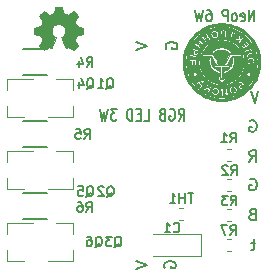
<source format=gbr>
G04 #@! TF.GenerationSoftware,KiCad,Pcbnew,(5.0.0)*
G04 #@! TF.CreationDate,2018-11-19T11:16:29+03:00*
G04 #@! TF.ProjectId,NeoP_6W,4E656F505F36572E6B696361645F7063,rev?*
G04 #@! TF.SameCoordinates,Original*
G04 #@! TF.FileFunction,Legend,Bot*
G04 #@! TF.FilePolarity,Positive*
%FSLAX46Y46*%
G04 Gerber Fmt 4.6, Leading zero omitted, Abs format (unit mm)*
G04 Created by KiCad (PCBNEW (5.0.0)) date 11/19/18 11:16:29*
%MOMM*%
%LPD*%
G01*
G04 APERTURE LIST*
%ADD10C,0.150000*%
%ADD11C,0.120000*%
%ADD12C,0.010000*%
G04 APERTURE END LIST*
D10*
X122276190Y-76052380D02*
X122276190Y-75052380D01*
X121819047Y-76052380D01*
X121819047Y-75052380D01*
X121133333Y-76004761D02*
X121209523Y-76052380D01*
X121361904Y-76052380D01*
X121438095Y-76004761D01*
X121476190Y-75909523D01*
X121476190Y-75528571D01*
X121438095Y-75433333D01*
X121361904Y-75385714D01*
X121209523Y-75385714D01*
X121133333Y-75433333D01*
X121095238Y-75528571D01*
X121095238Y-75623809D01*
X121476190Y-75719047D01*
X120638095Y-76052380D02*
X120714285Y-76004761D01*
X120752380Y-75957142D01*
X120790476Y-75861904D01*
X120790476Y-75576190D01*
X120752380Y-75480952D01*
X120714285Y-75433333D01*
X120638095Y-75385714D01*
X120523809Y-75385714D01*
X120447619Y-75433333D01*
X120409523Y-75480952D01*
X120371428Y-75576190D01*
X120371428Y-75861904D01*
X120409523Y-75957142D01*
X120447619Y-76004761D01*
X120523809Y-76052380D01*
X120638095Y-76052380D01*
X120028571Y-76052380D02*
X120028571Y-75052380D01*
X119723809Y-75052380D01*
X119647619Y-75100000D01*
X119609523Y-75147619D01*
X119571428Y-75242857D01*
X119571428Y-75385714D01*
X119609523Y-75480952D01*
X119647619Y-75528571D01*
X119723809Y-75576190D01*
X120028571Y-75576190D01*
X118276190Y-75052380D02*
X118428571Y-75052380D01*
X118504761Y-75100000D01*
X118542857Y-75147619D01*
X118619047Y-75290476D01*
X118657142Y-75480952D01*
X118657142Y-75861904D01*
X118619047Y-75957142D01*
X118580952Y-76004761D01*
X118504761Y-76052380D01*
X118352380Y-76052380D01*
X118276190Y-76004761D01*
X118238095Y-75957142D01*
X118200000Y-75861904D01*
X118200000Y-75623809D01*
X118238095Y-75528571D01*
X118276190Y-75480952D01*
X118352380Y-75433333D01*
X118504761Y-75433333D01*
X118580952Y-75480952D01*
X118619047Y-75528571D01*
X118657142Y-75623809D01*
X117933333Y-75052380D02*
X117742857Y-76052380D01*
X117590476Y-75338095D01*
X117438095Y-76052380D01*
X117247619Y-75052380D01*
X115885714Y-84452380D02*
X116152380Y-83976190D01*
X116342857Y-84452380D02*
X116342857Y-83452380D01*
X116038095Y-83452380D01*
X115961904Y-83500000D01*
X115923809Y-83547619D01*
X115885714Y-83642857D01*
X115885714Y-83785714D01*
X115923809Y-83880952D01*
X115961904Y-83928571D01*
X116038095Y-83976190D01*
X116342857Y-83976190D01*
X115123809Y-83500000D02*
X115200000Y-83452380D01*
X115314285Y-83452380D01*
X115428571Y-83500000D01*
X115504761Y-83595238D01*
X115542857Y-83690476D01*
X115580952Y-83880952D01*
X115580952Y-84023809D01*
X115542857Y-84214285D01*
X115504761Y-84309523D01*
X115428571Y-84404761D01*
X115314285Y-84452380D01*
X115238095Y-84452380D01*
X115123809Y-84404761D01*
X115085714Y-84357142D01*
X115085714Y-84023809D01*
X115238095Y-84023809D01*
X114476190Y-83928571D02*
X114361904Y-83976190D01*
X114323809Y-84023809D01*
X114285714Y-84119047D01*
X114285714Y-84261904D01*
X114323809Y-84357142D01*
X114361904Y-84404761D01*
X114438095Y-84452380D01*
X114742857Y-84452380D01*
X114742857Y-83452380D01*
X114476190Y-83452380D01*
X114400000Y-83500000D01*
X114361904Y-83547619D01*
X114323809Y-83642857D01*
X114323809Y-83738095D01*
X114361904Y-83833333D01*
X114400000Y-83880952D01*
X114476190Y-83928571D01*
X114742857Y-83928571D01*
X112952380Y-84452380D02*
X113333333Y-84452380D01*
X113333333Y-83452380D01*
X112685714Y-83928571D02*
X112419047Y-83928571D01*
X112304761Y-84452380D02*
X112685714Y-84452380D01*
X112685714Y-83452380D01*
X112304761Y-83452380D01*
X111961904Y-84452380D02*
X111961904Y-83452380D01*
X111771428Y-83452380D01*
X111657142Y-83500000D01*
X111580952Y-83595238D01*
X111542857Y-83690476D01*
X111504761Y-83880952D01*
X111504761Y-84023809D01*
X111542857Y-84214285D01*
X111580952Y-84309523D01*
X111657142Y-84404761D01*
X111771428Y-84452380D01*
X111961904Y-84452380D01*
X110628571Y-83452380D02*
X110133333Y-83452380D01*
X110400000Y-83833333D01*
X110285714Y-83833333D01*
X110209523Y-83880952D01*
X110171428Y-83928571D01*
X110133333Y-84023809D01*
X110133333Y-84261904D01*
X110171428Y-84357142D01*
X110209523Y-84404761D01*
X110285714Y-84452380D01*
X110514285Y-84452380D01*
X110590476Y-84404761D01*
X110628571Y-84357142D01*
X109866666Y-83452380D02*
X109676190Y-84452380D01*
X109523809Y-83738095D01*
X109371428Y-84452380D01*
X109180952Y-83452380D01*
X114816000Y-78366904D02*
X114768380Y-78271666D01*
X114768380Y-78128809D01*
X114816000Y-77985952D01*
X114911238Y-77890714D01*
X115006476Y-77843095D01*
X115196952Y-77795476D01*
X115339809Y-77795476D01*
X115530285Y-77843095D01*
X115625523Y-77890714D01*
X115720761Y-77985952D01*
X115768380Y-78128809D01*
X115768380Y-78224047D01*
X115720761Y-78366904D01*
X115673142Y-78414523D01*
X115339809Y-78414523D01*
X115339809Y-78224047D01*
X112228380Y-77771666D02*
X113228380Y-78105000D01*
X112228380Y-78438333D01*
X112228380Y-96313666D02*
X113228380Y-96647000D01*
X112228380Y-96980333D01*
X114689000Y-96908904D02*
X114641380Y-96813666D01*
X114641380Y-96670809D01*
X114689000Y-96527952D01*
X114784238Y-96432714D01*
X114879476Y-96385095D01*
X115069952Y-96337476D01*
X115212809Y-96337476D01*
X115403285Y-96385095D01*
X115498523Y-96432714D01*
X115593761Y-96527952D01*
X115641380Y-96670809D01*
X115641380Y-96766047D01*
X115593761Y-96908904D01*
X115546142Y-96956523D01*
X115212809Y-96956523D01*
X115212809Y-96766047D01*
X122364476Y-94781714D02*
X121983523Y-94781714D01*
X122221619Y-94448380D02*
X122221619Y-95305523D01*
X122174000Y-95400761D01*
X122078761Y-95448380D01*
X121983523Y-95448380D01*
X122102571Y-92384571D02*
X121959714Y-92432190D01*
X121912095Y-92479809D01*
X121864476Y-92575047D01*
X121864476Y-92717904D01*
X121912095Y-92813142D01*
X121959714Y-92860761D01*
X122054952Y-92908380D01*
X122435904Y-92908380D01*
X122435904Y-91908380D01*
X122102571Y-91908380D01*
X122007333Y-91956000D01*
X121959714Y-92003619D01*
X121912095Y-92098857D01*
X121912095Y-92194095D01*
X121959714Y-92289333D01*
X122007333Y-92336952D01*
X122102571Y-92384571D01*
X122435904Y-92384571D01*
X121912095Y-89416000D02*
X122007333Y-89368380D01*
X122150190Y-89368380D01*
X122293047Y-89416000D01*
X122388285Y-89511238D01*
X122435904Y-89606476D01*
X122483523Y-89796952D01*
X122483523Y-89939809D01*
X122435904Y-90130285D01*
X122388285Y-90225523D01*
X122293047Y-90320761D01*
X122150190Y-90368380D01*
X122054952Y-90368380D01*
X121912095Y-90320761D01*
X121864476Y-90273142D01*
X121864476Y-89939809D01*
X122054952Y-89939809D01*
X121864476Y-87955380D02*
X122197809Y-87479190D01*
X122435904Y-87955380D02*
X122435904Y-86955380D01*
X122054952Y-86955380D01*
X121959714Y-87003000D01*
X121912095Y-87050619D01*
X121864476Y-87145857D01*
X121864476Y-87288714D01*
X121912095Y-87383952D01*
X121959714Y-87431571D01*
X122054952Y-87479190D01*
X122435904Y-87479190D01*
X121912095Y-84463000D02*
X122007333Y-84415380D01*
X122150190Y-84415380D01*
X122293047Y-84463000D01*
X122388285Y-84558238D01*
X122435904Y-84653476D01*
X122483523Y-84843952D01*
X122483523Y-84986809D01*
X122435904Y-85177285D01*
X122388285Y-85272523D01*
X122293047Y-85367761D01*
X122150190Y-85415380D01*
X122054952Y-85415380D01*
X121912095Y-85367761D01*
X121864476Y-85320142D01*
X121864476Y-84986809D01*
X122054952Y-84986809D01*
X122634333Y-81938880D02*
X122301000Y-82938880D01*
X121967666Y-81938880D01*
G04 #@! TO.C,R4*
X104695500Y-78427000D02*
X102695500Y-78427000D01*
X102695500Y-80577000D02*
X104695500Y-80577000D01*
G04 #@! TO.C,R5*
X104695500Y-84523000D02*
X102695500Y-84523000D01*
X102695500Y-86673000D02*
X104695500Y-86673000D01*
G04 #@! TO.C,R6*
X102695500Y-92769000D02*
X104695500Y-92769000D01*
X104695500Y-90619000D02*
X102695500Y-90619000D01*
D11*
G04 #@! TO.C,R1*
X119970733Y-87886000D02*
X120313267Y-87886000D01*
X119970733Y-86866000D02*
X120313267Y-86866000D01*
G04 #@! TO.C,R2*
X119970733Y-90426000D02*
X120313267Y-90426000D01*
X119970733Y-89406000D02*
X120313267Y-89406000D01*
G04 #@! TO.C,R3*
X119970733Y-91946000D02*
X120313267Y-91946000D01*
X119970733Y-92966000D02*
X120313267Y-92966000D01*
G04 #@! TO.C,R7*
X120313267Y-95506000D02*
X119970733Y-95506000D01*
X120313267Y-94486000D02*
X119970733Y-94486000D01*
G04 #@! TO.C,TH1*
X116249267Y-91819000D02*
X115906733Y-91819000D01*
X116249267Y-92839000D02*
X115906733Y-92839000D01*
G04 #@! TO.C,Q1*
X106932000Y-80970000D02*
X106932000Y-81900000D01*
X106932000Y-84130000D02*
X106932000Y-83200000D01*
X106932000Y-84130000D02*
X104772000Y-84130000D01*
X106932000Y-80970000D02*
X105472000Y-80970000D01*
G04 #@! TO.C,Q2*
X106932000Y-87066000D02*
X106932000Y-87996000D01*
X106932000Y-90226000D02*
X106932000Y-89296000D01*
X106932000Y-90226000D02*
X104772000Y-90226000D01*
X106932000Y-87066000D02*
X105472000Y-87066000D01*
G04 #@! TO.C,Q3*
X106932000Y-93162000D02*
X105472000Y-93162000D01*
X106932000Y-96322000D02*
X104772000Y-96322000D01*
X106932000Y-96322000D02*
X106932000Y-95392000D01*
X106932000Y-93162000D02*
X106932000Y-94092000D01*
G04 #@! TO.C,Q4*
X101348000Y-84130000D02*
X101348000Y-83200000D01*
X101348000Y-80970000D02*
X101348000Y-81900000D01*
X101348000Y-80970000D02*
X103508000Y-80970000D01*
X101348000Y-84130000D02*
X102808000Y-84130000D01*
G04 #@! TO.C,Q5*
X101348000Y-90226000D02*
X102808000Y-90226000D01*
X101348000Y-87066000D02*
X103508000Y-87066000D01*
X101348000Y-87066000D02*
X101348000Y-87996000D01*
X101348000Y-90226000D02*
X101348000Y-89296000D01*
G04 #@! TO.C,Q6*
X101348000Y-96322000D02*
X102808000Y-96322000D01*
X101348000Y-93162000D02*
X103508000Y-93162000D01*
X101348000Y-93162000D02*
X101348000Y-94092000D01*
X101348000Y-96322000D02*
X101348000Y-95392000D01*
G04 #@! TO.C,C1*
X113716000Y-94061000D02*
X117801000Y-94061000D01*
X117801000Y-94061000D02*
X117801000Y-95931000D01*
X117801000Y-95931000D02*
X113716000Y-95931000D01*
D12*
G04 #@! TO.C,G\002A\002A\002A*
G36*
X119593027Y-76882075D02*
X119580334Y-76884104D01*
X119570132Y-76887447D01*
X119566406Y-76889113D01*
X119547503Y-76903404D01*
X119536847Y-76922624D01*
X119534302Y-76944146D01*
X119539732Y-76965341D01*
X119553001Y-76983578D01*
X119571926Y-76995449D01*
X119586833Y-76999482D01*
X119609408Y-77003316D01*
X119636035Y-77006404D01*
X119652576Y-77007679D01*
X119679310Y-77009464D01*
X119703622Y-77011366D01*
X119722153Y-77013106D01*
X119729385Y-77014001D01*
X119747103Y-77016721D01*
X119751188Y-76954190D01*
X119752568Y-76928788D01*
X119753184Y-76907763D01*
X119752998Y-76893529D01*
X119752181Y-76888567D01*
X119745725Y-76887264D01*
X119730080Y-76885785D01*
X119707340Y-76884280D01*
X119679600Y-76882904D01*
X119667980Y-76882438D01*
X119634656Y-76881387D01*
X119610402Y-76881218D01*
X119593027Y-76882075D01*
X119593027Y-76882075D01*
G37*
X119593027Y-76882075D02*
X119580334Y-76884104D01*
X119570132Y-76887447D01*
X119566406Y-76889113D01*
X119547503Y-76903404D01*
X119536847Y-76922624D01*
X119534302Y-76944146D01*
X119539732Y-76965341D01*
X119553001Y-76983578D01*
X119571926Y-76995449D01*
X119586833Y-76999482D01*
X119609408Y-77003316D01*
X119636035Y-77006404D01*
X119652576Y-77007679D01*
X119679310Y-77009464D01*
X119703622Y-77011366D01*
X119722153Y-77013106D01*
X119729385Y-77014001D01*
X119747103Y-77016721D01*
X119751188Y-76954190D01*
X119752568Y-76928788D01*
X119753184Y-76907763D01*
X119752998Y-76893529D01*
X119752181Y-76888567D01*
X119745725Y-76887264D01*
X119730080Y-76885785D01*
X119707340Y-76884280D01*
X119679600Y-76882904D01*
X119667980Y-76882438D01*
X119634656Y-76881387D01*
X119610402Y-76881218D01*
X119593027Y-76882075D01*
G36*
X118840954Y-76948615D02*
X118813285Y-76960030D01*
X118780388Y-76980427D01*
X118756694Y-77005336D01*
X118741428Y-77036092D01*
X118733814Y-77074030D01*
X118732603Y-77099106D01*
X118736523Y-77147192D01*
X118748333Y-77191493D01*
X118767195Y-77230613D01*
X118792271Y-77263157D01*
X118822723Y-77287726D01*
X118854354Y-77301965D01*
X118879078Y-77307898D01*
X118901316Y-77309083D01*
X118925231Y-77305295D01*
X118954156Y-77296594D01*
X118992884Y-77278365D01*
X119023124Y-77252816D01*
X119045275Y-77219591D01*
X119048798Y-77211926D01*
X119054876Y-77195962D01*
X119058259Y-77180788D01*
X119059399Y-77162648D01*
X119058747Y-77137788D01*
X119058444Y-77131728D01*
X119051594Y-77081399D01*
X119037209Y-77037702D01*
X119016152Y-77001242D01*
X118989284Y-76972621D01*
X118957468Y-76952444D01*
X118921566Y-76941315D01*
X118882441Y-76939838D01*
X118840954Y-76948615D01*
X118840954Y-76948615D01*
G37*
X118840954Y-76948615D02*
X118813285Y-76960030D01*
X118780388Y-76980427D01*
X118756694Y-77005336D01*
X118741428Y-77036092D01*
X118733814Y-77074030D01*
X118732603Y-77099106D01*
X118736523Y-77147192D01*
X118748333Y-77191493D01*
X118767195Y-77230613D01*
X118792271Y-77263157D01*
X118822723Y-77287726D01*
X118854354Y-77301965D01*
X118879078Y-77307898D01*
X118901316Y-77309083D01*
X118925231Y-77305295D01*
X118954156Y-77296594D01*
X118992884Y-77278365D01*
X119023124Y-77252816D01*
X119045275Y-77219591D01*
X119048798Y-77211926D01*
X119054876Y-77195962D01*
X119058259Y-77180788D01*
X119059399Y-77162648D01*
X119058747Y-77137788D01*
X119058444Y-77131728D01*
X119051594Y-77081399D01*
X119037209Y-77037702D01*
X119016152Y-77001242D01*
X118989284Y-76972621D01*
X118957468Y-76952444D01*
X118921566Y-76941315D01*
X118882441Y-76939838D01*
X118840954Y-76948615D01*
G36*
X117259703Y-78595215D02*
X117246877Y-78634091D01*
X117239510Y-78664508D01*
X117237715Y-78687950D01*
X117241609Y-78705900D01*
X117251304Y-78719845D01*
X117266917Y-78731267D01*
X117270356Y-78733165D01*
X117294759Y-78742474D01*
X117315627Y-78741687D01*
X117334886Y-78730586D01*
X117340552Y-78725300D01*
X117350926Y-78712183D01*
X117361130Y-78693282D01*
X117372101Y-78666657D01*
X117380856Y-78642045D01*
X117389204Y-78616837D01*
X117395736Y-78595712D01*
X117399816Y-78580833D01*
X117400810Y-78574361D01*
X117400779Y-78574311D01*
X117394875Y-78571380D01*
X117380588Y-78565623D01*
X117360194Y-78557927D01*
X117340703Y-78550862D01*
X117282829Y-78530235D01*
X117259703Y-78595215D01*
X117259703Y-78595215D01*
G37*
X117259703Y-78595215D02*
X117246877Y-78634091D01*
X117239510Y-78664508D01*
X117237715Y-78687950D01*
X117241609Y-78705900D01*
X117251304Y-78719845D01*
X117266917Y-78731267D01*
X117270356Y-78733165D01*
X117294759Y-78742474D01*
X117315627Y-78741687D01*
X117334886Y-78730586D01*
X117340552Y-78725300D01*
X117350926Y-78712183D01*
X117361130Y-78693282D01*
X117372101Y-78666657D01*
X117380856Y-78642045D01*
X117389204Y-78616837D01*
X117395736Y-78595712D01*
X117399816Y-78580833D01*
X117400810Y-78574361D01*
X117400779Y-78574311D01*
X117394875Y-78571380D01*
X117380588Y-78565623D01*
X117360194Y-78557927D01*
X117340703Y-78550862D01*
X117282829Y-78530235D01*
X117259703Y-78595215D01*
G36*
X119433513Y-77669341D02*
X119378396Y-77670744D01*
X119329109Y-77673416D01*
X119282937Y-77677623D01*
X119237161Y-77683627D01*
X119189066Y-77691689D01*
X119135934Y-77702075D01*
X119119482Y-77705498D01*
X118981516Y-77740184D01*
X118847700Y-77785124D01*
X118718506Y-77839900D01*
X118594409Y-77904093D01*
X118475880Y-77977286D01*
X118363394Y-78059058D01*
X118257424Y-78148991D01*
X118158444Y-78246666D01*
X118066925Y-78351665D01*
X117983343Y-78463570D01*
X117908169Y-78581960D01*
X117841878Y-78706417D01*
X117784943Y-78836524D01*
X117757851Y-78910156D01*
X117717245Y-79045450D01*
X117687335Y-79183594D01*
X117668148Y-79323752D01*
X117659709Y-79465088D01*
X117662044Y-79606768D01*
X117675179Y-79747955D01*
X117699140Y-79887814D01*
X117724345Y-79991750D01*
X117766401Y-80124366D01*
X117818929Y-80254297D01*
X117881274Y-80380312D01*
X117952781Y-80501175D01*
X118032795Y-80615656D01*
X118100447Y-80699445D01*
X118125751Y-80727679D01*
X118156847Y-80760531D01*
X118191666Y-80795970D01*
X118228139Y-80831967D01*
X118264194Y-80866490D01*
X118297763Y-80897511D01*
X118326774Y-80922998D01*
X118337244Y-80931679D01*
X118453959Y-81019000D01*
X118575826Y-81096298D01*
X118702623Y-81163479D01*
X118834130Y-81220448D01*
X118970126Y-81267112D01*
X119110390Y-81303376D01*
X119254702Y-81329145D01*
X119274626Y-81331834D01*
X119307490Y-81335200D01*
X119348788Y-81338051D01*
X119395911Y-81340329D01*
X119446252Y-81341976D01*
X119497201Y-81342936D01*
X119546151Y-81343151D01*
X119590494Y-81342564D01*
X119627622Y-81341117D01*
X119643933Y-81339942D01*
X119789197Y-81321467D01*
X119930944Y-81292469D01*
X120068741Y-81253187D01*
X120202157Y-81203857D01*
X120330757Y-81144717D01*
X120454110Y-81076003D01*
X120494227Y-81049394D01*
X119821733Y-81049394D01*
X119816520Y-81050319D01*
X119802581Y-81051563D01*
X119782466Y-81052915D01*
X119772344Y-81053488D01*
X119728096Y-81058630D01*
X119686715Y-81069694D01*
X119646279Y-81087591D01*
X119604869Y-81113231D01*
X119560562Y-81147522D01*
X119544392Y-81161405D01*
X119497178Y-81202824D01*
X119460489Y-81169198D01*
X119438376Y-81149938D01*
X119414032Y-81130279D01*
X119392310Y-81114122D01*
X119390040Y-81112557D01*
X119343489Y-81084613D01*
X119298676Y-81066031D01*
X119252842Y-81055818D01*
X119225514Y-81053375D01*
X119173985Y-81050935D01*
X119198370Y-81005012D01*
X119216801Y-80967510D01*
X119230326Y-80932521D01*
X119239601Y-80897101D01*
X119245282Y-80858307D01*
X119248025Y-80813194D01*
X119248542Y-80779900D01*
X119248822Y-80691022D01*
X119303855Y-80691000D01*
X119358889Y-80690978D01*
X119358889Y-80766468D01*
X119359601Y-80807635D01*
X119361790Y-80838528D01*
X119365533Y-80860076D01*
X119367137Y-80865336D01*
X119384267Y-80898844D01*
X119408348Y-80925112D01*
X119437566Y-80943719D01*
X119470109Y-80954243D01*
X119504164Y-80956264D01*
X119537916Y-80949358D01*
X119569553Y-80933106D01*
X119588638Y-80916804D01*
X119602411Y-80901501D01*
X119612503Y-80886651D01*
X119619535Y-80870049D01*
X119624130Y-80849490D01*
X119626910Y-80822768D01*
X119628497Y-80787679D01*
X119628857Y-80774234D01*
X119630857Y-80690978D01*
X119745932Y-80690978D01*
X119743689Y-80746832D01*
X119744730Y-80813248D01*
X119752902Y-80877490D01*
X119767729Y-80937365D01*
X119788735Y-80990678D01*
X119801778Y-81014806D01*
X119811739Y-81031543D01*
X119818891Y-81043932D01*
X119821730Y-81049365D01*
X119821733Y-81049394D01*
X120494227Y-81049394D01*
X120571782Y-80997953D01*
X120683342Y-80910803D01*
X120788356Y-80814790D01*
X120886393Y-80710152D01*
X120961055Y-80618364D01*
X121042756Y-80501989D01*
X121115152Y-80379573D01*
X121177938Y-80251888D01*
X121230811Y-80119702D01*
X121273469Y-79983787D01*
X121305607Y-79844912D01*
X121326924Y-79703849D01*
X121329080Y-79683445D01*
X121332008Y-79644717D01*
X121334046Y-79598003D01*
X121335192Y-79546240D01*
X121335447Y-79492364D01*
X121334809Y-79439311D01*
X121333279Y-79390018D01*
X121330856Y-79347420D01*
X121329135Y-79327845D01*
X121326338Y-79308089D01*
X120587618Y-79308089D01*
X120587236Y-79409676D01*
X120578600Y-79505690D01*
X120561369Y-79598610D01*
X120535204Y-79690912D01*
X120535141Y-79691102D01*
X120495441Y-79793306D01*
X120446176Y-79890098D01*
X120387961Y-79980941D01*
X120321413Y-80065298D01*
X120247148Y-80142631D01*
X120165782Y-80212405D01*
X120077931Y-80274081D01*
X119984213Y-80327123D01*
X119885242Y-80370994D01*
X119781635Y-80405157D01*
X119691911Y-80425877D01*
X119668433Y-80430244D01*
X119649200Y-80433769D01*
X119636867Y-80435969D01*
X119633922Y-80436446D01*
X119632581Y-80431288D01*
X119631586Y-80416655D01*
X119630990Y-80394359D01*
X119630846Y-80366210D01*
X119631100Y-80340207D01*
X119632644Y-80243436D01*
X119680622Y-80233680D01*
X119772278Y-80209383D01*
X119861217Y-80174699D01*
X119946463Y-80130392D01*
X120027040Y-80077231D01*
X120101973Y-80015979D01*
X120170285Y-79947404D01*
X120231000Y-79872272D01*
X120242370Y-79854626D01*
X120143562Y-79854626D01*
X120140809Y-79882945D01*
X120129124Y-79909594D01*
X120114369Y-79927026D01*
X120107463Y-79932728D01*
X120099565Y-79937474D01*
X120089632Y-79941351D01*
X120076624Y-79944447D01*
X120059496Y-79946848D01*
X120037206Y-79948641D01*
X120008711Y-79949913D01*
X119972970Y-79950750D01*
X119928939Y-79951240D01*
X119875576Y-79951469D01*
X119820322Y-79951524D01*
X119584666Y-79951556D01*
X119584666Y-80390449D01*
X119584594Y-80473699D01*
X119584383Y-80550026D01*
X119584037Y-80618908D01*
X119583565Y-80679823D01*
X119582971Y-80732246D01*
X119582263Y-80775656D01*
X119581447Y-80809531D01*
X119580528Y-80833347D01*
X119579514Y-80846582D01*
X119579133Y-80848635D01*
X119569816Y-80868284D01*
X119554851Y-80887528D01*
X119537874Y-80902052D01*
X119531044Y-80905696D01*
X119510035Y-80910220D01*
X119484596Y-80909932D01*
X119460336Y-80905178D01*
X119449252Y-80900639D01*
X119432383Y-80887157D01*
X119417969Y-80867865D01*
X119416885Y-80865884D01*
X119404044Y-80841602D01*
X119404044Y-80436749D01*
X119359154Y-80436749D01*
X119340677Y-80433457D01*
X119327077Y-80430932D01*
X119305930Y-80426893D01*
X119280765Y-80422015D01*
X119267160Y-80419352D01*
X119186873Y-80399475D01*
X119104077Y-80371236D01*
X119022269Y-80335828D01*
X119021425Y-80335421D01*
X118922812Y-80281745D01*
X118831453Y-80219583D01*
X118747688Y-80149372D01*
X118671856Y-80071549D01*
X118604298Y-79986552D01*
X118545354Y-79894819D01*
X118495365Y-79796787D01*
X118454669Y-79692894D01*
X118423608Y-79583577D01*
X118418191Y-79559267D01*
X118413199Y-79535038D01*
X118409399Y-79514088D01*
X118406628Y-79494248D01*
X118404724Y-79473345D01*
X118403523Y-79449207D01*
X118402863Y-79419665D01*
X118402580Y-79382546D01*
X118402519Y-79350422D01*
X118402733Y-79299367D01*
X118403635Y-79257119D01*
X118405492Y-79221206D01*
X118408570Y-79189156D01*
X118413134Y-79158494D01*
X118419450Y-79126749D01*
X118427783Y-79091446D01*
X118432236Y-79073845D01*
X118442371Y-79034334D01*
X118518219Y-79032807D01*
X118594066Y-79031281D01*
X118625480Y-79087453D01*
X118614430Y-79131449D01*
X118595904Y-79228134D01*
X118588305Y-79326193D01*
X118591529Y-79424586D01*
X118605475Y-79522274D01*
X118630041Y-79618216D01*
X118665126Y-79711372D01*
X118672940Y-79728600D01*
X118706699Y-79794686D01*
X118743982Y-79854633D01*
X118787043Y-79911689D01*
X118838137Y-79969099D01*
X118844914Y-79976165D01*
X118917803Y-80044027D01*
X118996595Y-80103115D01*
X119080335Y-80152896D01*
X119168067Y-80192835D01*
X119258836Y-80222398D01*
X119304397Y-80232987D01*
X119356066Y-80243421D01*
X119359154Y-80436749D01*
X119404044Y-80436749D01*
X119404044Y-79951556D01*
X119168389Y-79951421D01*
X119117009Y-79951271D01*
X119068430Y-79950899D01*
X119023972Y-79950331D01*
X118984956Y-79949594D01*
X118952702Y-79948717D01*
X118928530Y-79947724D01*
X118913760Y-79946644D01*
X118910633Y-79946161D01*
X118890494Y-79937685D01*
X118870785Y-79923209D01*
X118868579Y-79921080D01*
X118857224Y-79908506D01*
X118850858Y-79896700D01*
X118847701Y-79881204D01*
X118846440Y-79865663D01*
X118845865Y-79844157D01*
X118847982Y-79829353D01*
X118853686Y-79816805D01*
X118857450Y-79811018D01*
X118871434Y-79795415D01*
X118888239Y-79782549D01*
X118890312Y-79781385D01*
X118893867Y-79779701D01*
X118898263Y-79778209D01*
X118904162Y-79776896D01*
X118912226Y-79775752D01*
X118923115Y-79774764D01*
X118937491Y-79773923D01*
X118956017Y-79773215D01*
X118979352Y-79772631D01*
X119008159Y-79772158D01*
X119043099Y-79771785D01*
X119084833Y-79771501D01*
X119134023Y-79771295D01*
X119191331Y-79771155D01*
X119257418Y-79771070D01*
X119332945Y-79771028D01*
X119418573Y-79771018D01*
X119494267Y-79771026D01*
X120078555Y-79771119D01*
X120100546Y-79783726D01*
X120123198Y-79802609D01*
X120137614Y-79827044D01*
X120143562Y-79854626D01*
X120242370Y-79854626D01*
X120283143Y-79791349D01*
X120310375Y-79739361D01*
X120347947Y-79649427D01*
X120374887Y-79557879D01*
X120391488Y-79463403D01*
X120398045Y-79364687D01*
X120398182Y-79347600D01*
X120397116Y-79303030D01*
X120394121Y-79257281D01*
X120389509Y-79212874D01*
X120383589Y-79172327D01*
X120376670Y-79138160D01*
X120369485Y-79113988D01*
X120366822Y-79103072D01*
X120368614Y-79091919D01*
X120375726Y-79076609D01*
X120379074Y-79070534D01*
X120394644Y-79042812D01*
X120548650Y-79042800D01*
X120557862Y-79080900D01*
X120569683Y-79134724D01*
X120578133Y-79185814D01*
X120583786Y-79238564D01*
X120587220Y-79297369D01*
X120587618Y-79308089D01*
X121326338Y-79308089D01*
X121308629Y-79183053D01*
X121277599Y-79042065D01*
X121239303Y-78915274D01*
X121151276Y-78915274D01*
X121143852Y-78942355D01*
X121127151Y-78969458D01*
X121104034Y-78988433D01*
X121073246Y-79000137D01*
X121053825Y-79003628D01*
X121041021Y-79004557D01*
X121018106Y-79005435D01*
X120986256Y-79006246D01*
X120946649Y-79006973D01*
X120900463Y-79007598D01*
X120848874Y-79008105D01*
X120793061Y-79008478D01*
X120734200Y-79008697D01*
X120698564Y-79008749D01*
X120381595Y-79008934D01*
X120176453Y-79367307D01*
X119971311Y-79725681D01*
X119837017Y-79725729D01*
X119702724Y-79725778D01*
X119705199Y-79721545D01*
X119200799Y-79721545D01*
X119195658Y-79723642D01*
X119182101Y-79725157D01*
X119162994Y-79725776D01*
X119161820Y-79725778D01*
X119122795Y-79725778D01*
X118896894Y-79496425D01*
X118848930Y-79447710D01*
X118808315Y-79406378D01*
X118774465Y-79371783D01*
X118746799Y-79343273D01*
X118724733Y-79320201D01*
X118707684Y-79301918D01*
X118695071Y-79287773D01*
X118686311Y-79277119D01*
X118680820Y-79269307D01*
X118678016Y-79263687D01*
X118677316Y-79259610D01*
X118678138Y-79256428D01*
X118679425Y-79254203D01*
X118686928Y-79245660D01*
X118696299Y-79244260D01*
X118705836Y-79246489D01*
X118722084Y-79249932D01*
X118738110Y-79251481D01*
X118750273Y-79250992D01*
X118754933Y-79248426D01*
X118752209Y-79242868D01*
X118744543Y-79228906D01*
X118732695Y-79207880D01*
X118717425Y-79181130D01*
X118699491Y-79149994D01*
X118682966Y-79121504D01*
X118611000Y-78997800D01*
X118280800Y-78997598D01*
X118211178Y-78997539D01*
X118151933Y-78997434D01*
X118102152Y-78997255D01*
X118060922Y-78996974D01*
X118027331Y-78996565D01*
X118000467Y-78995999D01*
X117979416Y-78995248D01*
X117963267Y-78994285D01*
X117951106Y-78993082D01*
X117942022Y-78991610D01*
X117935101Y-78989843D01*
X117929432Y-78987753D01*
X117927367Y-78986846D01*
X117900863Y-78969308D01*
X117882336Y-78945764D01*
X117871945Y-78918355D01*
X117869851Y-78889219D01*
X117876212Y-78860497D01*
X117891188Y-78834327D01*
X117914407Y-78813199D01*
X117938479Y-78797267D01*
X118740585Y-78797267D01*
X118841066Y-78966600D01*
X118864744Y-79006502D01*
X118886725Y-79043538D01*
X118906310Y-79076533D01*
X118922803Y-79104313D01*
X118935504Y-79125702D01*
X118943718Y-79139526D01*
X118946621Y-79144400D01*
X118951667Y-79146775D01*
X118957183Y-79138399D01*
X118962974Y-79119790D01*
X118968851Y-79091468D01*
X118971048Y-79078383D01*
X118974879Y-79056974D01*
X118978684Y-79044222D01*
X118983631Y-79037557D01*
X118990889Y-79034409D01*
X118991068Y-79034363D01*
X119002342Y-79032692D01*
X119007222Y-79033563D01*
X119009109Y-79039239D01*
X119013709Y-79054668D01*
X119020705Y-79078726D01*
X119029781Y-79110289D01*
X119040622Y-79148235D01*
X119052910Y-79191441D01*
X119066331Y-79238783D01*
X119080568Y-79289139D01*
X119095304Y-79341384D01*
X119110225Y-79394397D01*
X119125014Y-79447054D01*
X119139356Y-79498232D01*
X119152933Y-79546807D01*
X119165430Y-79591658D01*
X119176531Y-79631659D01*
X119185921Y-79665690D01*
X119193282Y-79692625D01*
X119198300Y-79711343D01*
X119200657Y-79720720D01*
X119200799Y-79721545D01*
X119705199Y-79721545D01*
X119718402Y-79698967D01*
X119723559Y-79690187D01*
X119734013Y-79672427D01*
X119749324Y-79646429D01*
X119769056Y-79612938D01*
X119792769Y-79572696D01*
X119820025Y-79526448D01*
X119850387Y-79474936D01*
X119883416Y-79418905D01*
X119918674Y-79359097D01*
X119955723Y-79296256D01*
X119992010Y-79234711D01*
X120249940Y-78797267D01*
X120660959Y-78797267D01*
X120738911Y-78797273D01*
X120806381Y-78797304D01*
X120864174Y-78797384D01*
X120913098Y-78797534D01*
X120953958Y-78797776D01*
X120987562Y-78798131D01*
X121014715Y-78798622D01*
X121036224Y-78799271D01*
X121052895Y-78800099D01*
X121065534Y-78801129D01*
X121074949Y-78802382D01*
X121081945Y-78803881D01*
X121087329Y-78805647D01*
X121091908Y-78807702D01*
X121094555Y-78809058D01*
X121120900Y-78828555D01*
X121139716Y-78854328D01*
X121150132Y-78884020D01*
X121151276Y-78915274D01*
X121239303Y-78915274D01*
X121236278Y-78905262D01*
X121184901Y-78773027D01*
X121180124Y-78763090D01*
X120420044Y-78763090D01*
X120414707Y-78764122D01*
X120399920Y-78765010D01*
X120377523Y-78765695D01*
X120349355Y-78766116D01*
X120324777Y-78766222D01*
X120289886Y-78766283D01*
X120264554Y-78766605D01*
X120247050Y-78767397D01*
X120235645Y-78768869D01*
X120228609Y-78771231D01*
X120224211Y-78774692D01*
X120221177Y-78778773D01*
X120217781Y-78783236D01*
X120214023Y-78785005D01*
X120208611Y-78783128D01*
X120200253Y-78776651D01*
X120187655Y-78764618D01*
X120169524Y-78746078D01*
X120151656Y-78727470D01*
X120082911Y-78661634D01*
X120012155Y-78605837D01*
X119937718Y-78558832D01*
X119897933Y-78537908D01*
X119804123Y-78497147D01*
X119710243Y-78467543D01*
X119615572Y-78448987D01*
X119519388Y-78441366D01*
X119420969Y-78444569D01*
X119350422Y-78453181D01*
X119252793Y-78474156D01*
X119158976Y-78505656D01*
X119069426Y-78547428D01*
X118984604Y-78599218D01*
X118904966Y-78660772D01*
X118830971Y-78731836D01*
X118813833Y-78750581D01*
X118774943Y-78794207D01*
X118766453Y-78780215D01*
X118757963Y-78766222D01*
X118662844Y-78766222D01*
X118625999Y-78765907D01*
X118597723Y-78764992D01*
X118578820Y-78763525D01*
X118570092Y-78761555D01*
X118569607Y-78760694D01*
X118575833Y-78748860D01*
X118588171Y-78730416D01*
X118605208Y-78707168D01*
X118625528Y-78680921D01*
X118647719Y-78653478D01*
X118670366Y-78626645D01*
X118692055Y-78602227D01*
X118702595Y-78590969D01*
X118784379Y-78513441D01*
X118871849Y-78445596D01*
X118964776Y-78387566D01*
X119062936Y-78339482D01*
X119166103Y-78301477D01*
X119228262Y-78284075D01*
X119266474Y-78274886D01*
X119299564Y-78267865D01*
X119330145Y-78262730D01*
X119360831Y-78259199D01*
X119394235Y-78256991D01*
X119432968Y-78255824D01*
X119479646Y-78255417D01*
X119494355Y-78255400D01*
X119548285Y-78255846D01*
X119594355Y-78257151D01*
X119631516Y-78259270D01*
X119658715Y-78262155D01*
X119663689Y-78262964D01*
X119776806Y-78288517D01*
X119884355Y-78323692D01*
X119986066Y-78368337D01*
X120081669Y-78422299D01*
X120170898Y-78485424D01*
X120253482Y-78557561D01*
X120329152Y-78638557D01*
X120333093Y-78643247D01*
X120351692Y-78666112D01*
X120370397Y-78690150D01*
X120387870Y-78713518D01*
X120402773Y-78734371D01*
X120413767Y-78750865D01*
X120419514Y-78761154D01*
X120420044Y-78763090D01*
X121180124Y-78763090D01*
X121123701Y-78645744D01*
X121052913Y-78523794D01*
X120972770Y-78407562D01*
X120883507Y-78297430D01*
X120785357Y-78193780D01*
X120678554Y-78096996D01*
X120563333Y-78007460D01*
X120492502Y-77958846D01*
X120415549Y-77912033D01*
X120330398Y-77866625D01*
X120240137Y-77824029D01*
X120147857Y-77785647D01*
X120056648Y-77752883D01*
X120002355Y-77736113D01*
X119919852Y-77714144D01*
X119840700Y-77696987D01*
X119762070Y-77684266D01*
X119681133Y-77675603D01*
X119595058Y-77670624D01*
X119501017Y-77668951D01*
X119497178Y-77668947D01*
X119433513Y-77669341D01*
X119433513Y-77669341D01*
G37*
X119433513Y-77669341D02*
X119378396Y-77670744D01*
X119329109Y-77673416D01*
X119282937Y-77677623D01*
X119237161Y-77683627D01*
X119189066Y-77691689D01*
X119135934Y-77702075D01*
X119119482Y-77705498D01*
X118981516Y-77740184D01*
X118847700Y-77785124D01*
X118718506Y-77839900D01*
X118594409Y-77904093D01*
X118475880Y-77977286D01*
X118363394Y-78059058D01*
X118257424Y-78148991D01*
X118158444Y-78246666D01*
X118066925Y-78351665D01*
X117983343Y-78463570D01*
X117908169Y-78581960D01*
X117841878Y-78706417D01*
X117784943Y-78836524D01*
X117757851Y-78910156D01*
X117717245Y-79045450D01*
X117687335Y-79183594D01*
X117668148Y-79323752D01*
X117659709Y-79465088D01*
X117662044Y-79606768D01*
X117675179Y-79747955D01*
X117699140Y-79887814D01*
X117724345Y-79991750D01*
X117766401Y-80124366D01*
X117818929Y-80254297D01*
X117881274Y-80380312D01*
X117952781Y-80501175D01*
X118032795Y-80615656D01*
X118100447Y-80699445D01*
X118125751Y-80727679D01*
X118156847Y-80760531D01*
X118191666Y-80795970D01*
X118228139Y-80831967D01*
X118264194Y-80866490D01*
X118297763Y-80897511D01*
X118326774Y-80922998D01*
X118337244Y-80931679D01*
X118453959Y-81019000D01*
X118575826Y-81096298D01*
X118702623Y-81163479D01*
X118834130Y-81220448D01*
X118970126Y-81267112D01*
X119110390Y-81303376D01*
X119254702Y-81329145D01*
X119274626Y-81331834D01*
X119307490Y-81335200D01*
X119348788Y-81338051D01*
X119395911Y-81340329D01*
X119446252Y-81341976D01*
X119497201Y-81342936D01*
X119546151Y-81343151D01*
X119590494Y-81342564D01*
X119627622Y-81341117D01*
X119643933Y-81339942D01*
X119789197Y-81321467D01*
X119930944Y-81292469D01*
X120068741Y-81253187D01*
X120202157Y-81203857D01*
X120330757Y-81144717D01*
X120454110Y-81076003D01*
X120494227Y-81049394D01*
X119821733Y-81049394D01*
X119816520Y-81050319D01*
X119802581Y-81051563D01*
X119782466Y-81052915D01*
X119772344Y-81053488D01*
X119728096Y-81058630D01*
X119686715Y-81069694D01*
X119646279Y-81087591D01*
X119604869Y-81113231D01*
X119560562Y-81147522D01*
X119544392Y-81161405D01*
X119497178Y-81202824D01*
X119460489Y-81169198D01*
X119438376Y-81149938D01*
X119414032Y-81130279D01*
X119392310Y-81114122D01*
X119390040Y-81112557D01*
X119343489Y-81084613D01*
X119298676Y-81066031D01*
X119252842Y-81055818D01*
X119225514Y-81053375D01*
X119173985Y-81050935D01*
X119198370Y-81005012D01*
X119216801Y-80967510D01*
X119230326Y-80932521D01*
X119239601Y-80897101D01*
X119245282Y-80858307D01*
X119248025Y-80813194D01*
X119248542Y-80779900D01*
X119248822Y-80691022D01*
X119303855Y-80691000D01*
X119358889Y-80690978D01*
X119358889Y-80766468D01*
X119359601Y-80807635D01*
X119361790Y-80838528D01*
X119365533Y-80860076D01*
X119367137Y-80865336D01*
X119384267Y-80898844D01*
X119408348Y-80925112D01*
X119437566Y-80943719D01*
X119470109Y-80954243D01*
X119504164Y-80956264D01*
X119537916Y-80949358D01*
X119569553Y-80933106D01*
X119588638Y-80916804D01*
X119602411Y-80901501D01*
X119612503Y-80886651D01*
X119619535Y-80870049D01*
X119624130Y-80849490D01*
X119626910Y-80822768D01*
X119628497Y-80787679D01*
X119628857Y-80774234D01*
X119630857Y-80690978D01*
X119745932Y-80690978D01*
X119743689Y-80746832D01*
X119744730Y-80813248D01*
X119752902Y-80877490D01*
X119767729Y-80937365D01*
X119788735Y-80990678D01*
X119801778Y-81014806D01*
X119811739Y-81031543D01*
X119818891Y-81043932D01*
X119821730Y-81049365D01*
X119821733Y-81049394D01*
X120494227Y-81049394D01*
X120571782Y-80997953D01*
X120683342Y-80910803D01*
X120788356Y-80814790D01*
X120886393Y-80710152D01*
X120961055Y-80618364D01*
X121042756Y-80501989D01*
X121115152Y-80379573D01*
X121177938Y-80251888D01*
X121230811Y-80119702D01*
X121273469Y-79983787D01*
X121305607Y-79844912D01*
X121326924Y-79703849D01*
X121329080Y-79683445D01*
X121332008Y-79644717D01*
X121334046Y-79598003D01*
X121335192Y-79546240D01*
X121335447Y-79492364D01*
X121334809Y-79439311D01*
X121333279Y-79390018D01*
X121330856Y-79347420D01*
X121329135Y-79327845D01*
X121326338Y-79308089D01*
X120587618Y-79308089D01*
X120587236Y-79409676D01*
X120578600Y-79505690D01*
X120561369Y-79598610D01*
X120535204Y-79690912D01*
X120535141Y-79691102D01*
X120495441Y-79793306D01*
X120446176Y-79890098D01*
X120387961Y-79980941D01*
X120321413Y-80065298D01*
X120247148Y-80142631D01*
X120165782Y-80212405D01*
X120077931Y-80274081D01*
X119984213Y-80327123D01*
X119885242Y-80370994D01*
X119781635Y-80405157D01*
X119691911Y-80425877D01*
X119668433Y-80430244D01*
X119649200Y-80433769D01*
X119636867Y-80435969D01*
X119633922Y-80436446D01*
X119632581Y-80431288D01*
X119631586Y-80416655D01*
X119630990Y-80394359D01*
X119630846Y-80366210D01*
X119631100Y-80340207D01*
X119632644Y-80243436D01*
X119680622Y-80233680D01*
X119772278Y-80209383D01*
X119861217Y-80174699D01*
X119946463Y-80130392D01*
X120027040Y-80077231D01*
X120101973Y-80015979D01*
X120170285Y-79947404D01*
X120231000Y-79872272D01*
X120242370Y-79854626D01*
X120143562Y-79854626D01*
X120140809Y-79882945D01*
X120129124Y-79909594D01*
X120114369Y-79927026D01*
X120107463Y-79932728D01*
X120099565Y-79937474D01*
X120089632Y-79941351D01*
X120076624Y-79944447D01*
X120059496Y-79946848D01*
X120037206Y-79948641D01*
X120008711Y-79949913D01*
X119972970Y-79950750D01*
X119928939Y-79951240D01*
X119875576Y-79951469D01*
X119820322Y-79951524D01*
X119584666Y-79951556D01*
X119584666Y-80390449D01*
X119584594Y-80473699D01*
X119584383Y-80550026D01*
X119584037Y-80618908D01*
X119583565Y-80679823D01*
X119582971Y-80732246D01*
X119582263Y-80775656D01*
X119581447Y-80809531D01*
X119580528Y-80833347D01*
X119579514Y-80846582D01*
X119579133Y-80848635D01*
X119569816Y-80868284D01*
X119554851Y-80887528D01*
X119537874Y-80902052D01*
X119531044Y-80905696D01*
X119510035Y-80910220D01*
X119484596Y-80909932D01*
X119460336Y-80905178D01*
X119449252Y-80900639D01*
X119432383Y-80887157D01*
X119417969Y-80867865D01*
X119416885Y-80865884D01*
X119404044Y-80841602D01*
X119404044Y-80436749D01*
X119359154Y-80436749D01*
X119340677Y-80433457D01*
X119327077Y-80430932D01*
X119305930Y-80426893D01*
X119280765Y-80422015D01*
X119267160Y-80419352D01*
X119186873Y-80399475D01*
X119104077Y-80371236D01*
X119022269Y-80335828D01*
X119021425Y-80335421D01*
X118922812Y-80281745D01*
X118831453Y-80219583D01*
X118747688Y-80149372D01*
X118671856Y-80071549D01*
X118604298Y-79986552D01*
X118545354Y-79894819D01*
X118495365Y-79796787D01*
X118454669Y-79692894D01*
X118423608Y-79583577D01*
X118418191Y-79559267D01*
X118413199Y-79535038D01*
X118409399Y-79514088D01*
X118406628Y-79494248D01*
X118404724Y-79473345D01*
X118403523Y-79449207D01*
X118402863Y-79419665D01*
X118402580Y-79382546D01*
X118402519Y-79350422D01*
X118402733Y-79299367D01*
X118403635Y-79257119D01*
X118405492Y-79221206D01*
X118408570Y-79189156D01*
X118413134Y-79158494D01*
X118419450Y-79126749D01*
X118427783Y-79091446D01*
X118432236Y-79073845D01*
X118442371Y-79034334D01*
X118518219Y-79032807D01*
X118594066Y-79031281D01*
X118625480Y-79087453D01*
X118614430Y-79131449D01*
X118595904Y-79228134D01*
X118588305Y-79326193D01*
X118591529Y-79424586D01*
X118605475Y-79522274D01*
X118630041Y-79618216D01*
X118665126Y-79711372D01*
X118672940Y-79728600D01*
X118706699Y-79794686D01*
X118743982Y-79854633D01*
X118787043Y-79911689D01*
X118838137Y-79969099D01*
X118844914Y-79976165D01*
X118917803Y-80044027D01*
X118996595Y-80103115D01*
X119080335Y-80152896D01*
X119168067Y-80192835D01*
X119258836Y-80222398D01*
X119304397Y-80232987D01*
X119356066Y-80243421D01*
X119359154Y-80436749D01*
X119404044Y-80436749D01*
X119404044Y-79951556D01*
X119168389Y-79951421D01*
X119117009Y-79951271D01*
X119068430Y-79950899D01*
X119023972Y-79950331D01*
X118984956Y-79949594D01*
X118952702Y-79948717D01*
X118928530Y-79947724D01*
X118913760Y-79946644D01*
X118910633Y-79946161D01*
X118890494Y-79937685D01*
X118870785Y-79923209D01*
X118868579Y-79921080D01*
X118857224Y-79908506D01*
X118850858Y-79896700D01*
X118847701Y-79881204D01*
X118846440Y-79865663D01*
X118845865Y-79844157D01*
X118847982Y-79829353D01*
X118853686Y-79816805D01*
X118857450Y-79811018D01*
X118871434Y-79795415D01*
X118888239Y-79782549D01*
X118890312Y-79781385D01*
X118893867Y-79779701D01*
X118898263Y-79778209D01*
X118904162Y-79776896D01*
X118912226Y-79775752D01*
X118923115Y-79774764D01*
X118937491Y-79773923D01*
X118956017Y-79773215D01*
X118979352Y-79772631D01*
X119008159Y-79772158D01*
X119043099Y-79771785D01*
X119084833Y-79771501D01*
X119134023Y-79771295D01*
X119191331Y-79771155D01*
X119257418Y-79771070D01*
X119332945Y-79771028D01*
X119418573Y-79771018D01*
X119494267Y-79771026D01*
X120078555Y-79771119D01*
X120100546Y-79783726D01*
X120123198Y-79802609D01*
X120137614Y-79827044D01*
X120143562Y-79854626D01*
X120242370Y-79854626D01*
X120283143Y-79791349D01*
X120310375Y-79739361D01*
X120347947Y-79649427D01*
X120374887Y-79557879D01*
X120391488Y-79463403D01*
X120398045Y-79364687D01*
X120398182Y-79347600D01*
X120397116Y-79303030D01*
X120394121Y-79257281D01*
X120389509Y-79212874D01*
X120383589Y-79172327D01*
X120376670Y-79138160D01*
X120369485Y-79113988D01*
X120366822Y-79103072D01*
X120368614Y-79091919D01*
X120375726Y-79076609D01*
X120379074Y-79070534D01*
X120394644Y-79042812D01*
X120548650Y-79042800D01*
X120557862Y-79080900D01*
X120569683Y-79134724D01*
X120578133Y-79185814D01*
X120583786Y-79238564D01*
X120587220Y-79297369D01*
X120587618Y-79308089D01*
X121326338Y-79308089D01*
X121308629Y-79183053D01*
X121277599Y-79042065D01*
X121239303Y-78915274D01*
X121151276Y-78915274D01*
X121143852Y-78942355D01*
X121127151Y-78969458D01*
X121104034Y-78988433D01*
X121073246Y-79000137D01*
X121053825Y-79003628D01*
X121041021Y-79004557D01*
X121018106Y-79005435D01*
X120986256Y-79006246D01*
X120946649Y-79006973D01*
X120900463Y-79007598D01*
X120848874Y-79008105D01*
X120793061Y-79008478D01*
X120734200Y-79008697D01*
X120698564Y-79008749D01*
X120381595Y-79008934D01*
X120176453Y-79367307D01*
X119971311Y-79725681D01*
X119837017Y-79725729D01*
X119702724Y-79725778D01*
X119705199Y-79721545D01*
X119200799Y-79721545D01*
X119195658Y-79723642D01*
X119182101Y-79725157D01*
X119162994Y-79725776D01*
X119161820Y-79725778D01*
X119122795Y-79725778D01*
X118896894Y-79496425D01*
X118848930Y-79447710D01*
X118808315Y-79406378D01*
X118774465Y-79371783D01*
X118746799Y-79343273D01*
X118724733Y-79320201D01*
X118707684Y-79301918D01*
X118695071Y-79287773D01*
X118686311Y-79277119D01*
X118680820Y-79269307D01*
X118678016Y-79263687D01*
X118677316Y-79259610D01*
X118678138Y-79256428D01*
X118679425Y-79254203D01*
X118686928Y-79245660D01*
X118696299Y-79244260D01*
X118705836Y-79246489D01*
X118722084Y-79249932D01*
X118738110Y-79251481D01*
X118750273Y-79250992D01*
X118754933Y-79248426D01*
X118752209Y-79242868D01*
X118744543Y-79228906D01*
X118732695Y-79207880D01*
X118717425Y-79181130D01*
X118699491Y-79149994D01*
X118682966Y-79121504D01*
X118611000Y-78997800D01*
X118280800Y-78997598D01*
X118211178Y-78997539D01*
X118151933Y-78997434D01*
X118102152Y-78997255D01*
X118060922Y-78996974D01*
X118027331Y-78996565D01*
X118000467Y-78995999D01*
X117979416Y-78995248D01*
X117963267Y-78994285D01*
X117951106Y-78993082D01*
X117942022Y-78991610D01*
X117935101Y-78989843D01*
X117929432Y-78987753D01*
X117927367Y-78986846D01*
X117900863Y-78969308D01*
X117882336Y-78945764D01*
X117871945Y-78918355D01*
X117869851Y-78889219D01*
X117876212Y-78860497D01*
X117891188Y-78834327D01*
X117914407Y-78813199D01*
X117938479Y-78797267D01*
X118740585Y-78797267D01*
X118841066Y-78966600D01*
X118864744Y-79006502D01*
X118886725Y-79043538D01*
X118906310Y-79076533D01*
X118922803Y-79104313D01*
X118935504Y-79125702D01*
X118943718Y-79139526D01*
X118946621Y-79144400D01*
X118951667Y-79146775D01*
X118957183Y-79138399D01*
X118962974Y-79119790D01*
X118968851Y-79091468D01*
X118971048Y-79078383D01*
X118974879Y-79056974D01*
X118978684Y-79044222D01*
X118983631Y-79037557D01*
X118990889Y-79034409D01*
X118991068Y-79034363D01*
X119002342Y-79032692D01*
X119007222Y-79033563D01*
X119009109Y-79039239D01*
X119013709Y-79054668D01*
X119020705Y-79078726D01*
X119029781Y-79110289D01*
X119040622Y-79148235D01*
X119052910Y-79191441D01*
X119066331Y-79238783D01*
X119080568Y-79289139D01*
X119095304Y-79341384D01*
X119110225Y-79394397D01*
X119125014Y-79447054D01*
X119139356Y-79498232D01*
X119152933Y-79546807D01*
X119165430Y-79591658D01*
X119176531Y-79631659D01*
X119185921Y-79665690D01*
X119193282Y-79692625D01*
X119198300Y-79711343D01*
X119200657Y-79720720D01*
X119200799Y-79721545D01*
X119705199Y-79721545D01*
X119718402Y-79698967D01*
X119723559Y-79690187D01*
X119734013Y-79672427D01*
X119749324Y-79646429D01*
X119769056Y-79612938D01*
X119792769Y-79572696D01*
X119820025Y-79526448D01*
X119850387Y-79474936D01*
X119883416Y-79418905D01*
X119918674Y-79359097D01*
X119955723Y-79296256D01*
X119992010Y-79234711D01*
X120249940Y-78797267D01*
X120660959Y-78797267D01*
X120738911Y-78797273D01*
X120806381Y-78797304D01*
X120864174Y-78797384D01*
X120913098Y-78797534D01*
X120953958Y-78797776D01*
X120987562Y-78798131D01*
X121014715Y-78798622D01*
X121036224Y-78799271D01*
X121052895Y-78800099D01*
X121065534Y-78801129D01*
X121074949Y-78802382D01*
X121081945Y-78803881D01*
X121087329Y-78805647D01*
X121091908Y-78807702D01*
X121094555Y-78809058D01*
X121120900Y-78828555D01*
X121139716Y-78854328D01*
X121150132Y-78884020D01*
X121151276Y-78915274D01*
X121239303Y-78915274D01*
X121236278Y-78905262D01*
X121184901Y-78773027D01*
X121180124Y-78763090D01*
X120420044Y-78763090D01*
X120414707Y-78764122D01*
X120399920Y-78765010D01*
X120377523Y-78765695D01*
X120349355Y-78766116D01*
X120324777Y-78766222D01*
X120289886Y-78766283D01*
X120264554Y-78766605D01*
X120247050Y-78767397D01*
X120235645Y-78768869D01*
X120228609Y-78771231D01*
X120224211Y-78774692D01*
X120221177Y-78778773D01*
X120217781Y-78783236D01*
X120214023Y-78785005D01*
X120208611Y-78783128D01*
X120200253Y-78776651D01*
X120187655Y-78764618D01*
X120169524Y-78746078D01*
X120151656Y-78727470D01*
X120082911Y-78661634D01*
X120012155Y-78605837D01*
X119937718Y-78558832D01*
X119897933Y-78537908D01*
X119804123Y-78497147D01*
X119710243Y-78467543D01*
X119615572Y-78448987D01*
X119519388Y-78441366D01*
X119420969Y-78444569D01*
X119350422Y-78453181D01*
X119252793Y-78474156D01*
X119158976Y-78505656D01*
X119069426Y-78547428D01*
X118984604Y-78599218D01*
X118904966Y-78660772D01*
X118830971Y-78731836D01*
X118813833Y-78750581D01*
X118774943Y-78794207D01*
X118766453Y-78780215D01*
X118757963Y-78766222D01*
X118662844Y-78766222D01*
X118625999Y-78765907D01*
X118597723Y-78764992D01*
X118578820Y-78763525D01*
X118570092Y-78761555D01*
X118569607Y-78760694D01*
X118575833Y-78748860D01*
X118588171Y-78730416D01*
X118605208Y-78707168D01*
X118625528Y-78680921D01*
X118647719Y-78653478D01*
X118670366Y-78626645D01*
X118692055Y-78602227D01*
X118702595Y-78590969D01*
X118784379Y-78513441D01*
X118871849Y-78445596D01*
X118964776Y-78387566D01*
X119062936Y-78339482D01*
X119166103Y-78301477D01*
X119228262Y-78284075D01*
X119266474Y-78274886D01*
X119299564Y-78267865D01*
X119330145Y-78262730D01*
X119360831Y-78259199D01*
X119394235Y-78256991D01*
X119432968Y-78255824D01*
X119479646Y-78255417D01*
X119494355Y-78255400D01*
X119548285Y-78255846D01*
X119594355Y-78257151D01*
X119631516Y-78259270D01*
X119658715Y-78262155D01*
X119663689Y-78262964D01*
X119776806Y-78288517D01*
X119884355Y-78323692D01*
X119986066Y-78368337D01*
X120081669Y-78422299D01*
X120170898Y-78485424D01*
X120253482Y-78557561D01*
X120329152Y-78638557D01*
X120333093Y-78643247D01*
X120351692Y-78666112D01*
X120370397Y-78690150D01*
X120387870Y-78713518D01*
X120402773Y-78734371D01*
X120413767Y-78750865D01*
X120419514Y-78761154D01*
X120420044Y-78763090D01*
X121180124Y-78763090D01*
X121123701Y-78645744D01*
X121052913Y-78523794D01*
X120972770Y-78407562D01*
X120883507Y-78297430D01*
X120785357Y-78193780D01*
X120678554Y-78096996D01*
X120563333Y-78007460D01*
X120492502Y-77958846D01*
X120415549Y-77912033D01*
X120330398Y-77866625D01*
X120240137Y-77824029D01*
X120147857Y-77785647D01*
X120056648Y-77752883D01*
X120002355Y-77736113D01*
X119919852Y-77714144D01*
X119840700Y-77696987D01*
X119762070Y-77684266D01*
X119681133Y-77675603D01*
X119595058Y-77670624D01*
X119501017Y-77668951D01*
X119497178Y-77668947D01*
X119433513Y-77669341D01*
G36*
X117799782Y-81197035D02*
X117786529Y-81201856D01*
X117768017Y-81209073D01*
X117746796Y-81217641D01*
X117725416Y-81226517D01*
X117706427Y-81234654D01*
X117692379Y-81241009D01*
X117685823Y-81244537D01*
X117685763Y-81244594D01*
X117687812Y-81249800D01*
X117695702Y-81260684D01*
X117707353Y-81274881D01*
X117720684Y-81290027D01*
X117733614Y-81303757D01*
X117744062Y-81313707D01*
X117749929Y-81317511D01*
X117753773Y-81312646D01*
X117760933Y-81299416D01*
X117770368Y-81279873D01*
X117780500Y-81257304D01*
X117790645Y-81233579D01*
X117798701Y-81214001D01*
X117803830Y-81200658D01*
X117805225Y-81195655D01*
X117799782Y-81197035D01*
X117799782Y-81197035D01*
G37*
X117799782Y-81197035D02*
X117786529Y-81201856D01*
X117768017Y-81209073D01*
X117746796Y-81217641D01*
X117725416Y-81226517D01*
X117706427Y-81234654D01*
X117692379Y-81241009D01*
X117685823Y-81244537D01*
X117685763Y-81244594D01*
X117687812Y-81249800D01*
X117695702Y-81260684D01*
X117707353Y-81274881D01*
X117720684Y-81290027D01*
X117733614Y-81303757D01*
X117744062Y-81313707D01*
X117749929Y-81317511D01*
X117753773Y-81312646D01*
X117760933Y-81299416D01*
X117770368Y-81279873D01*
X117780500Y-81257304D01*
X117790645Y-81233579D01*
X117798701Y-81214001D01*
X117803830Y-81200658D01*
X117805225Y-81195655D01*
X117799782Y-81197035D01*
G36*
X121060555Y-81239437D02*
X121044162Y-81252895D01*
X121024097Y-81270346D01*
X121002380Y-81289939D01*
X120981030Y-81309819D01*
X120962066Y-81328134D01*
X120947505Y-81343032D01*
X120939368Y-81352658D01*
X120939025Y-81353194D01*
X120930553Y-81369168D01*
X120929340Y-81380907D01*
X120935737Y-81393104D01*
X120942657Y-81401745D01*
X120958510Y-81415023D01*
X120976526Y-81418484D01*
X120998439Y-81412298D01*
X121007066Y-81408038D01*
X121018539Y-81400614D01*
X121035041Y-81388321D01*
X121054678Y-81372761D01*
X121075553Y-81355538D01*
X121095771Y-81338254D01*
X121113434Y-81322511D01*
X121126647Y-81309911D01*
X121133513Y-81302058D01*
X121134066Y-81300709D01*
X121130569Y-81292693D01*
X121121544Y-81280106D01*
X121109197Y-81265365D01*
X121095729Y-81250886D01*
X121083346Y-81239086D01*
X121074250Y-81232382D01*
X121071258Y-81231826D01*
X121060555Y-81239437D01*
X121060555Y-81239437D01*
G37*
X121060555Y-81239437D02*
X121044162Y-81252895D01*
X121024097Y-81270346D01*
X121002380Y-81289939D01*
X120981030Y-81309819D01*
X120962066Y-81328134D01*
X120947505Y-81343032D01*
X120939368Y-81352658D01*
X120939025Y-81353194D01*
X120930553Y-81369168D01*
X120929340Y-81380907D01*
X120935737Y-81393104D01*
X120942657Y-81401745D01*
X120958510Y-81415023D01*
X120976526Y-81418484D01*
X120998439Y-81412298D01*
X121007066Y-81408038D01*
X121018539Y-81400614D01*
X121035041Y-81388321D01*
X121054678Y-81372761D01*
X121075553Y-81355538D01*
X121095771Y-81338254D01*
X121113434Y-81322511D01*
X121126647Y-81309911D01*
X121133513Y-81302058D01*
X121134066Y-81300709D01*
X121130569Y-81292693D01*
X121121544Y-81280106D01*
X121109197Y-81265365D01*
X121095729Y-81250886D01*
X121083346Y-81239086D01*
X121074250Y-81232382D01*
X121071258Y-81231826D01*
X121060555Y-81239437D01*
G36*
X121164524Y-81451321D02*
X121127640Y-81483854D01*
X121099534Y-81510928D01*
X121079689Y-81533488D01*
X121067586Y-81552480D01*
X121062709Y-81568850D01*
X121064540Y-81583545D01*
X121072561Y-81597510D01*
X121080010Y-81605812D01*
X121100186Y-81619116D01*
X121123396Y-81621618D01*
X121149793Y-81613330D01*
X121153822Y-81611272D01*
X121165198Y-81603812D01*
X121182905Y-81590548D01*
X121204809Y-81573144D01*
X121228779Y-81553270D01*
X121237165Y-81546121D01*
X121300752Y-81491511D01*
X121284044Y-81470833D01*
X121270283Y-81454191D01*
X121253899Y-81434902D01*
X121245570Y-81425295D01*
X121223803Y-81400434D01*
X121164524Y-81451321D01*
X121164524Y-81451321D01*
G37*
X121164524Y-81451321D02*
X121127640Y-81483854D01*
X121099534Y-81510928D01*
X121079689Y-81533488D01*
X121067586Y-81552480D01*
X121062709Y-81568850D01*
X121064540Y-81583545D01*
X121072561Y-81597510D01*
X121080010Y-81605812D01*
X121100186Y-81619116D01*
X121123396Y-81621618D01*
X121149793Y-81613330D01*
X121153822Y-81611272D01*
X121165198Y-81603812D01*
X121182905Y-81590548D01*
X121204809Y-81573144D01*
X121228779Y-81553270D01*
X121237165Y-81546121D01*
X121300752Y-81491511D01*
X121284044Y-81470833D01*
X121270283Y-81454191D01*
X121253899Y-81434902D01*
X121245570Y-81425295D01*
X121223803Y-81400434D01*
X121164524Y-81451321D01*
G36*
X120427239Y-81636897D02*
X120409580Y-81639077D01*
X120393910Y-81644097D01*
X120375588Y-81653091D01*
X120369244Y-81656535D01*
X120334013Y-81681377D01*
X120308594Y-81711710D01*
X120293152Y-81747167D01*
X120287848Y-81787379D01*
X120292357Y-81829676D01*
X120305952Y-81875428D01*
X120326128Y-81916526D01*
X120351672Y-81951184D01*
X120381369Y-81977618D01*
X120400485Y-81988700D01*
X120431638Y-81997986D01*
X120467702Y-82000051D01*
X120504923Y-81994912D01*
X120526744Y-81988189D01*
X120558154Y-81971200D01*
X120586017Y-81946925D01*
X120607261Y-81918346D01*
X120614661Y-81902801D01*
X120620951Y-81875434D01*
X120622421Y-81841821D01*
X120619272Y-81805826D01*
X120611707Y-81771314D01*
X120607101Y-81757778D01*
X120588367Y-81720437D01*
X120563341Y-81686824D01*
X120534588Y-81660186D01*
X120524807Y-81653534D01*
X120509381Y-81644745D01*
X120495741Y-81639598D01*
X120479826Y-81637145D01*
X120457577Y-81636438D01*
X120451531Y-81636422D01*
X120427239Y-81636897D01*
X120427239Y-81636897D01*
G37*
X120427239Y-81636897D02*
X120409580Y-81639077D01*
X120393910Y-81644097D01*
X120375588Y-81653091D01*
X120369244Y-81656535D01*
X120334013Y-81681377D01*
X120308594Y-81711710D01*
X120293152Y-81747167D01*
X120287848Y-81787379D01*
X120292357Y-81829676D01*
X120305952Y-81875428D01*
X120326128Y-81916526D01*
X120351672Y-81951184D01*
X120381369Y-81977618D01*
X120400485Y-81988700D01*
X120431638Y-81997986D01*
X120467702Y-82000051D01*
X120504923Y-81994912D01*
X120526744Y-81988189D01*
X120558154Y-81971200D01*
X120586017Y-81946925D01*
X120607261Y-81918346D01*
X120614661Y-81902801D01*
X120620951Y-81875434D01*
X120622421Y-81841821D01*
X120619272Y-81805826D01*
X120611707Y-81771314D01*
X120607101Y-81757778D01*
X120588367Y-81720437D01*
X120563341Y-81686824D01*
X120534588Y-81660186D01*
X120524807Y-81653534D01*
X120509381Y-81644745D01*
X120495741Y-81639598D01*
X120479826Y-81637145D01*
X120457577Y-81636438D01*
X120451531Y-81636422D01*
X120427239Y-81636897D01*
G36*
X119790028Y-81675415D02*
X119782855Y-81681005D01*
X119763361Y-81693280D01*
X119735773Y-81703660D01*
X119703202Y-81711596D01*
X119668765Y-81716536D01*
X119635573Y-81717932D01*
X119606740Y-81715233D01*
X119599095Y-81713458D01*
X119584977Y-81709889D01*
X119576548Y-81708419D01*
X119575658Y-81708542D01*
X119578828Y-81712968D01*
X119588134Y-81724994D01*
X119602627Y-81743431D01*
X119621354Y-81767093D01*
X119643367Y-81794791D01*
X119667715Y-81825338D01*
X119693447Y-81857547D01*
X119719613Y-81890230D01*
X119745263Y-81922198D01*
X119769445Y-81952265D01*
X119791210Y-81979243D01*
X119809608Y-82001944D01*
X119823687Y-82019181D01*
X119832497Y-82029766D01*
X119834846Y-82032417D01*
X119836744Y-82030553D01*
X119835985Y-82020668D01*
X119835840Y-82019833D01*
X119834572Y-82011024D01*
X119832208Y-81993022D01*
X119828956Y-81967529D01*
X119825025Y-81936245D01*
X119820623Y-81900872D01*
X119815960Y-81863110D01*
X119811243Y-81824660D01*
X119806681Y-81787224D01*
X119802484Y-81752503D01*
X119798860Y-81722197D01*
X119796017Y-81698008D01*
X119794165Y-81681636D01*
X119793511Y-81674801D01*
X119790028Y-81675415D01*
X119790028Y-81675415D01*
G37*
X119790028Y-81675415D02*
X119782855Y-81681005D01*
X119763361Y-81693280D01*
X119735773Y-81703660D01*
X119703202Y-81711596D01*
X119668765Y-81716536D01*
X119635573Y-81717932D01*
X119606740Y-81715233D01*
X119599095Y-81713458D01*
X119584977Y-81709889D01*
X119576548Y-81708419D01*
X119575658Y-81708542D01*
X119578828Y-81712968D01*
X119588134Y-81724994D01*
X119602627Y-81743431D01*
X119621354Y-81767093D01*
X119643367Y-81794791D01*
X119667715Y-81825338D01*
X119693447Y-81857547D01*
X119719613Y-81890230D01*
X119745263Y-81922198D01*
X119769445Y-81952265D01*
X119791210Y-81979243D01*
X119809608Y-82001944D01*
X119823687Y-82019181D01*
X119832497Y-82029766D01*
X119834846Y-82032417D01*
X119836744Y-82030553D01*
X119835985Y-82020668D01*
X119835840Y-82019833D01*
X119834572Y-82011024D01*
X119832208Y-81993022D01*
X119828956Y-81967529D01*
X119825025Y-81936245D01*
X119820623Y-81900872D01*
X119815960Y-81863110D01*
X119811243Y-81824660D01*
X119806681Y-81787224D01*
X119802484Y-81752503D01*
X119798860Y-81722197D01*
X119796017Y-81698008D01*
X119794165Y-81681636D01*
X119793511Y-81674801D01*
X119790028Y-81675415D01*
G36*
X119243407Y-76539167D02*
X119062512Y-76560120D01*
X118883208Y-76591996D01*
X118743644Y-76624752D01*
X118583058Y-76671900D01*
X118423035Y-76729335D01*
X118265060Y-76796318D01*
X118110617Y-76872112D01*
X117961192Y-76955980D01*
X117818268Y-77047185D01*
X117683331Y-77144990D01*
X117661457Y-77162090D01*
X117526456Y-77275406D01*
X117397614Y-77396846D01*
X117276046Y-77525221D01*
X117162864Y-77659340D01*
X117059182Y-77798012D01*
X117038301Y-77828215D01*
X116940346Y-77981790D01*
X116852576Y-78139818D01*
X116775023Y-78301822D01*
X116707718Y-78467324D01*
X116650694Y-78635846D01*
X116603982Y-78806910D01*
X116567615Y-78980039D01*
X116541626Y-79154754D01*
X116526045Y-79330577D01*
X116520905Y-79507032D01*
X116526238Y-79683640D01*
X116542077Y-79859923D01*
X116568453Y-80035404D01*
X116605398Y-80209604D01*
X116652945Y-80382046D01*
X116711125Y-80552252D01*
X116779971Y-80719744D01*
X116836218Y-80838500D01*
X116922412Y-80998129D01*
X117017899Y-81151652D01*
X117122266Y-81298704D01*
X117235100Y-81438918D01*
X117355990Y-81571927D01*
X117484522Y-81697365D01*
X117620284Y-81814867D01*
X117762864Y-81924065D01*
X117911848Y-82024593D01*
X118066825Y-82116084D01*
X118227382Y-82198174D01*
X118393107Y-82270494D01*
X118490179Y-82307369D01*
X118661392Y-82363136D01*
X118835553Y-82408269D01*
X119013213Y-82442887D01*
X119194922Y-82467110D01*
X119244074Y-82471825D01*
X119286624Y-82474767D01*
X119337925Y-82476999D01*
X119395604Y-82478522D01*
X119457287Y-82479339D01*
X119520601Y-82479450D01*
X119583171Y-82478857D01*
X119642625Y-82477562D01*
X119696588Y-82475566D01*
X119742688Y-82472871D01*
X119759644Y-82471485D01*
X119942141Y-82449275D01*
X120121677Y-82416311D01*
X120297856Y-82372814D01*
X120470281Y-82319006D01*
X120584505Y-82275631D01*
X120033862Y-82275631D01*
X120033835Y-82275691D01*
X120027582Y-82277275D01*
X120012145Y-82279859D01*
X119989549Y-82283138D01*
X119961824Y-82286809D01*
X119947618Y-82288582D01*
X119864066Y-82298808D01*
X119850686Y-82281947D01*
X119824321Y-82248841D01*
X119796090Y-82213605D01*
X119766839Y-82177271D01*
X119737411Y-82140874D01*
X119708650Y-82105448D01*
X119681400Y-82072027D01*
X119656506Y-82041644D01*
X119634812Y-82015334D01*
X119617161Y-81994129D01*
X119604398Y-81979066D01*
X119597366Y-81971176D01*
X119596247Y-81970293D01*
X119596997Y-81976892D01*
X119598980Y-81993288D01*
X119602024Y-82018080D01*
X119605956Y-82049863D01*
X119610601Y-82087235D01*
X119615788Y-82128793D01*
X119618096Y-82147245D01*
X119623335Y-82190081D01*
X119627890Y-82229279D01*
X119631616Y-82263445D01*
X119634372Y-82291189D01*
X119636015Y-82311118D01*
X119636402Y-82321840D01*
X119636149Y-82323271D01*
X119629670Y-82325267D01*
X119614516Y-82328159D01*
X119593232Y-82331589D01*
X119568362Y-82335199D01*
X119542449Y-82338629D01*
X119518039Y-82341521D01*
X119497676Y-82343516D01*
X119487928Y-82344158D01*
X119477214Y-82342791D01*
X119471887Y-82335296D01*
X119469903Y-82326456D01*
X119467777Y-82312276D01*
X119464673Y-82289183D01*
X119460736Y-82258431D01*
X119456113Y-82221274D01*
X119450950Y-82178967D01*
X119445393Y-82132765D01*
X119439588Y-82083920D01*
X119433680Y-82033687D01*
X119427816Y-81983321D01*
X119423998Y-81950178D01*
X119278975Y-81950178D01*
X119278400Y-81971286D01*
X119273371Y-82025854D01*
X119262720Y-82073340D01*
X119245484Y-82116945D01*
X119222522Y-82157093D01*
X119186161Y-82203296D01*
X119143641Y-82240267D01*
X119095636Y-82267757D01*
X119042818Y-82285522D01*
X118985863Y-82293315D01*
X118925443Y-82290888D01*
X118879746Y-82282572D01*
X118822421Y-82264033D01*
X118771306Y-82237768D01*
X118727333Y-82204569D01*
X118691435Y-82165230D01*
X118664545Y-82120543D01*
X118652485Y-82089474D01*
X118646152Y-82060082D01*
X118642657Y-82024328D01*
X118642220Y-81986834D01*
X118645062Y-81952219D01*
X118645734Y-81947868D01*
X118646798Y-81939782D01*
X118647971Y-81934001D01*
X118650793Y-81930572D01*
X118656806Y-81929541D01*
X118667551Y-81930954D01*
X118684569Y-81934857D01*
X118709403Y-81941296D01*
X118743592Y-81950318D01*
X118745665Y-81950861D01*
X118812597Y-81968394D01*
X118809068Y-81994999D01*
X118808691Y-82034872D01*
X118818118Y-82070095D01*
X118836507Y-82099776D01*
X118863017Y-82123023D01*
X118896806Y-82138946D01*
X118937033Y-82146653D01*
X118952762Y-82147245D01*
X118990945Y-82142703D01*
X119023988Y-82128795D01*
X119052488Y-82105092D01*
X119077036Y-82071167D01*
X119088259Y-82049722D01*
X119103823Y-82007433D01*
X119111951Y-81963689D01*
X119112534Y-81921094D01*
X119105463Y-81882253D01*
X119096259Y-81859378D01*
X119080483Y-81837841D01*
X119057159Y-81816908D01*
X119029770Y-81799579D01*
X119023044Y-81796320D01*
X118995788Y-81787613D01*
X118964803Y-81783446D01*
X118934076Y-81783910D01*
X118907593Y-81789098D01*
X118897344Y-81793407D01*
X118883885Y-81803532D01*
X118868488Y-81819116D01*
X118854504Y-81836331D01*
X118845280Y-81851349D01*
X118844155Y-81854179D01*
X118838614Y-81854257D01*
X118824498Y-81852036D01*
X118804158Y-81848053D01*
X118779944Y-81842848D01*
X118754206Y-81836963D01*
X118729296Y-81830935D01*
X118707563Y-81825305D01*
X118691358Y-81820614D01*
X118683033Y-81817399D01*
X118682619Y-81817087D01*
X118684046Y-81811603D01*
X118689435Y-81798673D01*
X118697675Y-81780938D01*
X118698966Y-81778276D01*
X118726864Y-81733124D01*
X118762149Y-81696164D01*
X118804067Y-81667767D01*
X118851862Y-81648307D01*
X118904780Y-81638155D01*
X118962065Y-81637686D01*
X118980162Y-81639510D01*
X119044742Y-81652411D01*
X119102801Y-81673951D01*
X119153869Y-81703846D01*
X119197476Y-81741814D01*
X119233151Y-81787572D01*
X119237416Y-81794467D01*
X119257131Y-81831646D01*
X119270103Y-81867722D01*
X119277121Y-81906099D01*
X119278975Y-81950178D01*
X119423998Y-81950178D01*
X119422142Y-81934075D01*
X119416803Y-81887204D01*
X119411946Y-81843963D01*
X119407717Y-81805604D01*
X119404261Y-81773383D01*
X119401726Y-81748554D01*
X119400256Y-81732371D01*
X119399997Y-81726088D01*
X119400015Y-81726059D01*
X119406423Y-81724363D01*
X119421951Y-81721776D01*
X119444491Y-81718608D01*
X119471937Y-81715169D01*
X119482030Y-81713991D01*
X119561028Y-81704940D01*
X119536919Y-81681509D01*
X119519983Y-81660833D01*
X119505053Y-81635109D01*
X119494044Y-81608355D01*
X119488875Y-81584586D01*
X119488711Y-81580496D01*
X119489576Y-81573612D01*
X119493764Y-81569272D01*
X119503663Y-81566485D01*
X119521663Y-81564258D01*
X119529633Y-81563491D01*
X119551228Y-81561209D01*
X119569248Y-81558841D01*
X119579948Y-81556881D01*
X119580226Y-81556802D01*
X119588792Y-81558364D01*
X119596378Y-81569596D01*
X119597696Y-81572608D01*
X119608270Y-81591777D01*
X119621989Y-81602663D01*
X119641837Y-81607062D01*
X119655401Y-81607385D01*
X119686982Y-81603393D01*
X119709813Y-81592381D01*
X119724074Y-81574239D01*
X119728148Y-81562013D01*
X119730060Y-81554830D01*
X118680516Y-81554830D01*
X118533772Y-81812937D01*
X118499725Y-81872813D01*
X118470818Y-81923616D01*
X118446616Y-81966091D01*
X118426686Y-82000982D01*
X118410591Y-82029031D01*
X118397899Y-82050983D01*
X118388173Y-82067583D01*
X118380979Y-82079573D01*
X118375883Y-82087699D01*
X118372450Y-82092703D01*
X118370246Y-82095329D01*
X118368835Y-82096323D01*
X118368129Y-82096445D01*
X118362515Y-82093798D01*
X118348932Y-82086522D01*
X118329196Y-82075615D01*
X118305125Y-82062074D01*
X118295009Y-82056325D01*
X118267461Y-82040492D01*
X118248437Y-82029030D01*
X118236586Y-82020837D01*
X118230557Y-82014812D01*
X118228999Y-82009855D01*
X118230562Y-82004865D01*
X118230946Y-82004114D01*
X118235864Y-81995175D01*
X118245275Y-81978447D01*
X118258048Y-81955928D01*
X118273050Y-81929617D01*
X118281959Y-81914049D01*
X118326634Y-81836075D01*
X118314420Y-81799370D01*
X118306908Y-81779804D01*
X118300217Y-81767974D01*
X118295736Y-81765341D01*
X118289006Y-81768185D01*
X118273307Y-81774849D01*
X118250057Y-81784729D01*
X118220673Y-81797223D01*
X118186574Y-81811729D01*
X118149177Y-81827643D01*
X118148360Y-81827991D01*
X118110928Y-81843761D01*
X118076729Y-81857863D01*
X118047181Y-81869736D01*
X118023703Y-81878820D01*
X118007711Y-81884555D01*
X118000623Y-81886381D01*
X118000568Y-81886371D01*
X117993089Y-81883071D01*
X117978243Y-81875359D01*
X117957943Y-81864326D01*
X117934101Y-81851061D01*
X117908630Y-81836654D01*
X117883441Y-81822194D01*
X117860447Y-81808772D01*
X117841559Y-81797477D01*
X117828690Y-81789398D01*
X117823752Y-81785627D01*
X117823746Y-81785593D01*
X117828768Y-81782847D01*
X117843167Y-81776355D01*
X117865845Y-81766580D01*
X117895703Y-81753983D01*
X117931642Y-81739025D01*
X117972565Y-81722170D01*
X118017373Y-81703878D01*
X118036678Y-81696044D01*
X118082812Y-81677340D01*
X118125576Y-81659975D01*
X118163862Y-81644401D01*
X118196563Y-81631068D01*
X118222573Y-81620429D01*
X118240784Y-81612935D01*
X118250090Y-81609038D01*
X118251074Y-81608584D01*
X118249670Y-81603161D01*
X118245079Y-81588292D01*
X118237708Y-81565231D01*
X118227963Y-81535233D01*
X118216252Y-81499553D01*
X118202980Y-81459446D01*
X118193202Y-81430073D01*
X118179076Y-81387494D01*
X118166243Y-81348329D01*
X118155111Y-81313860D01*
X118146088Y-81285373D01*
X118139582Y-81264150D01*
X118136001Y-81251476D01*
X118135443Y-81248403D01*
X118140519Y-81249754D01*
X118153826Y-81256043D01*
X118173866Y-81266484D01*
X118199138Y-81280294D01*
X118228144Y-81296687D01*
X118232432Y-81299153D01*
X118327989Y-81354200D01*
X118375092Y-81503778D01*
X118387435Y-81542978D01*
X118398684Y-81578714D01*
X118408388Y-81609552D01*
X118416098Y-81634062D01*
X118421362Y-81650813D01*
X118423730Y-81658371D01*
X118423790Y-81658567D01*
X118426896Y-81655548D01*
X118434605Y-81644057D01*
X118446054Y-81625499D01*
X118460378Y-81601278D01*
X118476713Y-81572799D01*
X118478483Y-81569667D01*
X118495257Y-81540393D01*
X118510396Y-81514832D01*
X118522962Y-81494498D01*
X118532016Y-81480909D01*
X118536620Y-81475580D01*
X118536752Y-81475556D01*
X118543278Y-81478224D01*
X118557652Y-81485552D01*
X118577965Y-81496522D01*
X118602306Y-81510118D01*
X118611220Y-81515193D01*
X118680516Y-81554830D01*
X119730060Y-81554830D01*
X119731796Y-81548313D01*
X119737038Y-81541004D01*
X119747274Y-81537400D01*
X119762014Y-81535298D01*
X119784813Y-81532399D01*
X119807777Y-81529359D01*
X119814678Y-81528413D01*
X119838666Y-81525074D01*
X119838666Y-81555862D01*
X119835569Y-81590752D01*
X119827003Y-81623303D01*
X119814060Y-81649677D01*
X119810680Y-81654338D01*
X119804046Y-81665039D01*
X119803394Y-81671464D01*
X119804143Y-81671952D01*
X119811640Y-81672016D01*
X119828056Y-81670826D01*
X119851115Y-81668584D01*
X119878543Y-81665493D01*
X119884280Y-81664800D01*
X119911840Y-81661562D01*
X119935027Y-81659087D01*
X119951722Y-81657580D01*
X119959809Y-81657250D01*
X119960226Y-81657358D01*
X119961384Y-81663301D01*
X119963673Y-81679194D01*
X119966947Y-81703798D01*
X119971058Y-81735874D01*
X119975858Y-81774183D01*
X119981199Y-81817486D01*
X119986935Y-81864544D01*
X119992917Y-81914118D01*
X119998999Y-81964968D01*
X120005033Y-82015856D01*
X120010870Y-82065543D01*
X120016365Y-82112789D01*
X120021368Y-82156356D01*
X120025734Y-82195004D01*
X120029313Y-82227495D01*
X120031959Y-82252589D01*
X120033525Y-82269048D01*
X120033862Y-82275631D01*
X120584505Y-82275631D01*
X120638557Y-82255106D01*
X120802285Y-82181336D01*
X120961071Y-82097915D01*
X121114516Y-82005066D01*
X121262226Y-81903009D01*
X121335720Y-81845364D01*
X120790657Y-81845364D01*
X120782664Y-81900407D01*
X120764812Y-81952094D01*
X120737456Y-81999687D01*
X120700953Y-82042449D01*
X120655658Y-82079644D01*
X120601926Y-82110534D01*
X120540113Y-82134383D01*
X120524466Y-82138882D01*
X120492961Y-82144513D01*
X120455299Y-82146889D01*
X120415848Y-82146084D01*
X120378973Y-82142169D01*
X120351494Y-82136014D01*
X120296789Y-82113214D01*
X120248475Y-82081265D01*
X120206968Y-82040593D01*
X120172682Y-81991627D01*
X120146032Y-81934794D01*
X120140232Y-81918253D01*
X120132507Y-81893160D01*
X120127667Y-81872220D01*
X120125110Y-81851180D01*
X120124232Y-81825791D01*
X120124268Y-81805756D01*
X120125159Y-81772959D01*
X120127466Y-81747892D01*
X120131662Y-81727032D01*
X120137131Y-81709800D01*
X120161744Y-81658156D01*
X120195546Y-81611838D01*
X120237384Y-81571645D01*
X120286106Y-81538374D01*
X120340558Y-81512826D01*
X120399588Y-81495798D01*
X120456733Y-81488356D01*
X120513484Y-81489385D01*
X120564782Y-81499674D01*
X120612062Y-81519776D01*
X120656756Y-81550242D01*
X120685945Y-81576705D01*
X120710181Y-81602313D01*
X120728327Y-81625558D01*
X120743459Y-81650670D01*
X120751927Y-81667467D01*
X120775645Y-81728157D01*
X120788436Y-81787702D01*
X120790657Y-81845364D01*
X121335720Y-81845364D01*
X121403803Y-81791964D01*
X121538850Y-81672152D01*
X121666972Y-81543795D01*
X121716656Y-81487578D01*
X121516282Y-81487578D01*
X121512569Y-81491968D01*
X121501363Y-81502567D01*
X121483849Y-81518364D01*
X121461212Y-81538347D01*
X121434635Y-81561504D01*
X121405302Y-81586824D01*
X121374400Y-81613294D01*
X121343111Y-81639903D01*
X121312621Y-81665640D01*
X121284113Y-81689492D01*
X121258772Y-81710448D01*
X121237783Y-81727496D01*
X121222330Y-81739624D01*
X121215001Y-81744939D01*
X121177305Y-81764101D01*
X121134708Y-81776111D01*
X121090587Y-81780493D01*
X121048316Y-81776774D01*
X121027627Y-81771290D01*
X121001345Y-81758060D01*
X120974138Y-81737193D01*
X120949125Y-81711592D01*
X120929423Y-81684161D01*
X120924753Y-81675480D01*
X120916952Y-81658097D01*
X120912728Y-81643207D01*
X120911348Y-81626394D01*
X120912075Y-81603242D01*
X120912242Y-81600299D01*
X120914810Y-81555939D01*
X120884608Y-81549180D01*
X120850869Y-81536198D01*
X120820184Y-81514247D01*
X120794619Y-81485602D01*
X120776242Y-81452538D01*
X120767458Y-81420165D01*
X120767909Y-81382674D01*
X120778328Y-81342853D01*
X120798089Y-81302274D01*
X120826565Y-81262509D01*
X120833429Y-81254592D01*
X120842620Y-81245483D01*
X120859121Y-81230321D01*
X120881583Y-81210299D01*
X120908656Y-81186606D01*
X120938992Y-81160434D01*
X120970378Y-81133704D01*
X121002097Y-81106846D01*
X121031489Y-81081923D01*
X121057301Y-81060003D01*
X121078280Y-81042148D01*
X121093173Y-81029425D01*
X121100728Y-81022898D01*
X121100810Y-81022826D01*
X121103479Y-81020657D01*
X121106325Y-81019521D01*
X121109954Y-81020057D01*
X121114969Y-81022906D01*
X121121975Y-81028706D01*
X121131575Y-81038098D01*
X121144375Y-81051720D01*
X121160978Y-81070212D01*
X121181988Y-81094214D01*
X121208010Y-81124365D01*
X121239648Y-81161305D01*
X121277506Y-81205673D01*
X121313692Y-81248136D01*
X121351365Y-81292381D01*
X121386796Y-81334050D01*
X121419316Y-81372353D01*
X121448254Y-81406496D01*
X121472943Y-81435691D01*
X121492712Y-81459144D01*
X121506891Y-81476066D01*
X121514812Y-81485665D01*
X121516282Y-81487578D01*
X121716656Y-81487578D01*
X121787772Y-81407112D01*
X121879312Y-81291336D01*
X121984760Y-81141777D01*
X122080280Y-80986908D01*
X122165786Y-80826948D01*
X122241196Y-80662114D01*
X122303113Y-80501222D01*
X121943867Y-80501222D01*
X121940407Y-80543076D01*
X121935378Y-80561756D01*
X121921696Y-80589618D01*
X121900575Y-80617117D01*
X121874950Y-80641280D01*
X121847757Y-80659129D01*
X121833445Y-80665098D01*
X121800094Y-80671514D01*
X121763763Y-80671599D01*
X121729108Y-80665637D01*
X121706978Y-80657349D01*
X121670445Y-80633156D01*
X121642186Y-80602162D01*
X121622854Y-80565861D01*
X121613105Y-80525745D01*
X121613590Y-80483308D01*
X121619203Y-80456880D01*
X121633401Y-80425551D01*
X121656000Y-80395824D01*
X121684187Y-80370594D01*
X121715150Y-80352758D01*
X121723311Y-80349688D01*
X121764803Y-80341494D01*
X121806494Y-80343588D01*
X121846194Y-80355471D01*
X121881716Y-80376642D01*
X121895878Y-80389188D01*
X121921101Y-80422090D01*
X121937265Y-80460164D01*
X121943867Y-80501222D01*
X122303113Y-80501222D01*
X122306423Y-80492622D01*
X122361383Y-80318690D01*
X122405992Y-80140536D01*
X122440165Y-79958377D01*
X122461391Y-79796334D01*
X122465353Y-79749129D01*
X122468400Y-79693029D01*
X122470533Y-79630354D01*
X122471752Y-79563423D01*
X122472057Y-79494555D01*
X122471449Y-79426072D01*
X122470815Y-79398625D01*
X122276983Y-79398625D01*
X122272549Y-79459303D01*
X122259354Y-79514359D01*
X122237849Y-79563136D01*
X122208486Y-79604978D01*
X122171718Y-79639226D01*
X122127998Y-79665223D01*
X122082622Y-79681139D01*
X122066914Y-79684569D01*
X122056445Y-79685872D01*
X122054300Y-79685515D01*
X122053276Y-79679394D01*
X122051947Y-79664048D01*
X122050458Y-79641532D01*
X122048954Y-79613900D01*
X122048365Y-79601535D01*
X122044631Y-79519756D01*
X122072750Y-79507691D01*
X122099132Y-79490818D01*
X122118301Y-79467161D01*
X122130395Y-79438506D01*
X122135550Y-79406637D01*
X122133905Y-79373338D01*
X122125595Y-79340394D01*
X122110759Y-79309590D01*
X122089535Y-79282711D01*
X122062058Y-79261540D01*
X122053458Y-79256973D01*
X122038430Y-79250431D01*
X122028004Y-79247255D01*
X122025410Y-79247419D01*
X122024841Y-79253673D01*
X122024970Y-79269287D01*
X122025739Y-79292358D01*
X122027087Y-79320983D01*
X122028473Y-79345432D01*
X122030444Y-79379833D01*
X122032134Y-79412832D01*
X122033415Y-79441690D01*
X122034161Y-79463665D01*
X122034301Y-79472402D01*
X122034355Y-79504070D01*
X121968033Y-79507068D01*
X121941985Y-79508111D01*
X121920437Y-79508720D01*
X121905668Y-79508848D01*
X121899969Y-79508465D01*
X121899205Y-79502616D01*
X121898025Y-79487113D01*
X121896529Y-79463578D01*
X121894819Y-79433634D01*
X121892993Y-79398904D01*
X121892088Y-79380666D01*
X121890166Y-79344010D01*
X121888183Y-79311186D01*
X121886258Y-79283856D01*
X121884516Y-79263684D01*
X121883078Y-79252333D01*
X121882534Y-79250509D01*
X121875343Y-79249973D01*
X121861845Y-79254530D01*
X121844969Y-79262781D01*
X121827646Y-79273331D01*
X121815386Y-79282526D01*
X121791904Y-79309661D01*
X121776773Y-79344290D01*
X121770342Y-79382079D01*
X121771777Y-79423905D01*
X121782223Y-79459567D01*
X121801258Y-79488472D01*
X121828462Y-79510028D01*
X121863414Y-79523642D01*
X121872081Y-79525509D01*
X121880397Y-79527344D01*
X121886611Y-79530321D01*
X121891129Y-79535992D01*
X121894358Y-79545909D01*
X121896705Y-79561626D01*
X121898577Y-79584695D01*
X121900379Y-79616670D01*
X121901438Y-79637606D01*
X121904515Y-79699012D01*
X121869693Y-79695072D01*
X121845133Y-79690999D01*
X121820088Y-79684851D01*
X121807437Y-79680708D01*
X121758281Y-79656243D01*
X121716087Y-79623071D01*
X121681277Y-79581684D01*
X121654271Y-79532577D01*
X121652300Y-79526782D01*
X121449918Y-79526782D01*
X121449348Y-79581859D01*
X121447855Y-79632764D01*
X121445421Y-79676975D01*
X121442760Y-79706022D01*
X121420703Y-79854406D01*
X121389637Y-79996409D01*
X121349285Y-80132801D01*
X121299375Y-80264353D01*
X121239632Y-80391832D01*
X121169781Y-80516010D01*
X121134043Y-80572445D01*
X121047853Y-80694160D01*
X120954409Y-80807412D01*
X120853373Y-80912524D01*
X120744404Y-81009817D01*
X120627161Y-81099616D01*
X120501304Y-81182242D01*
X120474506Y-81198267D01*
X120358592Y-81260518D01*
X120235490Y-81315385D01*
X120107023Y-81362286D01*
X119975014Y-81400638D01*
X119841285Y-81429858D01*
X119707659Y-81449364D01*
X119680622Y-81452093D01*
X119647471Y-81454398D01*
X119605805Y-81456097D01*
X119558372Y-81457185D01*
X119507919Y-81457656D01*
X119457195Y-81457506D01*
X119408946Y-81456729D01*
X119365920Y-81455319D01*
X119330864Y-81453271D01*
X119325022Y-81452782D01*
X119179008Y-81434155D01*
X119035906Y-81404815D01*
X118896210Y-81365079D01*
X118760414Y-81315260D01*
X118629013Y-81255674D01*
X118502501Y-81186636D01*
X118381372Y-81108461D01*
X118373473Y-81102498D01*
X118015810Y-81102498D01*
X117892095Y-81394860D01*
X117868871Y-81449751D01*
X117846739Y-81502072D01*
X117826134Y-81550799D01*
X117807487Y-81594909D01*
X117791232Y-81633375D01*
X117777801Y-81665174D01*
X117767629Y-81689282D01*
X117761146Y-81704674D01*
X117759135Y-81709477D01*
X117753090Y-81723085D01*
X117748755Y-81727677D01*
X117743638Y-81724718D01*
X117739919Y-81720766D01*
X117732337Y-81712661D01*
X117718745Y-81698351D01*
X117700972Y-81679756D01*
X117680848Y-81658793D01*
X117677813Y-81655639D01*
X117625676Y-81601479D01*
X117656905Y-81531904D01*
X117668422Y-81505720D01*
X117678023Y-81482890D01*
X117684842Y-81465551D01*
X117688012Y-81455842D01*
X117688133Y-81454917D01*
X117684351Y-81448684D01*
X117673843Y-81435887D01*
X117657868Y-81417943D01*
X117637685Y-81396269D01*
X117616166Y-81373929D01*
X117544200Y-81300353D01*
X117469552Y-81331142D01*
X117394905Y-81361931D01*
X117332279Y-81295977D01*
X117269653Y-81230022D01*
X117287905Y-81222574D01*
X117300405Y-81217640D01*
X117321532Y-81209494D01*
X117350152Y-81198563D01*
X117385131Y-81185273D01*
X117425332Y-81170050D01*
X117469621Y-81153320D01*
X117516864Y-81135510D01*
X117565925Y-81117044D01*
X117615670Y-81098351D01*
X117664964Y-81079855D01*
X117712672Y-81061983D01*
X117757659Y-81045162D01*
X117798790Y-81029817D01*
X117834931Y-81016374D01*
X117864946Y-81005260D01*
X117887701Y-80996900D01*
X117902061Y-80991722D01*
X117906874Y-80990134D01*
X117912189Y-80994053D01*
X117923567Y-81004796D01*
X117939469Y-81020841D01*
X117958357Y-81040663D01*
X117963630Y-81046316D01*
X118015810Y-81102498D01*
X118373473Y-81102498D01*
X118266120Y-81021463D01*
X118157241Y-80925959D01*
X118055228Y-80822261D01*
X117960576Y-80710687D01*
X117873778Y-80591550D01*
X117830425Y-80522618D01*
X117409501Y-80522618D01*
X117400266Y-80560289D01*
X117382665Y-80595832D01*
X117357927Y-80626576D01*
X117336119Y-80644418D01*
X117297999Y-80664372D01*
X117259132Y-80673323D01*
X117218194Y-80671468D01*
X117193306Y-80665615D01*
X117155640Y-80648830D01*
X117124092Y-80623529D01*
X117099900Y-80591375D01*
X117084303Y-80554030D01*
X117078542Y-80513159D01*
X117078533Y-80511520D01*
X117080702Y-80475672D01*
X117088053Y-80446364D01*
X117101857Y-80419549D01*
X117111720Y-80405620D01*
X117140641Y-80376373D01*
X117175000Y-80355781D01*
X117212857Y-80344042D01*
X117252275Y-80341354D01*
X117291315Y-80347917D01*
X117328038Y-80363930D01*
X117351523Y-80381039D01*
X117375718Y-80408291D01*
X117395215Y-80441732D01*
X117407465Y-80476740D01*
X117409142Y-80485493D01*
X117409501Y-80522618D01*
X117830425Y-80522618D01*
X117807211Y-80485709D01*
X117738983Y-80358264D01*
X117680787Y-80226176D01*
X117632723Y-80090163D01*
X117594888Y-79950942D01*
X117567381Y-79809230D01*
X117550298Y-79665743D01*
X117543739Y-79521200D01*
X117547800Y-79376318D01*
X117560552Y-79251645D01*
X117355111Y-79251645D01*
X117355111Y-79770934D01*
X117208355Y-79770934D01*
X117208355Y-79420978D01*
X117101111Y-79420978D01*
X117101111Y-79578689D01*
X117100965Y-79619675D01*
X117100555Y-79656819D01*
X117099917Y-79688673D01*
X117099092Y-79713785D01*
X117098116Y-79730705D01*
X117097030Y-79737981D01*
X117096878Y-79738145D01*
X117089869Y-79738688D01*
X117073972Y-79738862D01*
X117051581Y-79738667D01*
X117026322Y-79738136D01*
X116960000Y-79736383D01*
X116960000Y-79420978D01*
X116869854Y-79420978D01*
X116868360Y-79591722D01*
X116866866Y-79762467D01*
X116728578Y-79765637D01*
X116728578Y-79251645D01*
X117355111Y-79251645D01*
X117560552Y-79251645D01*
X117562581Y-79231813D01*
X117588179Y-79088402D01*
X117606112Y-79013287D01*
X117615988Y-78980455D01*
X117409904Y-78980455D01*
X117409146Y-78983873D01*
X117405793Y-78994378D01*
X117399614Y-79012649D01*
X117390374Y-79039367D01*
X117377840Y-79075211D01*
X117361778Y-79120859D01*
X117357955Y-79131700D01*
X117353805Y-79138230D01*
X117352499Y-79138756D01*
X117346766Y-79136943D01*
X117331357Y-79131730D01*
X117307248Y-79123456D01*
X117275415Y-79112459D01*
X117236832Y-79099076D01*
X117192478Y-79083646D01*
X117143326Y-79066508D01*
X117090353Y-79048000D01*
X117057400Y-79036468D01*
X117002675Y-79017297D01*
X116951246Y-78999263D01*
X116904082Y-78982706D01*
X116862151Y-78967967D01*
X116826422Y-78955387D01*
X116797862Y-78945307D01*
X116777441Y-78938068D01*
X116766127Y-78934010D01*
X116764113Y-78933244D01*
X116765363Y-78927880D01*
X116769678Y-78914223D01*
X116776248Y-78894585D01*
X116784262Y-78871277D01*
X116792912Y-78846610D01*
X116801386Y-78822895D01*
X116808875Y-78802443D01*
X116814569Y-78787565D01*
X116817591Y-78780675D01*
X116822193Y-78780357D01*
X116834185Y-78782921D01*
X116854000Y-78788507D01*
X116882068Y-78797255D01*
X116918821Y-78809304D01*
X116964691Y-78824793D01*
X117020108Y-78843864D01*
X117085506Y-78866655D01*
X117115222Y-78877079D01*
X117170066Y-78896345D01*
X117221618Y-78914449D01*
X117268913Y-78931053D01*
X117310985Y-78945818D01*
X117346870Y-78958405D01*
X117375601Y-78968476D01*
X117396213Y-78975692D01*
X117407742Y-78979714D01*
X117409904Y-78980455D01*
X117615988Y-78980455D01*
X117648351Y-78872877D01*
X117700564Y-78737227D01*
X117762306Y-78606749D01*
X117833134Y-78481854D01*
X117847568Y-78460258D01*
X117587602Y-78460258D01*
X117586943Y-78466525D01*
X117582856Y-78481795D01*
X117575891Y-78504507D01*
X117566597Y-78533098D01*
X117555522Y-78566006D01*
X117543217Y-78601670D01*
X117530231Y-78638526D01*
X117517112Y-78675014D01*
X117504409Y-78709572D01*
X117492672Y-78740636D01*
X117482450Y-78766646D01*
X117474292Y-78786038D01*
X117469742Y-78795515D01*
X117450113Y-78825286D01*
X117425258Y-78853619D01*
X117398375Y-78877215D01*
X117377677Y-78890406D01*
X117341277Y-78904296D01*
X117302634Y-78909386D01*
X117259824Y-78905777D01*
X117227411Y-78898425D01*
X117191036Y-78883609D01*
X117156473Y-78860774D01*
X117128115Y-78832894D01*
X117125336Y-78829347D01*
X117105969Y-78797234D01*
X117094213Y-78761372D01*
X117090057Y-78720825D01*
X117093491Y-78674657D01*
X117104501Y-78621930D01*
X117122066Y-78564629D01*
X117149704Y-78484392D01*
X117084485Y-78461434D01*
X117054977Y-78451042D01*
X117025415Y-78440625D01*
X116999602Y-78431522D01*
X116983989Y-78426011D01*
X116966086Y-78418862D01*
X116953390Y-78412221D01*
X116948711Y-78407637D01*
X116950460Y-78400896D01*
X116955161Y-78386021D01*
X116961991Y-78365393D01*
X116970130Y-78341393D01*
X116978756Y-78316404D01*
X116987047Y-78292806D01*
X116994181Y-78272982D01*
X116999338Y-78259314D01*
X117001625Y-78254227D01*
X117007104Y-78255695D01*
X117022040Y-78260543D01*
X117045257Y-78268355D01*
X117075579Y-78278720D01*
X117111830Y-78291222D01*
X117152834Y-78305450D01*
X117197414Y-78320989D01*
X117244396Y-78337426D01*
X117292603Y-78354348D01*
X117340859Y-78371340D01*
X117387988Y-78387990D01*
X117432814Y-78403884D01*
X117474161Y-78418609D01*
X117510854Y-78431750D01*
X117541715Y-78442896D01*
X117565570Y-78451631D01*
X117581242Y-78457543D01*
X117587555Y-78460218D01*
X117587602Y-78460258D01*
X117847568Y-78460258D01*
X117912604Y-78362955D01*
X118000270Y-78250462D01*
X118095688Y-78144789D01*
X118198415Y-78046348D01*
X118308006Y-77955549D01*
X118342412Y-77931009D01*
X118014302Y-77931009D01*
X118009814Y-77937793D01*
X117999772Y-77950756D01*
X117985785Y-77968000D01*
X117969464Y-77987623D01*
X117952416Y-78007727D01*
X117936252Y-78026411D01*
X117922579Y-78041776D01*
X117913008Y-78051921D01*
X117909271Y-78055022D01*
X117903132Y-78051671D01*
X117890687Y-78042750D01*
X117874266Y-78029959D01*
X117868443Y-78025237D01*
X117849574Y-78009788D01*
X117825139Y-77989780D01*
X117798302Y-77967806D01*
X117772386Y-77946586D01*
X117712705Y-77897719D01*
X117643801Y-77982006D01*
X117622231Y-78008598D01*
X117603169Y-78032487D01*
X117587768Y-78052198D01*
X117577180Y-78066257D01*
X117572555Y-78073187D01*
X117572487Y-78073358D01*
X117575953Y-78078914D01*
X117587071Y-78090324D01*
X117604615Y-78106470D01*
X117627361Y-78126233D01*
X117654083Y-78148496D01*
X117660599Y-78153800D01*
X117688185Y-78176265D01*
X117712942Y-78196623D01*
X117733463Y-78213699D01*
X117748338Y-78226320D01*
X117756160Y-78233312D01*
X117756822Y-78234011D01*
X117756931Y-78239911D01*
X117751158Y-78251301D01*
X117738962Y-78269026D01*
X117719799Y-78293933D01*
X117712629Y-78302910D01*
X117694222Y-78325155D01*
X117677877Y-78343699D01*
X117665047Y-78356983D01*
X117657184Y-78363445D01*
X117655891Y-78363810D01*
X117650343Y-78360114D01*
X117636890Y-78349915D01*
X117616354Y-78333870D01*
X117589558Y-78312633D01*
X117557324Y-78286863D01*
X117520475Y-78257215D01*
X117479833Y-78224347D01*
X117436222Y-78188913D01*
X117411489Y-78168750D01*
X117366831Y-78132198D01*
X117324970Y-78097738D01*
X117286696Y-78066033D01*
X117252800Y-78037747D01*
X117224072Y-78013545D01*
X117201300Y-77994089D01*
X117185275Y-77980045D01*
X117176787Y-77972075D01*
X117175620Y-77970513D01*
X117180331Y-77963105D01*
X117190494Y-77949601D01*
X117204502Y-77931935D01*
X117220743Y-77912040D01*
X117237608Y-77891848D01*
X117253488Y-77873293D01*
X117266774Y-77858307D01*
X117275854Y-77848823D01*
X117278913Y-77846484D01*
X117284848Y-77849809D01*
X117298025Y-77859251D01*
X117317002Y-77873711D01*
X117340339Y-77892088D01*
X117366596Y-77913285D01*
X117368719Y-77915020D01*
X117452880Y-77983863D01*
X117472153Y-77961587D01*
X117482676Y-77949136D01*
X117498416Y-77930149D01*
X117517515Y-77906884D01*
X117538113Y-77881600D01*
X117545539Y-77872437D01*
X117599652Y-77805563D01*
X117583215Y-77792485D01*
X117550545Y-77766210D01*
X117519569Y-77740771D01*
X117491465Y-77717184D01*
X117467411Y-77696466D01*
X117448586Y-77679633D01*
X117436167Y-77667700D01*
X117431335Y-77661684D01*
X117431311Y-77661503D01*
X117434725Y-77654274D01*
X117443897Y-77640874D01*
X117457219Y-77623247D01*
X117473085Y-77603336D01*
X117489888Y-77583084D01*
X117506022Y-77564436D01*
X117519879Y-77549335D01*
X117529853Y-77539724D01*
X117533989Y-77537300D01*
X117539796Y-77541053D01*
X117553204Y-77551156D01*
X117573249Y-77566817D01*
X117598967Y-77587246D01*
X117629392Y-77611653D01*
X117663559Y-77639246D01*
X117700504Y-77669234D01*
X117739262Y-77700827D01*
X117778869Y-77733233D01*
X117818358Y-77765662D01*
X117856766Y-77797324D01*
X117893128Y-77827426D01*
X117926479Y-77855179D01*
X117955854Y-77879791D01*
X117980288Y-77900472D01*
X117998816Y-77916431D01*
X118010475Y-77926876D01*
X118014302Y-77931009D01*
X118342412Y-77931009D01*
X118424017Y-77872806D01*
X118546004Y-77798530D01*
X118673522Y-77733133D01*
X118806127Y-77677028D01*
X118943374Y-77630625D01*
X119084821Y-77594337D01*
X119150350Y-77581304D01*
X119262765Y-77565005D01*
X119381278Y-77555354D01*
X119502862Y-77552351D01*
X119624491Y-77555996D01*
X119743138Y-77566291D01*
X119844311Y-77581142D01*
X119986676Y-77612260D01*
X120125966Y-77654035D01*
X120261580Y-77706107D01*
X120392919Y-77768119D01*
X120519383Y-77839714D01*
X120640374Y-77920533D01*
X120755291Y-78010218D01*
X120863535Y-78108412D01*
X120964506Y-78214757D01*
X121023609Y-78285148D01*
X121112443Y-78405026D01*
X121191242Y-78530049D01*
X121259952Y-78660086D01*
X121318514Y-78795000D01*
X121366874Y-78934659D01*
X121404975Y-79078928D01*
X121432762Y-79227675D01*
X121439573Y-79277045D01*
X121443339Y-79315169D01*
X121446275Y-79361726D01*
X121448362Y-79414194D01*
X121449583Y-79470053D01*
X121449918Y-79526782D01*
X121652300Y-79526782D01*
X121636544Y-79480470D01*
X121631506Y-79451533D01*
X121628721Y-79415697D01*
X121628190Y-79376968D01*
X121629909Y-79339354D01*
X121633880Y-79306863D01*
X121636598Y-79294212D01*
X121655984Y-79241532D01*
X121684820Y-79193740D01*
X121721883Y-79152054D01*
X121765946Y-79117690D01*
X121815786Y-79091865D01*
X121852444Y-79079778D01*
X121916743Y-79068431D01*
X121979885Y-79067621D01*
X122023314Y-79073502D01*
X122074574Y-79087306D01*
X122118587Y-79107272D01*
X122158450Y-79135038D01*
X122184002Y-79158443D01*
X122220509Y-79201126D01*
X122247508Y-79247204D01*
X122265519Y-79298021D01*
X122275062Y-79354922D01*
X122276983Y-79398625D01*
X122470815Y-79398625D01*
X122469928Y-79360291D01*
X122467493Y-79299533D01*
X122464147Y-79246119D01*
X122461327Y-79214956D01*
X122436136Y-79028284D01*
X122400594Y-78846067D01*
X122367699Y-78718626D01*
X122157211Y-78718626D01*
X122151527Y-78721367D01*
X122136642Y-78727893D01*
X122113791Y-78737683D01*
X122084206Y-78750213D01*
X122049121Y-78764960D01*
X122009771Y-78781400D01*
X121980116Y-78793732D01*
X121937348Y-78811550D01*
X121896969Y-78828498D01*
X121860413Y-78843964D01*
X121829113Y-78857338D01*
X121804502Y-78868009D01*
X121788013Y-78875366D01*
X121782520Y-78877982D01*
X121759022Y-78891984D01*
X121737979Y-78908068D01*
X121722576Y-78923646D01*
X121718010Y-78930391D01*
X121716310Y-78944107D01*
X121721374Y-78962555D01*
X121731940Y-78982526D01*
X121744966Y-78998997D01*
X121753492Y-79009852D01*
X121756186Y-79017514D01*
X121755681Y-79018556D01*
X121748829Y-79022260D01*
X121734097Y-79028678D01*
X121714244Y-79036747D01*
X121692027Y-79045402D01*
X121670204Y-79053580D01*
X121651535Y-79060218D01*
X121638776Y-79064253D01*
X121635298Y-79064976D01*
X121627906Y-79061098D01*
X121617684Y-79050924D01*
X121614356Y-79046795D01*
X121589710Y-79006764D01*
X121574297Y-78964370D01*
X121568382Y-78921414D01*
X121572231Y-78879696D01*
X121584500Y-78844210D01*
X121604681Y-78812862D01*
X121633502Y-78781834D01*
X121668494Y-78753446D01*
X121704564Y-78731370D01*
X121721992Y-78722828D01*
X121747523Y-78711026D01*
X121778827Y-78697005D01*
X121813570Y-78681810D01*
X121849421Y-78666482D01*
X121853733Y-78664664D01*
X121886462Y-78650841D01*
X121915498Y-78638491D01*
X121939289Y-78628283D01*
X121956285Y-78620881D01*
X121964935Y-78616954D01*
X121965695Y-78616532D01*
X121964609Y-78610937D01*
X121960356Y-78597417D01*
X121953880Y-78578561D01*
X121946122Y-78556958D01*
X121938025Y-78535199D01*
X121930534Y-78515872D01*
X121924589Y-78501565D01*
X121921659Y-78495600D01*
X121917587Y-78494842D01*
X121907428Y-78496743D01*
X121890531Y-78501521D01*
X121866244Y-78509392D01*
X121833916Y-78520575D01*
X121792896Y-78535288D01*
X121742532Y-78553747D01*
X121696182Y-78570947D01*
X121648800Y-78588566D01*
X121604705Y-78604895D01*
X121565018Y-78619526D01*
X121530861Y-78632047D01*
X121503354Y-78642048D01*
X121483619Y-78649119D01*
X121472777Y-78652849D01*
X121471041Y-78653334D01*
X121467356Y-78648422D01*
X121461216Y-78635412D01*
X121453812Y-78616885D01*
X121452163Y-78612411D01*
X121442301Y-78585518D01*
X121431450Y-78556319D01*
X121423115Y-78534188D01*
X121408930Y-78496888D01*
X121692009Y-78391500D01*
X121746056Y-78371402D01*
X121797138Y-78352450D01*
X121844236Y-78335021D01*
X121886330Y-78319490D01*
X121922399Y-78306231D01*
X121951424Y-78295620D01*
X121972385Y-78288033D01*
X121984263Y-78283844D01*
X121986403Y-78283160D01*
X121989494Y-78283200D01*
X121992891Y-78285535D01*
X121996989Y-78291089D01*
X122002185Y-78300782D01*
X122008876Y-78315537D01*
X122017458Y-78336276D01*
X122028328Y-78363921D01*
X122041882Y-78399394D01*
X122058517Y-78443616D01*
X122078629Y-78497510D01*
X122078831Y-78498050D01*
X122096223Y-78544996D01*
X122112207Y-78588600D01*
X122126386Y-78627742D01*
X122138362Y-78661303D01*
X122147735Y-78688163D01*
X122154109Y-78707201D01*
X122157086Y-78717298D01*
X122157211Y-78718626D01*
X122367699Y-78718626D01*
X122354723Y-78668357D01*
X122298544Y-78495210D01*
X122232079Y-78326679D01*
X122155351Y-78162818D01*
X122078472Y-78022145D01*
X121843647Y-78022145D01*
X121838517Y-78026218D01*
X121825233Y-78036486D01*
X121804629Y-78052314D01*
X121777536Y-78073064D01*
X121744789Y-78098098D01*
X121707218Y-78126782D01*
X121665658Y-78158476D01*
X121620941Y-78192545D01*
X121594730Y-78212501D01*
X121349838Y-78398899D01*
X121340153Y-78386416D01*
X121334754Y-78379372D01*
X121323279Y-78364337D01*
X121306488Y-78342309D01*
X121285138Y-78314283D01*
X121259989Y-78281254D01*
X121231798Y-78244218D01*
X121201324Y-78204172D01*
X121182948Y-78180019D01*
X121035429Y-77986104D01*
X121090249Y-77944363D01*
X121111645Y-77928301D01*
X121129800Y-77915105D01*
X121142841Y-77906104D01*
X121148899Y-77902628D01*
X121148968Y-77902622D01*
X121153229Y-77906947D01*
X121163415Y-77919188D01*
X121178656Y-77938244D01*
X121198084Y-77963013D01*
X121220832Y-77992395D01*
X121246031Y-78025287D01*
X121255773Y-78038089D01*
X121281689Y-78072009D01*
X121305519Y-78102822D01*
X121326387Y-78129425D01*
X121343418Y-78150717D01*
X121355737Y-78165595D01*
X121362467Y-78172957D01*
X121363362Y-78173556D01*
X121369565Y-78170405D01*
X121381909Y-78162212D01*
X121397857Y-78150863D01*
X121414869Y-78138242D01*
X121430406Y-78126238D01*
X121441928Y-78116737D01*
X121446898Y-78111623D01*
X121446936Y-78111467D01*
X121443705Y-78106426D01*
X121434468Y-78093591D01*
X121420092Y-78074128D01*
X121401443Y-78049198D01*
X121379387Y-78019965D01*
X121354791Y-77987593D01*
X121350879Y-77982465D01*
X121322669Y-77945399D01*
X121300715Y-77916236D01*
X121284359Y-77893954D01*
X121272945Y-77877532D01*
X121265815Y-77865948D01*
X121262310Y-77858182D01*
X121261774Y-77853211D01*
X121263549Y-77850015D01*
X121264888Y-77848911D01*
X121273697Y-77842423D01*
X121288978Y-77831002D01*
X121308209Y-77816535D01*
X121320333Y-77807377D01*
X121342295Y-77791326D01*
X121357165Y-77781976D01*
X121366336Y-77778584D01*
X121371133Y-77780315D01*
X121375397Y-77785868D01*
X121385398Y-77798973D01*
X121400041Y-77818194D01*
X121418236Y-77842094D01*
X121438888Y-77869236D01*
X121460906Y-77898183D01*
X121483196Y-77927499D01*
X121504666Y-77955747D01*
X121524224Y-77981490D01*
X121540775Y-78003291D01*
X121553229Y-78019713D01*
X121557912Y-78025902D01*
X121562729Y-78023642D01*
X121574286Y-78015945D01*
X121590404Y-78004290D01*
X121596453Y-77999751D01*
X121633540Y-77971676D01*
X121531924Y-77838233D01*
X121506231Y-77804394D01*
X121482834Y-77773388D01*
X121462592Y-77746370D01*
X121446365Y-77724493D01*
X121435010Y-77708911D01*
X121429389Y-77700777D01*
X121428943Y-77699943D01*
X121432555Y-77694666D01*
X121443265Y-77684566D01*
X121458929Y-77671305D01*
X121477405Y-77656546D01*
X121496550Y-77641948D01*
X121514221Y-77629176D01*
X121528275Y-77619890D01*
X121536568Y-77615752D01*
X121537535Y-77615731D01*
X121542473Y-77620643D01*
X121553165Y-77633411D01*
X121568784Y-77652935D01*
X121588503Y-77678117D01*
X121611493Y-77707858D01*
X121636927Y-77741058D01*
X121663978Y-77776619D01*
X121691817Y-77813442D01*
X121719617Y-77850428D01*
X121746549Y-77886478D01*
X121771788Y-77920493D01*
X121794503Y-77951374D01*
X121813869Y-77978022D01*
X121829057Y-77999339D01*
X121839240Y-78014225D01*
X121843589Y-78021582D01*
X121843647Y-78022145D01*
X122078472Y-78022145D01*
X122068381Y-78003681D01*
X121971192Y-77849321D01*
X121863805Y-77699792D01*
X121819310Y-77642978D01*
X121700806Y-77504115D01*
X121624433Y-77424951D01*
X121336650Y-77424951D01*
X121333322Y-77430766D01*
X121324084Y-77444590D01*
X121309672Y-77465405D01*
X121290824Y-77492194D01*
X121268277Y-77523941D01*
X121242768Y-77559630D01*
X121215034Y-77598242D01*
X121185812Y-77638762D01*
X121155839Y-77680173D01*
X121125853Y-77721457D01*
X121096591Y-77761598D01*
X121068789Y-77799579D01*
X121043186Y-77834383D01*
X121020517Y-77864994D01*
X121001521Y-77890395D01*
X120986934Y-77909568D01*
X120977494Y-77921497D01*
X120973994Y-77925200D01*
X120968208Y-77922041D01*
X120955144Y-77913380D01*
X120936589Y-77900447D01*
X120914330Y-77884469D01*
X120908093Y-77879920D01*
X120885286Y-77862975D01*
X120866009Y-77848160D01*
X120851993Y-77836843D01*
X120844972Y-77830392D01*
X120844508Y-77829688D01*
X120847127Y-77823742D01*
X120855437Y-77810278D01*
X120868406Y-77790846D01*
X120885003Y-77766998D01*
X120902021Y-77743271D01*
X120961226Y-77661806D01*
X120952715Y-77624495D01*
X120946909Y-77603423D01*
X120941362Y-77591566D01*
X120937536Y-77589441D01*
X120922228Y-77594371D01*
X120899410Y-77601399D01*
X120870806Y-77610021D01*
X120838138Y-77619737D01*
X120803131Y-77630045D01*
X120767509Y-77640442D01*
X120732994Y-77650428D01*
X120701310Y-77659500D01*
X120674182Y-77667158D01*
X120653332Y-77672898D01*
X120640484Y-77676220D01*
X120637272Y-77676845D01*
X120630570Y-77673707D01*
X120616644Y-77665162D01*
X120597351Y-77652507D01*
X120574545Y-77637043D01*
X120550084Y-77620069D01*
X120525823Y-77602883D01*
X120503618Y-77586786D01*
X120485326Y-77573076D01*
X120472802Y-77563052D01*
X120468081Y-77558407D01*
X120472794Y-77556083D01*
X120487248Y-77551075D01*
X120508829Y-77544200D01*
X118575227Y-77544200D01*
X118571104Y-77548684D01*
X118559484Y-77557722D01*
X118542376Y-77569981D01*
X118521790Y-77584126D01*
X118499736Y-77598825D01*
X118478223Y-77612744D01*
X118459262Y-77624550D01*
X118444861Y-77632908D01*
X118437031Y-77636486D01*
X118436250Y-77636413D01*
X118432858Y-77631303D01*
X118424306Y-77618061D01*
X118411490Y-77598081D01*
X118395303Y-77572760D01*
X118376642Y-77543494D01*
X118368108Y-77530089D01*
X118348719Y-77499622D01*
X118331491Y-77472554D01*
X118317304Y-77450266D01*
X118307036Y-77434140D01*
X118301568Y-77425557D01*
X118300910Y-77424528D01*
X118296165Y-77427081D01*
X118283347Y-77434862D01*
X118263871Y-77446989D01*
X118239153Y-77462577D01*
X118210611Y-77480744D01*
X118202724Y-77485789D01*
X118170007Y-77506810D01*
X118145713Y-77522713D01*
X118128732Y-77534425D01*
X118117952Y-77542869D01*
X118112260Y-77548971D01*
X118110546Y-77553657D01*
X118111696Y-77557850D01*
X118113163Y-77560306D01*
X118145996Y-77610985D01*
X118172974Y-77653033D01*
X118194533Y-77687191D01*
X118211108Y-77714200D01*
X118223137Y-77734802D01*
X118231054Y-77749738D01*
X118235297Y-77759751D01*
X118236300Y-77765581D01*
X118235115Y-77767702D01*
X118227539Y-77772545D01*
X118212662Y-77782250D01*
X118192587Y-77795440D01*
X118169420Y-77810736D01*
X118167911Y-77811734D01*
X118144951Y-77826662D01*
X118125195Y-77839004D01*
X118110630Y-77847554D01*
X118103248Y-77851103D01*
X118103000Y-77851136D01*
X118098985Y-77846545D01*
X118089507Y-77833284D01*
X118075141Y-77812224D01*
X118056461Y-77784234D01*
X118034041Y-77750183D01*
X118008456Y-77710942D01*
X117980280Y-77667380D01*
X117950086Y-77620367D01*
X117933666Y-77594668D01*
X117902705Y-77545978D01*
X117873656Y-77500014D01*
X117847078Y-77457678D01*
X117823528Y-77419871D01*
X117803565Y-77387495D01*
X117787744Y-77361451D01*
X117776624Y-77342641D01*
X117770763Y-77331967D01*
X117769978Y-77329944D01*
X117774380Y-77325104D01*
X117786219Y-77315568D01*
X117803444Y-77302755D01*
X117824004Y-77288085D01*
X117845846Y-77272979D01*
X117866921Y-77258857D01*
X117885176Y-77247139D01*
X117898561Y-77239244D01*
X117904848Y-77236578D01*
X117908174Y-77241114D01*
X117916571Y-77253756D01*
X117929098Y-77273053D01*
X117944814Y-77297557D01*
X117962780Y-77325816D01*
X117965154Y-77329567D01*
X117983484Y-77358243D01*
X117999893Y-77383345D01*
X118013398Y-77403416D01*
X118023015Y-77416996D01*
X118027760Y-77422628D01*
X118027953Y-77422700D01*
X118033549Y-77419857D01*
X118046817Y-77412004D01*
X118065959Y-77400277D01*
X118089180Y-77385816D01*
X118114684Y-77369758D01*
X118140674Y-77353242D01*
X118165355Y-77337406D01*
X118186931Y-77323387D01*
X118203605Y-77312325D01*
X118213582Y-77305357D01*
X118215243Y-77304019D01*
X118213899Y-77298032D01*
X118207115Y-77284062D01*
X118195688Y-77263532D01*
X118180414Y-77237868D01*
X118162090Y-77208494D01*
X118159876Y-77205025D01*
X118141704Y-77176076D01*
X118126233Y-77150382D01*
X118114301Y-77129422D01*
X118106744Y-77114678D01*
X118104401Y-77107628D01*
X118104590Y-77107295D01*
X118138338Y-77085372D01*
X118169685Y-77065779D01*
X118197331Y-77049264D01*
X118219971Y-77036576D01*
X118236303Y-77028463D01*
X118245024Y-77025673D01*
X118246020Y-77026062D01*
X118249697Y-77031806D01*
X118258887Y-77046158D01*
X118273016Y-77068218D01*
X118291506Y-77097088D01*
X118313783Y-77131869D01*
X118339272Y-77171663D01*
X118367396Y-77215571D01*
X118397579Y-77262694D01*
X118412017Y-77285234D01*
X118442886Y-77333503D01*
X118471868Y-77378968D01*
X118498397Y-77420731D01*
X118521909Y-77457898D01*
X118541839Y-77489572D01*
X118557622Y-77514857D01*
X118568693Y-77532855D01*
X118574488Y-77542672D01*
X118575227Y-77544200D01*
X120508829Y-77544200D01*
X120510308Y-77543729D01*
X120540842Y-77534388D01*
X120577715Y-77523399D01*
X120619793Y-77511106D01*
X120665942Y-77497854D01*
X120683293Y-77492926D01*
X120730963Y-77479387D01*
X120775273Y-77466725D01*
X120815037Y-77455283D01*
X120849071Y-77445406D01*
X120876189Y-77437439D01*
X120895207Y-77431726D01*
X120904939Y-77428611D01*
X120905916Y-77428209D01*
X120905972Y-77422152D01*
X120903821Y-77406383D01*
X120899707Y-77382210D01*
X120893869Y-77350943D01*
X120886551Y-77313889D01*
X120877993Y-77272359D01*
X120871527Y-77241943D01*
X120862145Y-77198047D01*
X120853646Y-77157708D01*
X120846296Y-77122241D01*
X120840364Y-77092961D01*
X120836116Y-77071185D01*
X120833822Y-77058227D01*
X120833513Y-77055124D01*
X120838258Y-77056927D01*
X120850281Y-77064395D01*
X120867913Y-77076309D01*
X120889486Y-77091449D01*
X120913331Y-77108596D01*
X120937778Y-77126533D01*
X120961159Y-77144039D01*
X120981804Y-77159896D01*
X120998045Y-77172885D01*
X121008212Y-77181787D01*
X121010568Y-77184432D01*
X121013300Y-77192408D01*
X121017797Y-77209926D01*
X121023712Y-77235436D01*
X121030697Y-77267391D01*
X121038405Y-77304241D01*
X121046488Y-77344438D01*
X121046645Y-77345234D01*
X121054570Y-77384830D01*
X121061950Y-77420523D01*
X121068472Y-77450896D01*
X121073824Y-77474529D01*
X121077693Y-77490005D01*
X121079767Y-77495905D01*
X121079832Y-77495924D01*
X121084069Y-77491466D01*
X121093735Y-77479267D01*
X121107724Y-77460789D01*
X121124926Y-77437493D01*
X121142601Y-77413116D01*
X121161952Y-77386527D01*
X121179306Y-77363287D01*
X121193505Y-77344897D01*
X121203389Y-77332862D01*
X121207646Y-77328703D01*
X121214474Y-77331086D01*
X121227934Y-77339109D01*
X121245987Y-77351249D01*
X121266591Y-77365985D01*
X121287708Y-77381794D01*
X121307296Y-77397154D01*
X121323317Y-77410544D01*
X121333730Y-77420441D01*
X121336650Y-77424951D01*
X121624433Y-77424951D01*
X121574684Y-77373384D01*
X121441376Y-77251037D01*
X121301316Y-77137326D01*
X121154937Y-77032503D01*
X121097017Y-76996106D01*
X120700743Y-76996106D01*
X120700088Y-77002210D01*
X120696118Y-77016254D01*
X120689741Y-77035751D01*
X120681863Y-77058214D01*
X120673392Y-77081158D01*
X120665234Y-77102094D01*
X120658297Y-77118536D01*
X120653488Y-77127997D01*
X120652149Y-77129334D01*
X120645866Y-77127498D01*
X120630788Y-77122412D01*
X120608720Y-77114705D01*
X120581470Y-77105004D01*
X120557277Y-77096278D01*
X120466135Y-77063223D01*
X120409891Y-77219045D01*
X120394037Y-77262996D01*
X120378060Y-77307340D01*
X120362756Y-77349865D01*
X120348919Y-77388359D01*
X120337347Y-77420609D01*
X120328990Y-77443964D01*
X120319329Y-77469751D01*
X120310430Y-77491173D01*
X120303185Y-77506235D01*
X120298491Y-77512942D01*
X120297997Y-77513108D01*
X120290600Y-77511304D01*
X120274748Y-77506327D01*
X120252586Y-77498882D01*
X120226258Y-77489678D01*
X120218975Y-77487076D01*
X120192401Y-77477490D01*
X120169960Y-77469297D01*
X120153630Y-77463226D01*
X120145389Y-77460008D01*
X120144797Y-77459714D01*
X120146333Y-77454311D01*
X120151333Y-77439396D01*
X120159410Y-77416066D01*
X120170178Y-77385420D01*
X120183248Y-77348557D01*
X120198235Y-77306575D01*
X120214750Y-77260573D01*
X120224616Y-77233204D01*
X120247156Y-77170311D01*
X120265627Y-77117761D01*
X120280083Y-77075389D01*
X120290578Y-77043030D01*
X120297165Y-77020519D01*
X120299899Y-77007691D01*
X120299486Y-77004341D01*
X120292146Y-77001257D01*
X120276175Y-76995160D01*
X120253585Y-76986800D01*
X120226388Y-76976926D01*
X120211200Y-76971480D01*
X120182527Y-76961046D01*
X120157560Y-76951592D01*
X120138275Y-76943894D01*
X120126645Y-76938729D01*
X120124275Y-76937299D01*
X120124373Y-76930756D01*
X120127561Y-76916214D01*
X120133023Y-76896264D01*
X120139941Y-76873497D01*
X120147498Y-76850505D01*
X120154874Y-76829878D01*
X120161253Y-76814208D01*
X120165620Y-76806301D01*
X120171273Y-76807522D01*
X120186304Y-76812166D01*
X120209482Y-76819797D01*
X120239578Y-76829979D01*
X120275359Y-76842274D01*
X120315597Y-76856247D01*
X120359060Y-76871460D01*
X120404518Y-76887479D01*
X120450740Y-76903865D01*
X120496496Y-76920183D01*
X120540555Y-76935996D01*
X120581686Y-76950868D01*
X120618660Y-76964362D01*
X120650245Y-76976041D01*
X120675212Y-76985470D01*
X120692328Y-76992212D01*
X120700365Y-76995830D01*
X120700743Y-76996106D01*
X121097017Y-76996106D01*
X121002671Y-76936820D01*
X120844953Y-76850529D01*
X120682214Y-76773883D01*
X120643204Y-76758321D01*
X119932144Y-76758321D01*
X119931988Y-76764032D01*
X119931155Y-76779989D01*
X119929706Y-76805174D01*
X119927705Y-76838568D01*
X119925213Y-76879153D01*
X119922293Y-76925911D01*
X119919008Y-76977823D01*
X119915418Y-77033870D01*
X119912965Y-77071843D01*
X119892720Y-77384064D01*
X119867104Y-77381067D01*
X119850174Y-77379402D01*
X119825941Y-77377412D01*
X119798373Y-77375413D01*
X119783633Y-77374449D01*
X119757658Y-77372733D01*
X119740921Y-77371069D01*
X119731391Y-77368814D01*
X119727039Y-77365322D01*
X119725834Y-77359947D01*
X119725778Y-77356065D01*
X119726151Y-77345539D01*
X119727184Y-77326034D01*
X119728742Y-77299832D01*
X119730691Y-77269214D01*
X119732032Y-77249098D01*
X119734009Y-77218124D01*
X119735480Y-77191338D01*
X119736361Y-77170657D01*
X119736565Y-77157995D01*
X119736266Y-77154934D01*
X119730240Y-77153908D01*
X119714875Y-77152329D01*
X119692100Y-77150367D01*
X119663839Y-77148190D01*
X119642788Y-77146697D01*
X119592487Y-77142407D01*
X119551488Y-77136853D01*
X119517831Y-77129557D01*
X119489558Y-77120040D01*
X119464708Y-77107825D01*
X119457964Y-77103644D01*
X119228284Y-77103644D01*
X119227951Y-77162579D01*
X119217457Y-77218419D01*
X119197322Y-77270316D01*
X119168067Y-77317424D01*
X119130211Y-77358894D01*
X119084275Y-77393879D01*
X119030780Y-77421532D01*
X118973808Y-77440145D01*
X118935380Y-77446930D01*
X118892589Y-77450171D01*
X118850263Y-77449730D01*
X118813229Y-77445467D01*
X118810244Y-77444875D01*
X118758006Y-77428596D01*
X118710767Y-77403148D01*
X118669077Y-77369740D01*
X118633483Y-77329578D01*
X118604535Y-77283868D01*
X118582782Y-77233817D01*
X118568771Y-77180631D01*
X118563052Y-77125519D01*
X118566174Y-77069685D01*
X118578685Y-77014338D01*
X118595328Y-76972254D01*
X118611878Y-76945216D01*
X118635823Y-76915909D01*
X118664424Y-76887034D01*
X118694939Y-76861289D01*
X118724629Y-76841376D01*
X118732355Y-76837245D01*
X118780997Y-76817477D01*
X118833919Y-76803885D01*
X118888206Y-76796790D01*
X118940942Y-76796513D01*
X118989209Y-76803373D01*
X119004105Y-76807395D01*
X119057653Y-76829660D01*
X119105284Y-76861176D01*
X119146315Y-76901190D01*
X119180061Y-76948950D01*
X119205837Y-77003703D01*
X119217936Y-77042463D01*
X119228284Y-77103644D01*
X119457964Y-77103644D01*
X119452556Y-77100292D01*
X119418033Y-77071182D01*
X119392912Y-77035843D01*
X119377221Y-76994337D01*
X119370990Y-76946728D01*
X119371285Y-76923216D01*
X119378529Y-76875554D01*
X119394909Y-76834522D01*
X119420422Y-76800126D01*
X119455063Y-76772369D01*
X119480198Y-76758917D01*
X119497595Y-76751756D01*
X119515801Y-76746200D01*
X119536165Y-76742188D01*
X119560030Y-76739656D01*
X119588745Y-76738543D01*
X119623654Y-76738787D01*
X119666104Y-76740326D01*
X119717441Y-76743097D01*
X119762106Y-76745915D01*
X119804499Y-76748741D01*
X119843068Y-76751387D01*
X119876424Y-76753753D01*
X119903178Y-76755737D01*
X119921943Y-76757238D01*
X119931329Y-76758154D01*
X119932144Y-76758321D01*
X120643204Y-76758321D01*
X120514889Y-76707134D01*
X120343410Y-76650534D01*
X120168210Y-76604335D01*
X119989723Y-76568789D01*
X119968298Y-76565282D01*
X119788339Y-76542193D01*
X119607051Y-76530168D01*
X119425164Y-76529171D01*
X119243407Y-76539167D01*
X119243407Y-76539167D01*
G37*
X119243407Y-76539167D02*
X119062512Y-76560120D01*
X118883208Y-76591996D01*
X118743644Y-76624752D01*
X118583058Y-76671900D01*
X118423035Y-76729335D01*
X118265060Y-76796318D01*
X118110617Y-76872112D01*
X117961192Y-76955980D01*
X117818268Y-77047185D01*
X117683331Y-77144990D01*
X117661457Y-77162090D01*
X117526456Y-77275406D01*
X117397614Y-77396846D01*
X117276046Y-77525221D01*
X117162864Y-77659340D01*
X117059182Y-77798012D01*
X117038301Y-77828215D01*
X116940346Y-77981790D01*
X116852576Y-78139818D01*
X116775023Y-78301822D01*
X116707718Y-78467324D01*
X116650694Y-78635846D01*
X116603982Y-78806910D01*
X116567615Y-78980039D01*
X116541626Y-79154754D01*
X116526045Y-79330577D01*
X116520905Y-79507032D01*
X116526238Y-79683640D01*
X116542077Y-79859923D01*
X116568453Y-80035404D01*
X116605398Y-80209604D01*
X116652945Y-80382046D01*
X116711125Y-80552252D01*
X116779971Y-80719744D01*
X116836218Y-80838500D01*
X116922412Y-80998129D01*
X117017899Y-81151652D01*
X117122266Y-81298704D01*
X117235100Y-81438918D01*
X117355990Y-81571927D01*
X117484522Y-81697365D01*
X117620284Y-81814867D01*
X117762864Y-81924065D01*
X117911848Y-82024593D01*
X118066825Y-82116084D01*
X118227382Y-82198174D01*
X118393107Y-82270494D01*
X118490179Y-82307369D01*
X118661392Y-82363136D01*
X118835553Y-82408269D01*
X119013213Y-82442887D01*
X119194922Y-82467110D01*
X119244074Y-82471825D01*
X119286624Y-82474767D01*
X119337925Y-82476999D01*
X119395604Y-82478522D01*
X119457287Y-82479339D01*
X119520601Y-82479450D01*
X119583171Y-82478857D01*
X119642625Y-82477562D01*
X119696588Y-82475566D01*
X119742688Y-82472871D01*
X119759644Y-82471485D01*
X119942141Y-82449275D01*
X120121677Y-82416311D01*
X120297856Y-82372814D01*
X120470281Y-82319006D01*
X120584505Y-82275631D01*
X120033862Y-82275631D01*
X120033835Y-82275691D01*
X120027582Y-82277275D01*
X120012145Y-82279859D01*
X119989549Y-82283138D01*
X119961824Y-82286809D01*
X119947618Y-82288582D01*
X119864066Y-82298808D01*
X119850686Y-82281947D01*
X119824321Y-82248841D01*
X119796090Y-82213605D01*
X119766839Y-82177271D01*
X119737411Y-82140874D01*
X119708650Y-82105448D01*
X119681400Y-82072027D01*
X119656506Y-82041644D01*
X119634812Y-82015334D01*
X119617161Y-81994129D01*
X119604398Y-81979066D01*
X119597366Y-81971176D01*
X119596247Y-81970293D01*
X119596997Y-81976892D01*
X119598980Y-81993288D01*
X119602024Y-82018080D01*
X119605956Y-82049863D01*
X119610601Y-82087235D01*
X119615788Y-82128793D01*
X119618096Y-82147245D01*
X119623335Y-82190081D01*
X119627890Y-82229279D01*
X119631616Y-82263445D01*
X119634372Y-82291189D01*
X119636015Y-82311118D01*
X119636402Y-82321840D01*
X119636149Y-82323271D01*
X119629670Y-82325267D01*
X119614516Y-82328159D01*
X119593232Y-82331589D01*
X119568362Y-82335199D01*
X119542449Y-82338629D01*
X119518039Y-82341521D01*
X119497676Y-82343516D01*
X119487928Y-82344158D01*
X119477214Y-82342791D01*
X119471887Y-82335296D01*
X119469903Y-82326456D01*
X119467777Y-82312276D01*
X119464673Y-82289183D01*
X119460736Y-82258431D01*
X119456113Y-82221274D01*
X119450950Y-82178967D01*
X119445393Y-82132765D01*
X119439588Y-82083920D01*
X119433680Y-82033687D01*
X119427816Y-81983321D01*
X119423998Y-81950178D01*
X119278975Y-81950178D01*
X119278400Y-81971286D01*
X119273371Y-82025854D01*
X119262720Y-82073340D01*
X119245484Y-82116945D01*
X119222522Y-82157093D01*
X119186161Y-82203296D01*
X119143641Y-82240267D01*
X119095636Y-82267757D01*
X119042818Y-82285522D01*
X118985863Y-82293315D01*
X118925443Y-82290888D01*
X118879746Y-82282572D01*
X118822421Y-82264033D01*
X118771306Y-82237768D01*
X118727333Y-82204569D01*
X118691435Y-82165230D01*
X118664545Y-82120543D01*
X118652485Y-82089474D01*
X118646152Y-82060082D01*
X118642657Y-82024328D01*
X118642220Y-81986834D01*
X118645062Y-81952219D01*
X118645734Y-81947868D01*
X118646798Y-81939782D01*
X118647971Y-81934001D01*
X118650793Y-81930572D01*
X118656806Y-81929541D01*
X118667551Y-81930954D01*
X118684569Y-81934857D01*
X118709403Y-81941296D01*
X118743592Y-81950318D01*
X118745665Y-81950861D01*
X118812597Y-81968394D01*
X118809068Y-81994999D01*
X118808691Y-82034872D01*
X118818118Y-82070095D01*
X118836507Y-82099776D01*
X118863017Y-82123023D01*
X118896806Y-82138946D01*
X118937033Y-82146653D01*
X118952762Y-82147245D01*
X118990945Y-82142703D01*
X119023988Y-82128795D01*
X119052488Y-82105092D01*
X119077036Y-82071167D01*
X119088259Y-82049722D01*
X119103823Y-82007433D01*
X119111951Y-81963689D01*
X119112534Y-81921094D01*
X119105463Y-81882253D01*
X119096259Y-81859378D01*
X119080483Y-81837841D01*
X119057159Y-81816908D01*
X119029770Y-81799579D01*
X119023044Y-81796320D01*
X118995788Y-81787613D01*
X118964803Y-81783446D01*
X118934076Y-81783910D01*
X118907593Y-81789098D01*
X118897344Y-81793407D01*
X118883885Y-81803532D01*
X118868488Y-81819116D01*
X118854504Y-81836331D01*
X118845280Y-81851349D01*
X118844155Y-81854179D01*
X118838614Y-81854257D01*
X118824498Y-81852036D01*
X118804158Y-81848053D01*
X118779944Y-81842848D01*
X118754206Y-81836963D01*
X118729296Y-81830935D01*
X118707563Y-81825305D01*
X118691358Y-81820614D01*
X118683033Y-81817399D01*
X118682619Y-81817087D01*
X118684046Y-81811603D01*
X118689435Y-81798673D01*
X118697675Y-81780938D01*
X118698966Y-81778276D01*
X118726864Y-81733124D01*
X118762149Y-81696164D01*
X118804067Y-81667767D01*
X118851862Y-81648307D01*
X118904780Y-81638155D01*
X118962065Y-81637686D01*
X118980162Y-81639510D01*
X119044742Y-81652411D01*
X119102801Y-81673951D01*
X119153869Y-81703846D01*
X119197476Y-81741814D01*
X119233151Y-81787572D01*
X119237416Y-81794467D01*
X119257131Y-81831646D01*
X119270103Y-81867722D01*
X119277121Y-81906099D01*
X119278975Y-81950178D01*
X119423998Y-81950178D01*
X119422142Y-81934075D01*
X119416803Y-81887204D01*
X119411946Y-81843963D01*
X119407717Y-81805604D01*
X119404261Y-81773383D01*
X119401726Y-81748554D01*
X119400256Y-81732371D01*
X119399997Y-81726088D01*
X119400015Y-81726059D01*
X119406423Y-81724363D01*
X119421951Y-81721776D01*
X119444491Y-81718608D01*
X119471937Y-81715169D01*
X119482030Y-81713991D01*
X119561028Y-81704940D01*
X119536919Y-81681509D01*
X119519983Y-81660833D01*
X119505053Y-81635109D01*
X119494044Y-81608355D01*
X119488875Y-81584586D01*
X119488711Y-81580496D01*
X119489576Y-81573612D01*
X119493764Y-81569272D01*
X119503663Y-81566485D01*
X119521663Y-81564258D01*
X119529633Y-81563491D01*
X119551228Y-81561209D01*
X119569248Y-81558841D01*
X119579948Y-81556881D01*
X119580226Y-81556802D01*
X119588792Y-81558364D01*
X119596378Y-81569596D01*
X119597696Y-81572608D01*
X119608270Y-81591777D01*
X119621989Y-81602663D01*
X119641837Y-81607062D01*
X119655401Y-81607385D01*
X119686982Y-81603393D01*
X119709813Y-81592381D01*
X119724074Y-81574239D01*
X119728148Y-81562013D01*
X119730060Y-81554830D01*
X118680516Y-81554830D01*
X118533772Y-81812937D01*
X118499725Y-81872813D01*
X118470818Y-81923616D01*
X118446616Y-81966091D01*
X118426686Y-82000982D01*
X118410591Y-82029031D01*
X118397899Y-82050983D01*
X118388173Y-82067583D01*
X118380979Y-82079573D01*
X118375883Y-82087699D01*
X118372450Y-82092703D01*
X118370246Y-82095329D01*
X118368835Y-82096323D01*
X118368129Y-82096445D01*
X118362515Y-82093798D01*
X118348932Y-82086522D01*
X118329196Y-82075615D01*
X118305125Y-82062074D01*
X118295009Y-82056325D01*
X118267461Y-82040492D01*
X118248437Y-82029030D01*
X118236586Y-82020837D01*
X118230557Y-82014812D01*
X118228999Y-82009855D01*
X118230562Y-82004865D01*
X118230946Y-82004114D01*
X118235864Y-81995175D01*
X118245275Y-81978447D01*
X118258048Y-81955928D01*
X118273050Y-81929617D01*
X118281959Y-81914049D01*
X118326634Y-81836075D01*
X118314420Y-81799370D01*
X118306908Y-81779804D01*
X118300217Y-81767974D01*
X118295736Y-81765341D01*
X118289006Y-81768185D01*
X118273307Y-81774849D01*
X118250057Y-81784729D01*
X118220673Y-81797223D01*
X118186574Y-81811729D01*
X118149177Y-81827643D01*
X118148360Y-81827991D01*
X118110928Y-81843761D01*
X118076729Y-81857863D01*
X118047181Y-81869736D01*
X118023703Y-81878820D01*
X118007711Y-81884555D01*
X118000623Y-81886381D01*
X118000568Y-81886371D01*
X117993089Y-81883071D01*
X117978243Y-81875359D01*
X117957943Y-81864326D01*
X117934101Y-81851061D01*
X117908630Y-81836654D01*
X117883441Y-81822194D01*
X117860447Y-81808772D01*
X117841559Y-81797477D01*
X117828690Y-81789398D01*
X117823752Y-81785627D01*
X117823746Y-81785593D01*
X117828768Y-81782847D01*
X117843167Y-81776355D01*
X117865845Y-81766580D01*
X117895703Y-81753983D01*
X117931642Y-81739025D01*
X117972565Y-81722170D01*
X118017373Y-81703878D01*
X118036678Y-81696044D01*
X118082812Y-81677340D01*
X118125576Y-81659975D01*
X118163862Y-81644401D01*
X118196563Y-81631068D01*
X118222573Y-81620429D01*
X118240784Y-81612935D01*
X118250090Y-81609038D01*
X118251074Y-81608584D01*
X118249670Y-81603161D01*
X118245079Y-81588292D01*
X118237708Y-81565231D01*
X118227963Y-81535233D01*
X118216252Y-81499553D01*
X118202980Y-81459446D01*
X118193202Y-81430073D01*
X118179076Y-81387494D01*
X118166243Y-81348329D01*
X118155111Y-81313860D01*
X118146088Y-81285373D01*
X118139582Y-81264150D01*
X118136001Y-81251476D01*
X118135443Y-81248403D01*
X118140519Y-81249754D01*
X118153826Y-81256043D01*
X118173866Y-81266484D01*
X118199138Y-81280294D01*
X118228144Y-81296687D01*
X118232432Y-81299153D01*
X118327989Y-81354200D01*
X118375092Y-81503778D01*
X118387435Y-81542978D01*
X118398684Y-81578714D01*
X118408388Y-81609552D01*
X118416098Y-81634062D01*
X118421362Y-81650813D01*
X118423730Y-81658371D01*
X118423790Y-81658567D01*
X118426896Y-81655548D01*
X118434605Y-81644057D01*
X118446054Y-81625499D01*
X118460378Y-81601278D01*
X118476713Y-81572799D01*
X118478483Y-81569667D01*
X118495257Y-81540393D01*
X118510396Y-81514832D01*
X118522962Y-81494498D01*
X118532016Y-81480909D01*
X118536620Y-81475580D01*
X118536752Y-81475556D01*
X118543278Y-81478224D01*
X118557652Y-81485552D01*
X118577965Y-81496522D01*
X118602306Y-81510118D01*
X118611220Y-81515193D01*
X118680516Y-81554830D01*
X119730060Y-81554830D01*
X119731796Y-81548313D01*
X119737038Y-81541004D01*
X119747274Y-81537400D01*
X119762014Y-81535298D01*
X119784813Y-81532399D01*
X119807777Y-81529359D01*
X119814678Y-81528413D01*
X119838666Y-81525074D01*
X119838666Y-81555862D01*
X119835569Y-81590752D01*
X119827003Y-81623303D01*
X119814060Y-81649677D01*
X119810680Y-81654338D01*
X119804046Y-81665039D01*
X119803394Y-81671464D01*
X119804143Y-81671952D01*
X119811640Y-81672016D01*
X119828056Y-81670826D01*
X119851115Y-81668584D01*
X119878543Y-81665493D01*
X119884280Y-81664800D01*
X119911840Y-81661562D01*
X119935027Y-81659087D01*
X119951722Y-81657580D01*
X119959809Y-81657250D01*
X119960226Y-81657358D01*
X119961384Y-81663301D01*
X119963673Y-81679194D01*
X119966947Y-81703798D01*
X119971058Y-81735874D01*
X119975858Y-81774183D01*
X119981199Y-81817486D01*
X119986935Y-81864544D01*
X119992917Y-81914118D01*
X119998999Y-81964968D01*
X120005033Y-82015856D01*
X120010870Y-82065543D01*
X120016365Y-82112789D01*
X120021368Y-82156356D01*
X120025734Y-82195004D01*
X120029313Y-82227495D01*
X120031959Y-82252589D01*
X120033525Y-82269048D01*
X120033862Y-82275631D01*
X120584505Y-82275631D01*
X120638557Y-82255106D01*
X120802285Y-82181336D01*
X120961071Y-82097915D01*
X121114516Y-82005066D01*
X121262226Y-81903009D01*
X121335720Y-81845364D01*
X120790657Y-81845364D01*
X120782664Y-81900407D01*
X120764812Y-81952094D01*
X120737456Y-81999687D01*
X120700953Y-82042449D01*
X120655658Y-82079644D01*
X120601926Y-82110534D01*
X120540113Y-82134383D01*
X120524466Y-82138882D01*
X120492961Y-82144513D01*
X120455299Y-82146889D01*
X120415848Y-82146084D01*
X120378973Y-82142169D01*
X120351494Y-82136014D01*
X120296789Y-82113214D01*
X120248475Y-82081265D01*
X120206968Y-82040593D01*
X120172682Y-81991627D01*
X120146032Y-81934794D01*
X120140232Y-81918253D01*
X120132507Y-81893160D01*
X120127667Y-81872220D01*
X120125110Y-81851180D01*
X120124232Y-81825791D01*
X120124268Y-81805756D01*
X120125159Y-81772959D01*
X120127466Y-81747892D01*
X120131662Y-81727032D01*
X120137131Y-81709800D01*
X120161744Y-81658156D01*
X120195546Y-81611838D01*
X120237384Y-81571645D01*
X120286106Y-81538374D01*
X120340558Y-81512826D01*
X120399588Y-81495798D01*
X120456733Y-81488356D01*
X120513484Y-81489385D01*
X120564782Y-81499674D01*
X120612062Y-81519776D01*
X120656756Y-81550242D01*
X120685945Y-81576705D01*
X120710181Y-81602313D01*
X120728327Y-81625558D01*
X120743459Y-81650670D01*
X120751927Y-81667467D01*
X120775645Y-81728157D01*
X120788436Y-81787702D01*
X120790657Y-81845364D01*
X121335720Y-81845364D01*
X121403803Y-81791964D01*
X121538850Y-81672152D01*
X121666972Y-81543795D01*
X121716656Y-81487578D01*
X121516282Y-81487578D01*
X121512569Y-81491968D01*
X121501363Y-81502567D01*
X121483849Y-81518364D01*
X121461212Y-81538347D01*
X121434635Y-81561504D01*
X121405302Y-81586824D01*
X121374400Y-81613294D01*
X121343111Y-81639903D01*
X121312621Y-81665640D01*
X121284113Y-81689492D01*
X121258772Y-81710448D01*
X121237783Y-81727496D01*
X121222330Y-81739624D01*
X121215001Y-81744939D01*
X121177305Y-81764101D01*
X121134708Y-81776111D01*
X121090587Y-81780493D01*
X121048316Y-81776774D01*
X121027627Y-81771290D01*
X121001345Y-81758060D01*
X120974138Y-81737193D01*
X120949125Y-81711592D01*
X120929423Y-81684161D01*
X120924753Y-81675480D01*
X120916952Y-81658097D01*
X120912728Y-81643207D01*
X120911348Y-81626394D01*
X120912075Y-81603242D01*
X120912242Y-81600299D01*
X120914810Y-81555939D01*
X120884608Y-81549180D01*
X120850869Y-81536198D01*
X120820184Y-81514247D01*
X120794619Y-81485602D01*
X120776242Y-81452538D01*
X120767458Y-81420165D01*
X120767909Y-81382674D01*
X120778328Y-81342853D01*
X120798089Y-81302274D01*
X120826565Y-81262509D01*
X120833429Y-81254592D01*
X120842620Y-81245483D01*
X120859121Y-81230321D01*
X120881583Y-81210299D01*
X120908656Y-81186606D01*
X120938992Y-81160434D01*
X120970378Y-81133704D01*
X121002097Y-81106846D01*
X121031489Y-81081923D01*
X121057301Y-81060003D01*
X121078280Y-81042148D01*
X121093173Y-81029425D01*
X121100728Y-81022898D01*
X121100810Y-81022826D01*
X121103479Y-81020657D01*
X121106325Y-81019521D01*
X121109954Y-81020057D01*
X121114969Y-81022906D01*
X121121975Y-81028706D01*
X121131575Y-81038098D01*
X121144375Y-81051720D01*
X121160978Y-81070212D01*
X121181988Y-81094214D01*
X121208010Y-81124365D01*
X121239648Y-81161305D01*
X121277506Y-81205673D01*
X121313692Y-81248136D01*
X121351365Y-81292381D01*
X121386796Y-81334050D01*
X121419316Y-81372353D01*
X121448254Y-81406496D01*
X121472943Y-81435691D01*
X121492712Y-81459144D01*
X121506891Y-81476066D01*
X121514812Y-81485665D01*
X121516282Y-81487578D01*
X121716656Y-81487578D01*
X121787772Y-81407112D01*
X121879312Y-81291336D01*
X121984760Y-81141777D01*
X122080280Y-80986908D01*
X122165786Y-80826948D01*
X122241196Y-80662114D01*
X122303113Y-80501222D01*
X121943867Y-80501222D01*
X121940407Y-80543076D01*
X121935378Y-80561756D01*
X121921696Y-80589618D01*
X121900575Y-80617117D01*
X121874950Y-80641280D01*
X121847757Y-80659129D01*
X121833445Y-80665098D01*
X121800094Y-80671514D01*
X121763763Y-80671599D01*
X121729108Y-80665637D01*
X121706978Y-80657349D01*
X121670445Y-80633156D01*
X121642186Y-80602162D01*
X121622854Y-80565861D01*
X121613105Y-80525745D01*
X121613590Y-80483308D01*
X121619203Y-80456880D01*
X121633401Y-80425551D01*
X121656000Y-80395824D01*
X121684187Y-80370594D01*
X121715150Y-80352758D01*
X121723311Y-80349688D01*
X121764803Y-80341494D01*
X121806494Y-80343588D01*
X121846194Y-80355471D01*
X121881716Y-80376642D01*
X121895878Y-80389188D01*
X121921101Y-80422090D01*
X121937265Y-80460164D01*
X121943867Y-80501222D01*
X122303113Y-80501222D01*
X122306423Y-80492622D01*
X122361383Y-80318690D01*
X122405992Y-80140536D01*
X122440165Y-79958377D01*
X122461391Y-79796334D01*
X122465353Y-79749129D01*
X122468400Y-79693029D01*
X122470533Y-79630354D01*
X122471752Y-79563423D01*
X122472057Y-79494555D01*
X122471449Y-79426072D01*
X122470815Y-79398625D01*
X122276983Y-79398625D01*
X122272549Y-79459303D01*
X122259354Y-79514359D01*
X122237849Y-79563136D01*
X122208486Y-79604978D01*
X122171718Y-79639226D01*
X122127998Y-79665223D01*
X122082622Y-79681139D01*
X122066914Y-79684569D01*
X122056445Y-79685872D01*
X122054300Y-79685515D01*
X122053276Y-79679394D01*
X122051947Y-79664048D01*
X122050458Y-79641532D01*
X122048954Y-79613900D01*
X122048365Y-79601535D01*
X122044631Y-79519756D01*
X122072750Y-79507691D01*
X122099132Y-79490818D01*
X122118301Y-79467161D01*
X122130395Y-79438506D01*
X122135550Y-79406637D01*
X122133905Y-79373338D01*
X122125595Y-79340394D01*
X122110759Y-79309590D01*
X122089535Y-79282711D01*
X122062058Y-79261540D01*
X122053458Y-79256973D01*
X122038430Y-79250431D01*
X122028004Y-79247255D01*
X122025410Y-79247419D01*
X122024841Y-79253673D01*
X122024970Y-79269287D01*
X122025739Y-79292358D01*
X122027087Y-79320983D01*
X122028473Y-79345432D01*
X122030444Y-79379833D01*
X122032134Y-79412832D01*
X122033415Y-79441690D01*
X122034161Y-79463665D01*
X122034301Y-79472402D01*
X122034355Y-79504070D01*
X121968033Y-79507068D01*
X121941985Y-79508111D01*
X121920437Y-79508720D01*
X121905668Y-79508848D01*
X121899969Y-79508465D01*
X121899205Y-79502616D01*
X121898025Y-79487113D01*
X121896529Y-79463578D01*
X121894819Y-79433634D01*
X121892993Y-79398904D01*
X121892088Y-79380666D01*
X121890166Y-79344010D01*
X121888183Y-79311186D01*
X121886258Y-79283856D01*
X121884516Y-79263684D01*
X121883078Y-79252333D01*
X121882534Y-79250509D01*
X121875343Y-79249973D01*
X121861845Y-79254530D01*
X121844969Y-79262781D01*
X121827646Y-79273331D01*
X121815386Y-79282526D01*
X121791904Y-79309661D01*
X121776773Y-79344290D01*
X121770342Y-79382079D01*
X121771777Y-79423905D01*
X121782223Y-79459567D01*
X121801258Y-79488472D01*
X121828462Y-79510028D01*
X121863414Y-79523642D01*
X121872081Y-79525509D01*
X121880397Y-79527344D01*
X121886611Y-79530321D01*
X121891129Y-79535992D01*
X121894358Y-79545909D01*
X121896705Y-79561626D01*
X121898577Y-79584695D01*
X121900379Y-79616670D01*
X121901438Y-79637606D01*
X121904515Y-79699012D01*
X121869693Y-79695072D01*
X121845133Y-79690999D01*
X121820088Y-79684851D01*
X121807437Y-79680708D01*
X121758281Y-79656243D01*
X121716087Y-79623071D01*
X121681277Y-79581684D01*
X121654271Y-79532577D01*
X121652300Y-79526782D01*
X121449918Y-79526782D01*
X121449348Y-79581859D01*
X121447855Y-79632764D01*
X121445421Y-79676975D01*
X121442760Y-79706022D01*
X121420703Y-79854406D01*
X121389637Y-79996409D01*
X121349285Y-80132801D01*
X121299375Y-80264353D01*
X121239632Y-80391832D01*
X121169781Y-80516010D01*
X121134043Y-80572445D01*
X121047853Y-80694160D01*
X120954409Y-80807412D01*
X120853373Y-80912524D01*
X120744404Y-81009817D01*
X120627161Y-81099616D01*
X120501304Y-81182242D01*
X120474506Y-81198267D01*
X120358592Y-81260518D01*
X120235490Y-81315385D01*
X120107023Y-81362286D01*
X119975014Y-81400638D01*
X119841285Y-81429858D01*
X119707659Y-81449364D01*
X119680622Y-81452093D01*
X119647471Y-81454398D01*
X119605805Y-81456097D01*
X119558372Y-81457185D01*
X119507919Y-81457656D01*
X119457195Y-81457506D01*
X119408946Y-81456729D01*
X119365920Y-81455319D01*
X119330864Y-81453271D01*
X119325022Y-81452782D01*
X119179008Y-81434155D01*
X119035906Y-81404815D01*
X118896210Y-81365079D01*
X118760414Y-81315260D01*
X118629013Y-81255674D01*
X118502501Y-81186636D01*
X118381372Y-81108461D01*
X118373473Y-81102498D01*
X118015810Y-81102498D01*
X117892095Y-81394860D01*
X117868871Y-81449751D01*
X117846739Y-81502072D01*
X117826134Y-81550799D01*
X117807487Y-81594909D01*
X117791232Y-81633375D01*
X117777801Y-81665174D01*
X117767629Y-81689282D01*
X117761146Y-81704674D01*
X117759135Y-81709477D01*
X117753090Y-81723085D01*
X117748755Y-81727677D01*
X117743638Y-81724718D01*
X117739919Y-81720766D01*
X117732337Y-81712661D01*
X117718745Y-81698351D01*
X117700972Y-81679756D01*
X117680848Y-81658793D01*
X117677813Y-81655639D01*
X117625676Y-81601479D01*
X117656905Y-81531904D01*
X117668422Y-81505720D01*
X117678023Y-81482890D01*
X117684842Y-81465551D01*
X117688012Y-81455842D01*
X117688133Y-81454917D01*
X117684351Y-81448684D01*
X117673843Y-81435887D01*
X117657868Y-81417943D01*
X117637685Y-81396269D01*
X117616166Y-81373929D01*
X117544200Y-81300353D01*
X117469552Y-81331142D01*
X117394905Y-81361931D01*
X117332279Y-81295977D01*
X117269653Y-81230022D01*
X117287905Y-81222574D01*
X117300405Y-81217640D01*
X117321532Y-81209494D01*
X117350152Y-81198563D01*
X117385131Y-81185273D01*
X117425332Y-81170050D01*
X117469621Y-81153320D01*
X117516864Y-81135510D01*
X117565925Y-81117044D01*
X117615670Y-81098351D01*
X117664964Y-81079855D01*
X117712672Y-81061983D01*
X117757659Y-81045162D01*
X117798790Y-81029817D01*
X117834931Y-81016374D01*
X117864946Y-81005260D01*
X117887701Y-80996900D01*
X117902061Y-80991722D01*
X117906874Y-80990134D01*
X117912189Y-80994053D01*
X117923567Y-81004796D01*
X117939469Y-81020841D01*
X117958357Y-81040663D01*
X117963630Y-81046316D01*
X118015810Y-81102498D01*
X118373473Y-81102498D01*
X118266120Y-81021463D01*
X118157241Y-80925959D01*
X118055228Y-80822261D01*
X117960576Y-80710687D01*
X117873778Y-80591550D01*
X117830425Y-80522618D01*
X117409501Y-80522618D01*
X117400266Y-80560289D01*
X117382665Y-80595832D01*
X117357927Y-80626576D01*
X117336119Y-80644418D01*
X117297999Y-80664372D01*
X117259132Y-80673323D01*
X117218194Y-80671468D01*
X117193306Y-80665615D01*
X117155640Y-80648830D01*
X117124092Y-80623529D01*
X117099900Y-80591375D01*
X117084303Y-80554030D01*
X117078542Y-80513159D01*
X117078533Y-80511520D01*
X117080702Y-80475672D01*
X117088053Y-80446364D01*
X117101857Y-80419549D01*
X117111720Y-80405620D01*
X117140641Y-80376373D01*
X117175000Y-80355781D01*
X117212857Y-80344042D01*
X117252275Y-80341354D01*
X117291315Y-80347917D01*
X117328038Y-80363930D01*
X117351523Y-80381039D01*
X117375718Y-80408291D01*
X117395215Y-80441732D01*
X117407465Y-80476740D01*
X117409142Y-80485493D01*
X117409501Y-80522618D01*
X117830425Y-80522618D01*
X117807211Y-80485709D01*
X117738983Y-80358264D01*
X117680787Y-80226176D01*
X117632723Y-80090163D01*
X117594888Y-79950942D01*
X117567381Y-79809230D01*
X117550298Y-79665743D01*
X117543739Y-79521200D01*
X117547800Y-79376318D01*
X117560552Y-79251645D01*
X117355111Y-79251645D01*
X117355111Y-79770934D01*
X117208355Y-79770934D01*
X117208355Y-79420978D01*
X117101111Y-79420978D01*
X117101111Y-79578689D01*
X117100965Y-79619675D01*
X117100555Y-79656819D01*
X117099917Y-79688673D01*
X117099092Y-79713785D01*
X117098116Y-79730705D01*
X117097030Y-79737981D01*
X117096878Y-79738145D01*
X117089869Y-79738688D01*
X117073972Y-79738862D01*
X117051581Y-79738667D01*
X117026322Y-79738136D01*
X116960000Y-79736383D01*
X116960000Y-79420978D01*
X116869854Y-79420978D01*
X116868360Y-79591722D01*
X116866866Y-79762467D01*
X116728578Y-79765637D01*
X116728578Y-79251645D01*
X117355111Y-79251645D01*
X117560552Y-79251645D01*
X117562581Y-79231813D01*
X117588179Y-79088402D01*
X117606112Y-79013287D01*
X117615988Y-78980455D01*
X117409904Y-78980455D01*
X117409146Y-78983873D01*
X117405793Y-78994378D01*
X117399614Y-79012649D01*
X117390374Y-79039367D01*
X117377840Y-79075211D01*
X117361778Y-79120859D01*
X117357955Y-79131700D01*
X117353805Y-79138230D01*
X117352499Y-79138756D01*
X117346766Y-79136943D01*
X117331357Y-79131730D01*
X117307248Y-79123456D01*
X117275415Y-79112459D01*
X117236832Y-79099076D01*
X117192478Y-79083646D01*
X117143326Y-79066508D01*
X117090353Y-79048000D01*
X117057400Y-79036468D01*
X117002675Y-79017297D01*
X116951246Y-78999263D01*
X116904082Y-78982706D01*
X116862151Y-78967967D01*
X116826422Y-78955387D01*
X116797862Y-78945307D01*
X116777441Y-78938068D01*
X116766127Y-78934010D01*
X116764113Y-78933244D01*
X116765363Y-78927880D01*
X116769678Y-78914223D01*
X116776248Y-78894585D01*
X116784262Y-78871277D01*
X116792912Y-78846610D01*
X116801386Y-78822895D01*
X116808875Y-78802443D01*
X116814569Y-78787565D01*
X116817591Y-78780675D01*
X116822193Y-78780357D01*
X116834185Y-78782921D01*
X116854000Y-78788507D01*
X116882068Y-78797255D01*
X116918821Y-78809304D01*
X116964691Y-78824793D01*
X117020108Y-78843864D01*
X117085506Y-78866655D01*
X117115222Y-78877079D01*
X117170066Y-78896345D01*
X117221618Y-78914449D01*
X117268913Y-78931053D01*
X117310985Y-78945818D01*
X117346870Y-78958405D01*
X117375601Y-78968476D01*
X117396213Y-78975692D01*
X117407742Y-78979714D01*
X117409904Y-78980455D01*
X117615988Y-78980455D01*
X117648351Y-78872877D01*
X117700564Y-78737227D01*
X117762306Y-78606749D01*
X117833134Y-78481854D01*
X117847568Y-78460258D01*
X117587602Y-78460258D01*
X117586943Y-78466525D01*
X117582856Y-78481795D01*
X117575891Y-78504507D01*
X117566597Y-78533098D01*
X117555522Y-78566006D01*
X117543217Y-78601670D01*
X117530231Y-78638526D01*
X117517112Y-78675014D01*
X117504409Y-78709572D01*
X117492672Y-78740636D01*
X117482450Y-78766646D01*
X117474292Y-78786038D01*
X117469742Y-78795515D01*
X117450113Y-78825286D01*
X117425258Y-78853619D01*
X117398375Y-78877215D01*
X117377677Y-78890406D01*
X117341277Y-78904296D01*
X117302634Y-78909386D01*
X117259824Y-78905777D01*
X117227411Y-78898425D01*
X117191036Y-78883609D01*
X117156473Y-78860774D01*
X117128115Y-78832894D01*
X117125336Y-78829347D01*
X117105969Y-78797234D01*
X117094213Y-78761372D01*
X117090057Y-78720825D01*
X117093491Y-78674657D01*
X117104501Y-78621930D01*
X117122066Y-78564629D01*
X117149704Y-78484392D01*
X117084485Y-78461434D01*
X117054977Y-78451042D01*
X117025415Y-78440625D01*
X116999602Y-78431522D01*
X116983989Y-78426011D01*
X116966086Y-78418862D01*
X116953390Y-78412221D01*
X116948711Y-78407637D01*
X116950460Y-78400896D01*
X116955161Y-78386021D01*
X116961991Y-78365393D01*
X116970130Y-78341393D01*
X116978756Y-78316404D01*
X116987047Y-78292806D01*
X116994181Y-78272982D01*
X116999338Y-78259314D01*
X117001625Y-78254227D01*
X117007104Y-78255695D01*
X117022040Y-78260543D01*
X117045257Y-78268355D01*
X117075579Y-78278720D01*
X117111830Y-78291222D01*
X117152834Y-78305450D01*
X117197414Y-78320989D01*
X117244396Y-78337426D01*
X117292603Y-78354348D01*
X117340859Y-78371340D01*
X117387988Y-78387990D01*
X117432814Y-78403884D01*
X117474161Y-78418609D01*
X117510854Y-78431750D01*
X117541715Y-78442896D01*
X117565570Y-78451631D01*
X117581242Y-78457543D01*
X117587555Y-78460218D01*
X117587602Y-78460258D01*
X117847568Y-78460258D01*
X117912604Y-78362955D01*
X118000270Y-78250462D01*
X118095688Y-78144789D01*
X118198415Y-78046348D01*
X118308006Y-77955549D01*
X118342412Y-77931009D01*
X118014302Y-77931009D01*
X118009814Y-77937793D01*
X117999772Y-77950756D01*
X117985785Y-77968000D01*
X117969464Y-77987623D01*
X117952416Y-78007727D01*
X117936252Y-78026411D01*
X117922579Y-78041776D01*
X117913008Y-78051921D01*
X117909271Y-78055022D01*
X117903132Y-78051671D01*
X117890687Y-78042750D01*
X117874266Y-78029959D01*
X117868443Y-78025237D01*
X117849574Y-78009788D01*
X117825139Y-77989780D01*
X117798302Y-77967806D01*
X117772386Y-77946586D01*
X117712705Y-77897719D01*
X117643801Y-77982006D01*
X117622231Y-78008598D01*
X117603169Y-78032487D01*
X117587768Y-78052198D01*
X117577180Y-78066257D01*
X117572555Y-78073187D01*
X117572487Y-78073358D01*
X117575953Y-78078914D01*
X117587071Y-78090324D01*
X117604615Y-78106470D01*
X117627361Y-78126233D01*
X117654083Y-78148496D01*
X117660599Y-78153800D01*
X117688185Y-78176265D01*
X117712942Y-78196623D01*
X117733463Y-78213699D01*
X117748338Y-78226320D01*
X117756160Y-78233312D01*
X117756822Y-78234011D01*
X117756931Y-78239911D01*
X117751158Y-78251301D01*
X117738962Y-78269026D01*
X117719799Y-78293933D01*
X117712629Y-78302910D01*
X117694222Y-78325155D01*
X117677877Y-78343699D01*
X117665047Y-78356983D01*
X117657184Y-78363445D01*
X117655891Y-78363810D01*
X117650343Y-78360114D01*
X117636890Y-78349915D01*
X117616354Y-78333870D01*
X117589558Y-78312633D01*
X117557324Y-78286863D01*
X117520475Y-78257215D01*
X117479833Y-78224347D01*
X117436222Y-78188913D01*
X117411489Y-78168750D01*
X117366831Y-78132198D01*
X117324970Y-78097738D01*
X117286696Y-78066033D01*
X117252800Y-78037747D01*
X117224072Y-78013545D01*
X117201300Y-77994089D01*
X117185275Y-77980045D01*
X117176787Y-77972075D01*
X117175620Y-77970513D01*
X117180331Y-77963105D01*
X117190494Y-77949601D01*
X117204502Y-77931935D01*
X117220743Y-77912040D01*
X117237608Y-77891848D01*
X117253488Y-77873293D01*
X117266774Y-77858307D01*
X117275854Y-77848823D01*
X117278913Y-77846484D01*
X117284848Y-77849809D01*
X117298025Y-77859251D01*
X117317002Y-77873711D01*
X117340339Y-77892088D01*
X117366596Y-77913285D01*
X117368719Y-77915020D01*
X117452880Y-77983863D01*
X117472153Y-77961587D01*
X117482676Y-77949136D01*
X117498416Y-77930149D01*
X117517515Y-77906884D01*
X117538113Y-77881600D01*
X117545539Y-77872437D01*
X117599652Y-77805563D01*
X117583215Y-77792485D01*
X117550545Y-77766210D01*
X117519569Y-77740771D01*
X117491465Y-77717184D01*
X117467411Y-77696466D01*
X117448586Y-77679633D01*
X117436167Y-77667700D01*
X117431335Y-77661684D01*
X117431311Y-77661503D01*
X117434725Y-77654274D01*
X117443897Y-77640874D01*
X117457219Y-77623247D01*
X117473085Y-77603336D01*
X117489888Y-77583084D01*
X117506022Y-77564436D01*
X117519879Y-77549335D01*
X117529853Y-77539724D01*
X117533989Y-77537300D01*
X117539796Y-77541053D01*
X117553204Y-77551156D01*
X117573249Y-77566817D01*
X117598967Y-77587246D01*
X117629392Y-77611653D01*
X117663559Y-77639246D01*
X117700504Y-77669234D01*
X117739262Y-77700827D01*
X117778869Y-77733233D01*
X117818358Y-77765662D01*
X117856766Y-77797324D01*
X117893128Y-77827426D01*
X117926479Y-77855179D01*
X117955854Y-77879791D01*
X117980288Y-77900472D01*
X117998816Y-77916431D01*
X118010475Y-77926876D01*
X118014302Y-77931009D01*
X118342412Y-77931009D01*
X118424017Y-77872806D01*
X118546004Y-77798530D01*
X118673522Y-77733133D01*
X118806127Y-77677028D01*
X118943374Y-77630625D01*
X119084821Y-77594337D01*
X119150350Y-77581304D01*
X119262765Y-77565005D01*
X119381278Y-77555354D01*
X119502862Y-77552351D01*
X119624491Y-77555996D01*
X119743138Y-77566291D01*
X119844311Y-77581142D01*
X119986676Y-77612260D01*
X120125966Y-77654035D01*
X120261580Y-77706107D01*
X120392919Y-77768119D01*
X120519383Y-77839714D01*
X120640374Y-77920533D01*
X120755291Y-78010218D01*
X120863535Y-78108412D01*
X120964506Y-78214757D01*
X121023609Y-78285148D01*
X121112443Y-78405026D01*
X121191242Y-78530049D01*
X121259952Y-78660086D01*
X121318514Y-78795000D01*
X121366874Y-78934659D01*
X121404975Y-79078928D01*
X121432762Y-79227675D01*
X121439573Y-79277045D01*
X121443339Y-79315169D01*
X121446275Y-79361726D01*
X121448362Y-79414194D01*
X121449583Y-79470053D01*
X121449918Y-79526782D01*
X121652300Y-79526782D01*
X121636544Y-79480470D01*
X121631506Y-79451533D01*
X121628721Y-79415697D01*
X121628190Y-79376968D01*
X121629909Y-79339354D01*
X121633880Y-79306863D01*
X121636598Y-79294212D01*
X121655984Y-79241532D01*
X121684820Y-79193740D01*
X121721883Y-79152054D01*
X121765946Y-79117690D01*
X121815786Y-79091865D01*
X121852444Y-79079778D01*
X121916743Y-79068431D01*
X121979885Y-79067621D01*
X122023314Y-79073502D01*
X122074574Y-79087306D01*
X122118587Y-79107272D01*
X122158450Y-79135038D01*
X122184002Y-79158443D01*
X122220509Y-79201126D01*
X122247508Y-79247204D01*
X122265519Y-79298021D01*
X122275062Y-79354922D01*
X122276983Y-79398625D01*
X122470815Y-79398625D01*
X122469928Y-79360291D01*
X122467493Y-79299533D01*
X122464147Y-79246119D01*
X122461327Y-79214956D01*
X122436136Y-79028284D01*
X122400594Y-78846067D01*
X122367699Y-78718626D01*
X122157211Y-78718626D01*
X122151527Y-78721367D01*
X122136642Y-78727893D01*
X122113791Y-78737683D01*
X122084206Y-78750213D01*
X122049121Y-78764960D01*
X122009771Y-78781400D01*
X121980116Y-78793732D01*
X121937348Y-78811550D01*
X121896969Y-78828498D01*
X121860413Y-78843964D01*
X121829113Y-78857338D01*
X121804502Y-78868009D01*
X121788013Y-78875366D01*
X121782520Y-78877982D01*
X121759022Y-78891984D01*
X121737979Y-78908068D01*
X121722576Y-78923646D01*
X121718010Y-78930391D01*
X121716310Y-78944107D01*
X121721374Y-78962555D01*
X121731940Y-78982526D01*
X121744966Y-78998997D01*
X121753492Y-79009852D01*
X121756186Y-79017514D01*
X121755681Y-79018556D01*
X121748829Y-79022260D01*
X121734097Y-79028678D01*
X121714244Y-79036747D01*
X121692027Y-79045402D01*
X121670204Y-79053580D01*
X121651535Y-79060218D01*
X121638776Y-79064253D01*
X121635298Y-79064976D01*
X121627906Y-79061098D01*
X121617684Y-79050924D01*
X121614356Y-79046795D01*
X121589710Y-79006764D01*
X121574297Y-78964370D01*
X121568382Y-78921414D01*
X121572231Y-78879696D01*
X121584500Y-78844210D01*
X121604681Y-78812862D01*
X121633502Y-78781834D01*
X121668494Y-78753446D01*
X121704564Y-78731370D01*
X121721992Y-78722828D01*
X121747523Y-78711026D01*
X121778827Y-78697005D01*
X121813570Y-78681810D01*
X121849421Y-78666482D01*
X121853733Y-78664664D01*
X121886462Y-78650841D01*
X121915498Y-78638491D01*
X121939289Y-78628283D01*
X121956285Y-78620881D01*
X121964935Y-78616954D01*
X121965695Y-78616532D01*
X121964609Y-78610937D01*
X121960356Y-78597417D01*
X121953880Y-78578561D01*
X121946122Y-78556958D01*
X121938025Y-78535199D01*
X121930534Y-78515872D01*
X121924589Y-78501565D01*
X121921659Y-78495600D01*
X121917587Y-78494842D01*
X121907428Y-78496743D01*
X121890531Y-78501521D01*
X121866244Y-78509392D01*
X121833916Y-78520575D01*
X121792896Y-78535288D01*
X121742532Y-78553747D01*
X121696182Y-78570947D01*
X121648800Y-78588566D01*
X121604705Y-78604895D01*
X121565018Y-78619526D01*
X121530861Y-78632047D01*
X121503354Y-78642048D01*
X121483619Y-78649119D01*
X121472777Y-78652849D01*
X121471041Y-78653334D01*
X121467356Y-78648422D01*
X121461216Y-78635412D01*
X121453812Y-78616885D01*
X121452163Y-78612411D01*
X121442301Y-78585518D01*
X121431450Y-78556319D01*
X121423115Y-78534188D01*
X121408930Y-78496888D01*
X121692009Y-78391500D01*
X121746056Y-78371402D01*
X121797138Y-78352450D01*
X121844236Y-78335021D01*
X121886330Y-78319490D01*
X121922399Y-78306231D01*
X121951424Y-78295620D01*
X121972385Y-78288033D01*
X121984263Y-78283844D01*
X121986403Y-78283160D01*
X121989494Y-78283200D01*
X121992891Y-78285535D01*
X121996989Y-78291089D01*
X122002185Y-78300782D01*
X122008876Y-78315537D01*
X122017458Y-78336276D01*
X122028328Y-78363921D01*
X122041882Y-78399394D01*
X122058517Y-78443616D01*
X122078629Y-78497510D01*
X122078831Y-78498050D01*
X122096223Y-78544996D01*
X122112207Y-78588600D01*
X122126386Y-78627742D01*
X122138362Y-78661303D01*
X122147735Y-78688163D01*
X122154109Y-78707201D01*
X122157086Y-78717298D01*
X122157211Y-78718626D01*
X122367699Y-78718626D01*
X122354723Y-78668357D01*
X122298544Y-78495210D01*
X122232079Y-78326679D01*
X122155351Y-78162818D01*
X122078472Y-78022145D01*
X121843647Y-78022145D01*
X121838517Y-78026218D01*
X121825233Y-78036486D01*
X121804629Y-78052314D01*
X121777536Y-78073064D01*
X121744789Y-78098098D01*
X121707218Y-78126782D01*
X121665658Y-78158476D01*
X121620941Y-78192545D01*
X121594730Y-78212501D01*
X121349838Y-78398899D01*
X121340153Y-78386416D01*
X121334754Y-78379372D01*
X121323279Y-78364337D01*
X121306488Y-78342309D01*
X121285138Y-78314283D01*
X121259989Y-78281254D01*
X121231798Y-78244218D01*
X121201324Y-78204172D01*
X121182948Y-78180019D01*
X121035429Y-77986104D01*
X121090249Y-77944363D01*
X121111645Y-77928301D01*
X121129800Y-77915105D01*
X121142841Y-77906104D01*
X121148899Y-77902628D01*
X121148968Y-77902622D01*
X121153229Y-77906947D01*
X121163415Y-77919188D01*
X121178656Y-77938244D01*
X121198084Y-77963013D01*
X121220832Y-77992395D01*
X121246031Y-78025287D01*
X121255773Y-78038089D01*
X121281689Y-78072009D01*
X121305519Y-78102822D01*
X121326387Y-78129425D01*
X121343418Y-78150717D01*
X121355737Y-78165595D01*
X121362467Y-78172957D01*
X121363362Y-78173556D01*
X121369565Y-78170405D01*
X121381909Y-78162212D01*
X121397857Y-78150863D01*
X121414869Y-78138242D01*
X121430406Y-78126238D01*
X121441928Y-78116737D01*
X121446898Y-78111623D01*
X121446936Y-78111467D01*
X121443705Y-78106426D01*
X121434468Y-78093591D01*
X121420092Y-78074128D01*
X121401443Y-78049198D01*
X121379387Y-78019965D01*
X121354791Y-77987593D01*
X121350879Y-77982465D01*
X121322669Y-77945399D01*
X121300715Y-77916236D01*
X121284359Y-77893954D01*
X121272945Y-77877532D01*
X121265815Y-77865948D01*
X121262310Y-77858182D01*
X121261774Y-77853211D01*
X121263549Y-77850015D01*
X121264888Y-77848911D01*
X121273697Y-77842423D01*
X121288978Y-77831002D01*
X121308209Y-77816535D01*
X121320333Y-77807377D01*
X121342295Y-77791326D01*
X121357165Y-77781976D01*
X121366336Y-77778584D01*
X121371133Y-77780315D01*
X121375397Y-77785868D01*
X121385398Y-77798973D01*
X121400041Y-77818194D01*
X121418236Y-77842094D01*
X121438888Y-77869236D01*
X121460906Y-77898183D01*
X121483196Y-77927499D01*
X121504666Y-77955747D01*
X121524224Y-77981490D01*
X121540775Y-78003291D01*
X121553229Y-78019713D01*
X121557912Y-78025902D01*
X121562729Y-78023642D01*
X121574286Y-78015945D01*
X121590404Y-78004290D01*
X121596453Y-77999751D01*
X121633540Y-77971676D01*
X121531924Y-77838233D01*
X121506231Y-77804394D01*
X121482834Y-77773388D01*
X121462592Y-77746370D01*
X121446365Y-77724493D01*
X121435010Y-77708911D01*
X121429389Y-77700777D01*
X121428943Y-77699943D01*
X121432555Y-77694666D01*
X121443265Y-77684566D01*
X121458929Y-77671305D01*
X121477405Y-77656546D01*
X121496550Y-77641948D01*
X121514221Y-77629176D01*
X121528275Y-77619890D01*
X121536568Y-77615752D01*
X121537535Y-77615731D01*
X121542473Y-77620643D01*
X121553165Y-77633411D01*
X121568784Y-77652935D01*
X121588503Y-77678117D01*
X121611493Y-77707858D01*
X121636927Y-77741058D01*
X121663978Y-77776619D01*
X121691817Y-77813442D01*
X121719617Y-77850428D01*
X121746549Y-77886478D01*
X121771788Y-77920493D01*
X121794503Y-77951374D01*
X121813869Y-77978022D01*
X121829057Y-77999339D01*
X121839240Y-78014225D01*
X121843589Y-78021582D01*
X121843647Y-78022145D01*
X122078472Y-78022145D01*
X122068381Y-78003681D01*
X121971192Y-77849321D01*
X121863805Y-77699792D01*
X121819310Y-77642978D01*
X121700806Y-77504115D01*
X121624433Y-77424951D01*
X121336650Y-77424951D01*
X121333322Y-77430766D01*
X121324084Y-77444590D01*
X121309672Y-77465405D01*
X121290824Y-77492194D01*
X121268277Y-77523941D01*
X121242768Y-77559630D01*
X121215034Y-77598242D01*
X121185812Y-77638762D01*
X121155839Y-77680173D01*
X121125853Y-77721457D01*
X121096591Y-77761598D01*
X121068789Y-77799579D01*
X121043186Y-77834383D01*
X121020517Y-77864994D01*
X121001521Y-77890395D01*
X120986934Y-77909568D01*
X120977494Y-77921497D01*
X120973994Y-77925200D01*
X120968208Y-77922041D01*
X120955144Y-77913380D01*
X120936589Y-77900447D01*
X120914330Y-77884469D01*
X120908093Y-77879920D01*
X120885286Y-77862975D01*
X120866009Y-77848160D01*
X120851993Y-77836843D01*
X120844972Y-77830392D01*
X120844508Y-77829688D01*
X120847127Y-77823742D01*
X120855437Y-77810278D01*
X120868406Y-77790846D01*
X120885003Y-77766998D01*
X120902021Y-77743271D01*
X120961226Y-77661806D01*
X120952715Y-77624495D01*
X120946909Y-77603423D01*
X120941362Y-77591566D01*
X120937536Y-77589441D01*
X120922228Y-77594371D01*
X120899410Y-77601399D01*
X120870806Y-77610021D01*
X120838138Y-77619737D01*
X120803131Y-77630045D01*
X120767509Y-77640442D01*
X120732994Y-77650428D01*
X120701310Y-77659500D01*
X120674182Y-77667158D01*
X120653332Y-77672898D01*
X120640484Y-77676220D01*
X120637272Y-77676845D01*
X120630570Y-77673707D01*
X120616644Y-77665162D01*
X120597351Y-77652507D01*
X120574545Y-77637043D01*
X120550084Y-77620069D01*
X120525823Y-77602883D01*
X120503618Y-77586786D01*
X120485326Y-77573076D01*
X120472802Y-77563052D01*
X120468081Y-77558407D01*
X120472794Y-77556083D01*
X120487248Y-77551075D01*
X120508829Y-77544200D01*
X118575227Y-77544200D01*
X118571104Y-77548684D01*
X118559484Y-77557722D01*
X118542376Y-77569981D01*
X118521790Y-77584126D01*
X118499736Y-77598825D01*
X118478223Y-77612744D01*
X118459262Y-77624550D01*
X118444861Y-77632908D01*
X118437031Y-77636486D01*
X118436250Y-77636413D01*
X118432858Y-77631303D01*
X118424306Y-77618061D01*
X118411490Y-77598081D01*
X118395303Y-77572760D01*
X118376642Y-77543494D01*
X118368108Y-77530089D01*
X118348719Y-77499622D01*
X118331491Y-77472554D01*
X118317304Y-77450266D01*
X118307036Y-77434140D01*
X118301568Y-77425557D01*
X118300910Y-77424528D01*
X118296165Y-77427081D01*
X118283347Y-77434862D01*
X118263871Y-77446989D01*
X118239153Y-77462577D01*
X118210611Y-77480744D01*
X118202724Y-77485789D01*
X118170007Y-77506810D01*
X118145713Y-77522713D01*
X118128732Y-77534425D01*
X118117952Y-77542869D01*
X118112260Y-77548971D01*
X118110546Y-77553657D01*
X118111696Y-77557850D01*
X118113163Y-77560306D01*
X118145996Y-77610985D01*
X118172974Y-77653033D01*
X118194533Y-77687191D01*
X118211108Y-77714200D01*
X118223137Y-77734802D01*
X118231054Y-77749738D01*
X118235297Y-77759751D01*
X118236300Y-77765581D01*
X118235115Y-77767702D01*
X118227539Y-77772545D01*
X118212662Y-77782250D01*
X118192587Y-77795440D01*
X118169420Y-77810736D01*
X118167911Y-77811734D01*
X118144951Y-77826662D01*
X118125195Y-77839004D01*
X118110630Y-77847554D01*
X118103248Y-77851103D01*
X118103000Y-77851136D01*
X118098985Y-77846545D01*
X118089507Y-77833284D01*
X118075141Y-77812224D01*
X118056461Y-77784234D01*
X118034041Y-77750183D01*
X118008456Y-77710942D01*
X117980280Y-77667380D01*
X117950086Y-77620367D01*
X117933666Y-77594668D01*
X117902705Y-77545978D01*
X117873656Y-77500014D01*
X117847078Y-77457678D01*
X117823528Y-77419871D01*
X117803565Y-77387495D01*
X117787744Y-77361451D01*
X117776624Y-77342641D01*
X117770763Y-77331967D01*
X117769978Y-77329944D01*
X117774380Y-77325104D01*
X117786219Y-77315568D01*
X117803444Y-77302755D01*
X117824004Y-77288085D01*
X117845846Y-77272979D01*
X117866921Y-77258857D01*
X117885176Y-77247139D01*
X117898561Y-77239244D01*
X117904848Y-77236578D01*
X117908174Y-77241114D01*
X117916571Y-77253756D01*
X117929098Y-77273053D01*
X117944814Y-77297557D01*
X117962780Y-77325816D01*
X117965154Y-77329567D01*
X117983484Y-77358243D01*
X117999893Y-77383345D01*
X118013398Y-77403416D01*
X118023015Y-77416996D01*
X118027760Y-77422628D01*
X118027953Y-77422700D01*
X118033549Y-77419857D01*
X118046817Y-77412004D01*
X118065959Y-77400277D01*
X118089180Y-77385816D01*
X118114684Y-77369758D01*
X118140674Y-77353242D01*
X118165355Y-77337406D01*
X118186931Y-77323387D01*
X118203605Y-77312325D01*
X118213582Y-77305357D01*
X118215243Y-77304019D01*
X118213899Y-77298032D01*
X118207115Y-77284062D01*
X118195688Y-77263532D01*
X118180414Y-77237868D01*
X118162090Y-77208494D01*
X118159876Y-77205025D01*
X118141704Y-77176076D01*
X118126233Y-77150382D01*
X118114301Y-77129422D01*
X118106744Y-77114678D01*
X118104401Y-77107628D01*
X118104590Y-77107295D01*
X118138338Y-77085372D01*
X118169685Y-77065779D01*
X118197331Y-77049264D01*
X118219971Y-77036576D01*
X118236303Y-77028463D01*
X118245024Y-77025673D01*
X118246020Y-77026062D01*
X118249697Y-77031806D01*
X118258887Y-77046158D01*
X118273016Y-77068218D01*
X118291506Y-77097088D01*
X118313783Y-77131869D01*
X118339272Y-77171663D01*
X118367396Y-77215571D01*
X118397579Y-77262694D01*
X118412017Y-77285234D01*
X118442886Y-77333503D01*
X118471868Y-77378968D01*
X118498397Y-77420731D01*
X118521909Y-77457898D01*
X118541839Y-77489572D01*
X118557622Y-77514857D01*
X118568693Y-77532855D01*
X118574488Y-77542672D01*
X118575227Y-77544200D01*
X120508829Y-77544200D01*
X120510308Y-77543729D01*
X120540842Y-77534388D01*
X120577715Y-77523399D01*
X120619793Y-77511106D01*
X120665942Y-77497854D01*
X120683293Y-77492926D01*
X120730963Y-77479387D01*
X120775273Y-77466725D01*
X120815037Y-77455283D01*
X120849071Y-77445406D01*
X120876189Y-77437439D01*
X120895207Y-77431726D01*
X120904939Y-77428611D01*
X120905916Y-77428209D01*
X120905972Y-77422152D01*
X120903821Y-77406383D01*
X120899707Y-77382210D01*
X120893869Y-77350943D01*
X120886551Y-77313889D01*
X120877993Y-77272359D01*
X120871527Y-77241943D01*
X120862145Y-77198047D01*
X120853646Y-77157708D01*
X120846296Y-77122241D01*
X120840364Y-77092961D01*
X120836116Y-77071185D01*
X120833822Y-77058227D01*
X120833513Y-77055124D01*
X120838258Y-77056927D01*
X120850281Y-77064395D01*
X120867913Y-77076309D01*
X120889486Y-77091449D01*
X120913331Y-77108596D01*
X120937778Y-77126533D01*
X120961159Y-77144039D01*
X120981804Y-77159896D01*
X120998045Y-77172885D01*
X121008212Y-77181787D01*
X121010568Y-77184432D01*
X121013300Y-77192408D01*
X121017797Y-77209926D01*
X121023712Y-77235436D01*
X121030697Y-77267391D01*
X121038405Y-77304241D01*
X121046488Y-77344438D01*
X121046645Y-77345234D01*
X121054570Y-77384830D01*
X121061950Y-77420523D01*
X121068472Y-77450896D01*
X121073824Y-77474529D01*
X121077693Y-77490005D01*
X121079767Y-77495905D01*
X121079832Y-77495924D01*
X121084069Y-77491466D01*
X121093735Y-77479267D01*
X121107724Y-77460789D01*
X121124926Y-77437493D01*
X121142601Y-77413116D01*
X121161952Y-77386527D01*
X121179306Y-77363287D01*
X121193505Y-77344897D01*
X121203389Y-77332862D01*
X121207646Y-77328703D01*
X121214474Y-77331086D01*
X121227934Y-77339109D01*
X121245987Y-77351249D01*
X121266591Y-77365985D01*
X121287708Y-77381794D01*
X121307296Y-77397154D01*
X121323317Y-77410544D01*
X121333730Y-77420441D01*
X121336650Y-77424951D01*
X121624433Y-77424951D01*
X121574684Y-77373384D01*
X121441376Y-77251037D01*
X121301316Y-77137326D01*
X121154937Y-77032503D01*
X121097017Y-76996106D01*
X120700743Y-76996106D01*
X120700088Y-77002210D01*
X120696118Y-77016254D01*
X120689741Y-77035751D01*
X120681863Y-77058214D01*
X120673392Y-77081158D01*
X120665234Y-77102094D01*
X120658297Y-77118536D01*
X120653488Y-77127997D01*
X120652149Y-77129334D01*
X120645866Y-77127498D01*
X120630788Y-77122412D01*
X120608720Y-77114705D01*
X120581470Y-77105004D01*
X120557277Y-77096278D01*
X120466135Y-77063223D01*
X120409891Y-77219045D01*
X120394037Y-77262996D01*
X120378060Y-77307340D01*
X120362756Y-77349865D01*
X120348919Y-77388359D01*
X120337347Y-77420609D01*
X120328990Y-77443964D01*
X120319329Y-77469751D01*
X120310430Y-77491173D01*
X120303185Y-77506235D01*
X120298491Y-77512942D01*
X120297997Y-77513108D01*
X120290600Y-77511304D01*
X120274748Y-77506327D01*
X120252586Y-77498882D01*
X120226258Y-77489678D01*
X120218975Y-77487076D01*
X120192401Y-77477490D01*
X120169960Y-77469297D01*
X120153630Y-77463226D01*
X120145389Y-77460008D01*
X120144797Y-77459714D01*
X120146333Y-77454311D01*
X120151333Y-77439396D01*
X120159410Y-77416066D01*
X120170178Y-77385420D01*
X120183248Y-77348557D01*
X120198235Y-77306575D01*
X120214750Y-77260573D01*
X120224616Y-77233204D01*
X120247156Y-77170311D01*
X120265627Y-77117761D01*
X120280083Y-77075389D01*
X120290578Y-77043030D01*
X120297165Y-77020519D01*
X120299899Y-77007691D01*
X120299486Y-77004341D01*
X120292146Y-77001257D01*
X120276175Y-76995160D01*
X120253585Y-76986800D01*
X120226388Y-76976926D01*
X120211200Y-76971480D01*
X120182527Y-76961046D01*
X120157560Y-76951592D01*
X120138275Y-76943894D01*
X120126645Y-76938729D01*
X120124275Y-76937299D01*
X120124373Y-76930756D01*
X120127561Y-76916214D01*
X120133023Y-76896264D01*
X120139941Y-76873497D01*
X120147498Y-76850505D01*
X120154874Y-76829878D01*
X120161253Y-76814208D01*
X120165620Y-76806301D01*
X120171273Y-76807522D01*
X120186304Y-76812166D01*
X120209482Y-76819797D01*
X120239578Y-76829979D01*
X120275359Y-76842274D01*
X120315597Y-76856247D01*
X120359060Y-76871460D01*
X120404518Y-76887479D01*
X120450740Y-76903865D01*
X120496496Y-76920183D01*
X120540555Y-76935996D01*
X120581686Y-76950868D01*
X120618660Y-76964362D01*
X120650245Y-76976041D01*
X120675212Y-76985470D01*
X120692328Y-76992212D01*
X120700365Y-76995830D01*
X120700743Y-76996106D01*
X121097017Y-76996106D01*
X121002671Y-76936820D01*
X120844953Y-76850529D01*
X120682214Y-76773883D01*
X120643204Y-76758321D01*
X119932144Y-76758321D01*
X119931988Y-76764032D01*
X119931155Y-76779989D01*
X119929706Y-76805174D01*
X119927705Y-76838568D01*
X119925213Y-76879153D01*
X119922293Y-76925911D01*
X119919008Y-76977823D01*
X119915418Y-77033870D01*
X119912965Y-77071843D01*
X119892720Y-77384064D01*
X119867104Y-77381067D01*
X119850174Y-77379402D01*
X119825941Y-77377412D01*
X119798373Y-77375413D01*
X119783633Y-77374449D01*
X119757658Y-77372733D01*
X119740921Y-77371069D01*
X119731391Y-77368814D01*
X119727039Y-77365322D01*
X119725834Y-77359947D01*
X119725778Y-77356065D01*
X119726151Y-77345539D01*
X119727184Y-77326034D01*
X119728742Y-77299832D01*
X119730691Y-77269214D01*
X119732032Y-77249098D01*
X119734009Y-77218124D01*
X119735480Y-77191338D01*
X119736361Y-77170657D01*
X119736565Y-77157995D01*
X119736266Y-77154934D01*
X119730240Y-77153908D01*
X119714875Y-77152329D01*
X119692100Y-77150367D01*
X119663839Y-77148190D01*
X119642788Y-77146697D01*
X119592487Y-77142407D01*
X119551488Y-77136853D01*
X119517831Y-77129557D01*
X119489558Y-77120040D01*
X119464708Y-77107825D01*
X119457964Y-77103644D01*
X119228284Y-77103644D01*
X119227951Y-77162579D01*
X119217457Y-77218419D01*
X119197322Y-77270316D01*
X119168067Y-77317424D01*
X119130211Y-77358894D01*
X119084275Y-77393879D01*
X119030780Y-77421532D01*
X118973808Y-77440145D01*
X118935380Y-77446930D01*
X118892589Y-77450171D01*
X118850263Y-77449730D01*
X118813229Y-77445467D01*
X118810244Y-77444875D01*
X118758006Y-77428596D01*
X118710767Y-77403148D01*
X118669077Y-77369740D01*
X118633483Y-77329578D01*
X118604535Y-77283868D01*
X118582782Y-77233817D01*
X118568771Y-77180631D01*
X118563052Y-77125519D01*
X118566174Y-77069685D01*
X118578685Y-77014338D01*
X118595328Y-76972254D01*
X118611878Y-76945216D01*
X118635823Y-76915909D01*
X118664424Y-76887034D01*
X118694939Y-76861289D01*
X118724629Y-76841376D01*
X118732355Y-76837245D01*
X118780997Y-76817477D01*
X118833919Y-76803885D01*
X118888206Y-76796790D01*
X118940942Y-76796513D01*
X118989209Y-76803373D01*
X119004105Y-76807395D01*
X119057653Y-76829660D01*
X119105284Y-76861176D01*
X119146315Y-76901190D01*
X119180061Y-76948950D01*
X119205837Y-77003703D01*
X119217936Y-77042463D01*
X119228284Y-77103644D01*
X119457964Y-77103644D01*
X119452556Y-77100292D01*
X119418033Y-77071182D01*
X119392912Y-77035843D01*
X119377221Y-76994337D01*
X119370990Y-76946728D01*
X119371285Y-76923216D01*
X119378529Y-76875554D01*
X119394909Y-76834522D01*
X119420422Y-76800126D01*
X119455063Y-76772369D01*
X119480198Y-76758917D01*
X119497595Y-76751756D01*
X119515801Y-76746200D01*
X119536165Y-76742188D01*
X119560030Y-76739656D01*
X119588745Y-76738543D01*
X119623654Y-76738787D01*
X119666104Y-76740326D01*
X119717441Y-76743097D01*
X119762106Y-76745915D01*
X119804499Y-76748741D01*
X119843068Y-76751387D01*
X119876424Y-76753753D01*
X119903178Y-76755737D01*
X119921943Y-76757238D01*
X119931329Y-76758154D01*
X119932144Y-76758321D01*
X120643204Y-76758321D01*
X120514889Y-76707134D01*
X120343410Y-76650534D01*
X120168210Y-76604335D01*
X119989723Y-76568789D01*
X119968298Y-76565282D01*
X119788339Y-76542193D01*
X119607051Y-76530168D01*
X119425164Y-76529171D01*
X119243407Y-76539167D01*
G36*
X119368537Y-76225716D02*
X119250489Y-76231242D01*
X119137210Y-76240791D01*
X119025699Y-76254683D01*
X118912955Y-76273238D01*
X118795978Y-76296776D01*
X118781485Y-76299957D01*
X118597614Y-76346392D01*
X118417231Y-76403410D01*
X118240782Y-76470723D01*
X118068713Y-76548043D01*
X117901470Y-76635081D01*
X117739501Y-76731549D01*
X117583251Y-76837159D01*
X117433167Y-76951622D01*
X117289695Y-77074650D01*
X117153282Y-77205955D01*
X117024374Y-77345249D01*
X116903418Y-77492242D01*
X116872408Y-77532911D01*
X116760399Y-77691427D01*
X116658652Y-77854634D01*
X116567200Y-78022444D01*
X116486080Y-78194765D01*
X116415324Y-78371509D01*
X116354969Y-78552586D01*
X116305049Y-78737905D01*
X116265599Y-78927378D01*
X116236654Y-79120914D01*
X116228655Y-79193126D01*
X116224724Y-79240634D01*
X116221468Y-79296825D01*
X116218929Y-79359110D01*
X116217154Y-79424901D01*
X116216186Y-79491609D01*
X116216070Y-79556645D01*
X116216850Y-79617422D01*
X116218572Y-79671350D01*
X116219962Y-79697556D01*
X116237335Y-79891250D01*
X116264818Y-80080142D01*
X116302489Y-80264607D01*
X116350424Y-80445020D01*
X116408703Y-80621759D01*
X116416072Y-80641865D01*
X116487471Y-80818749D01*
X116568436Y-80990077D01*
X116658604Y-81155546D01*
X116757610Y-81314855D01*
X116865093Y-81467702D01*
X116980689Y-81613784D01*
X117104033Y-81752799D01*
X117234764Y-81884445D01*
X117372516Y-82008419D01*
X117516928Y-82124420D01*
X117667635Y-82232146D01*
X117824275Y-82331294D01*
X117986483Y-82421561D01*
X118153897Y-82502647D01*
X118326153Y-82574248D01*
X118502887Y-82636062D01*
X118683737Y-82687788D01*
X118868338Y-82729123D01*
X118942205Y-82742520D01*
X119113270Y-82766719D01*
X119288048Y-82782220D01*
X119463406Y-82788846D01*
X119636211Y-82786416D01*
X119676605Y-82784485D01*
X119867231Y-82768552D01*
X120055052Y-82741863D01*
X120239713Y-82704682D01*
X120420852Y-82657272D01*
X120598113Y-82599900D01*
X120771137Y-82532828D01*
X120939564Y-82456322D01*
X121103038Y-82370645D01*
X121261198Y-82276063D01*
X121413688Y-82172839D01*
X121560147Y-82061238D01*
X121700219Y-81941525D01*
X121833543Y-81813963D01*
X121959763Y-81678817D01*
X122078518Y-81536351D01*
X122189452Y-81386831D01*
X122292205Y-81230519D01*
X122386418Y-81067682D01*
X122471734Y-80898582D01*
X122547794Y-80723485D01*
X122578285Y-80644477D01*
X122630040Y-80494084D01*
X122673913Y-80342331D01*
X122710363Y-80187240D01*
X122739845Y-80026833D01*
X122762818Y-79859131D01*
X122765753Y-79833022D01*
X122771543Y-79767058D01*
X122775639Y-79692257D01*
X122778061Y-79610941D01*
X122778259Y-79588894D01*
X122585209Y-79588894D01*
X122574795Y-79773398D01*
X122553371Y-79956900D01*
X122520929Y-80138862D01*
X122496995Y-80243744D01*
X122446940Y-80423793D01*
X122386895Y-80598792D01*
X122316762Y-80768928D01*
X122236444Y-80934393D01*
X122145846Y-81095374D01*
X122044871Y-81252062D01*
X121933421Y-81404646D01*
X121855950Y-81500956D01*
X121823794Y-81538061D01*
X121784894Y-81580609D01*
X121741114Y-81626736D01*
X121694315Y-81674575D01*
X121646357Y-81722262D01*
X121599102Y-81767932D01*
X121554412Y-81809720D01*
X121514148Y-81845761D01*
X121498133Y-81859469D01*
X121349417Y-81977551D01*
X121196372Y-82085243D01*
X121038773Y-82182672D01*
X120876397Y-82269962D01*
X120709022Y-82347241D01*
X120536424Y-82414633D01*
X120476489Y-82435324D01*
X120373829Y-82467964D01*
X120274073Y-82496121D01*
X120175052Y-82520217D01*
X120074593Y-82540674D01*
X119970527Y-82557914D01*
X119860682Y-82572359D01*
X119742888Y-82584431D01*
X119683444Y-82589462D01*
X119661646Y-82590610D01*
X119630614Y-82591436D01*
X119592401Y-82591953D01*
X119549056Y-82592173D01*
X119502631Y-82592105D01*
X119455176Y-82591764D01*
X119408743Y-82591159D01*
X119365382Y-82590304D01*
X119327145Y-82589209D01*
X119296082Y-82587886D01*
X119284549Y-82587189D01*
X119100000Y-82568820D01*
X118916459Y-82539285D01*
X118734412Y-82498694D01*
X118554340Y-82447158D01*
X118376728Y-82384787D01*
X118345711Y-82372678D01*
X118297066Y-82352343D01*
X118241313Y-82327261D01*
X118180913Y-82298672D01*
X118118327Y-82267814D01*
X118056019Y-82235928D01*
X117996449Y-82204253D01*
X117942079Y-82174030D01*
X117895371Y-82146497D01*
X117889907Y-82143129D01*
X117769316Y-82065257D01*
X117657550Y-81986436D01*
X117552185Y-81904749D01*
X117450798Y-81818281D01*
X117350966Y-81725115D01*
X117309955Y-81684571D01*
X117181380Y-81547588D01*
X117062051Y-81404245D01*
X116952132Y-81254847D01*
X116851783Y-81099697D01*
X116761165Y-80939096D01*
X116680441Y-80773349D01*
X116609771Y-80602759D01*
X116549317Y-80427628D01*
X116499241Y-80248260D01*
X116466605Y-80101134D01*
X116436965Y-79921726D01*
X116418031Y-79739759D01*
X116409802Y-79556241D01*
X116412274Y-79372183D01*
X116425445Y-79188594D01*
X116449312Y-79006484D01*
X116469788Y-78893222D01*
X116511756Y-78712336D01*
X116564364Y-78535137D01*
X116627515Y-78361824D01*
X116701112Y-78192597D01*
X116785057Y-78027654D01*
X116879255Y-77867195D01*
X116983608Y-77711420D01*
X117098019Y-77560528D01*
X117146339Y-77501867D01*
X117178419Y-77465122D01*
X117216843Y-77423247D01*
X117259735Y-77378127D01*
X117305220Y-77331645D01*
X117351420Y-77285685D01*
X117396461Y-77242133D01*
X117438466Y-77202871D01*
X117475560Y-77169784D01*
X117484933Y-77161779D01*
X117627577Y-77047588D01*
X117773394Y-76942945D01*
X117921684Y-76848303D01*
X118071747Y-76764113D01*
X118197293Y-76702428D01*
X118369851Y-76629052D01*
X118544868Y-76566539D01*
X118722868Y-76514745D01*
X118904375Y-76473527D01*
X119089911Y-76442739D01*
X119178266Y-76431873D01*
X119217071Y-76428425D01*
X119264941Y-76425458D01*
X119319665Y-76423008D01*
X119379027Y-76421109D01*
X119440816Y-76419799D01*
X119502816Y-76419111D01*
X119562815Y-76419081D01*
X119618598Y-76419745D01*
X119667953Y-76421138D01*
X119708666Y-76423296D01*
X119709660Y-76423368D01*
X119898923Y-76442627D01*
X120084573Y-76472547D01*
X120266471Y-76513075D01*
X120444480Y-76564161D01*
X120618461Y-76625753D01*
X120788275Y-76697799D01*
X120953785Y-76780247D01*
X121114851Y-76873047D01*
X121271337Y-76976146D01*
X121354200Y-77036321D01*
X121466918Y-77125791D01*
X121578868Y-77224039D01*
X121687928Y-77328942D01*
X121791978Y-77438374D01*
X121888894Y-77550211D01*
X121968475Y-77651445D01*
X122072006Y-77798814D01*
X122167141Y-77952147D01*
X122253344Y-78110362D01*
X122330079Y-78272376D01*
X122396812Y-78437105D01*
X122453005Y-78603469D01*
X122472422Y-78670267D01*
X122516933Y-78851674D01*
X122550475Y-79034780D01*
X122573041Y-79219045D01*
X122584622Y-79403930D01*
X122585209Y-79588894D01*
X122778259Y-79588894D01*
X122778832Y-79525430D01*
X122777972Y-79438045D01*
X122775502Y-79351108D01*
X122771443Y-79266940D01*
X122765817Y-79187862D01*
X122759300Y-79121822D01*
X122732223Y-78934509D01*
X122694624Y-78750661D01*
X122646823Y-78570604D01*
X122589137Y-78394663D01*
X122521886Y-78223163D01*
X122445388Y-78056429D01*
X122359963Y-77894786D01*
X122265929Y-77738559D01*
X122163605Y-77588074D01*
X122053310Y-77443655D01*
X121935363Y-77305627D01*
X121810082Y-77174316D01*
X121677787Y-77050046D01*
X121538796Y-76933144D01*
X121393428Y-76823933D01*
X121242002Y-76722738D01*
X121084837Y-76629886D01*
X120922252Y-76545701D01*
X120754565Y-76470508D01*
X120582095Y-76404632D01*
X120405162Y-76348398D01*
X120224084Y-76302131D01*
X120039180Y-76266157D01*
X119944554Y-76252019D01*
X119880933Y-76243830D01*
X119823424Y-76237311D01*
X119769370Y-76232297D01*
X119716114Y-76228620D01*
X119660998Y-76226115D01*
X119601365Y-76224616D01*
X119534557Y-76223957D01*
X119494355Y-76223892D01*
X119368537Y-76225716D01*
X119368537Y-76225716D01*
G37*
X119368537Y-76225716D02*
X119250489Y-76231242D01*
X119137210Y-76240791D01*
X119025699Y-76254683D01*
X118912955Y-76273238D01*
X118795978Y-76296776D01*
X118781485Y-76299957D01*
X118597614Y-76346392D01*
X118417231Y-76403410D01*
X118240782Y-76470723D01*
X118068713Y-76548043D01*
X117901470Y-76635081D01*
X117739501Y-76731549D01*
X117583251Y-76837159D01*
X117433167Y-76951622D01*
X117289695Y-77074650D01*
X117153282Y-77205955D01*
X117024374Y-77345249D01*
X116903418Y-77492242D01*
X116872408Y-77532911D01*
X116760399Y-77691427D01*
X116658652Y-77854634D01*
X116567200Y-78022444D01*
X116486080Y-78194765D01*
X116415324Y-78371509D01*
X116354969Y-78552586D01*
X116305049Y-78737905D01*
X116265599Y-78927378D01*
X116236654Y-79120914D01*
X116228655Y-79193126D01*
X116224724Y-79240634D01*
X116221468Y-79296825D01*
X116218929Y-79359110D01*
X116217154Y-79424901D01*
X116216186Y-79491609D01*
X116216070Y-79556645D01*
X116216850Y-79617422D01*
X116218572Y-79671350D01*
X116219962Y-79697556D01*
X116237335Y-79891250D01*
X116264818Y-80080142D01*
X116302489Y-80264607D01*
X116350424Y-80445020D01*
X116408703Y-80621759D01*
X116416072Y-80641865D01*
X116487471Y-80818749D01*
X116568436Y-80990077D01*
X116658604Y-81155546D01*
X116757610Y-81314855D01*
X116865093Y-81467702D01*
X116980689Y-81613784D01*
X117104033Y-81752799D01*
X117234764Y-81884445D01*
X117372516Y-82008419D01*
X117516928Y-82124420D01*
X117667635Y-82232146D01*
X117824275Y-82331294D01*
X117986483Y-82421561D01*
X118153897Y-82502647D01*
X118326153Y-82574248D01*
X118502887Y-82636062D01*
X118683737Y-82687788D01*
X118868338Y-82729123D01*
X118942205Y-82742520D01*
X119113270Y-82766719D01*
X119288048Y-82782220D01*
X119463406Y-82788846D01*
X119636211Y-82786416D01*
X119676605Y-82784485D01*
X119867231Y-82768552D01*
X120055052Y-82741863D01*
X120239713Y-82704682D01*
X120420852Y-82657272D01*
X120598113Y-82599900D01*
X120771137Y-82532828D01*
X120939564Y-82456322D01*
X121103038Y-82370645D01*
X121261198Y-82276063D01*
X121413688Y-82172839D01*
X121560147Y-82061238D01*
X121700219Y-81941525D01*
X121833543Y-81813963D01*
X121959763Y-81678817D01*
X122078518Y-81536351D01*
X122189452Y-81386831D01*
X122292205Y-81230519D01*
X122386418Y-81067682D01*
X122471734Y-80898582D01*
X122547794Y-80723485D01*
X122578285Y-80644477D01*
X122630040Y-80494084D01*
X122673913Y-80342331D01*
X122710363Y-80187240D01*
X122739845Y-80026833D01*
X122762818Y-79859131D01*
X122765753Y-79833022D01*
X122771543Y-79767058D01*
X122775639Y-79692257D01*
X122778061Y-79610941D01*
X122778259Y-79588894D01*
X122585209Y-79588894D01*
X122574795Y-79773398D01*
X122553371Y-79956900D01*
X122520929Y-80138862D01*
X122496995Y-80243744D01*
X122446940Y-80423793D01*
X122386895Y-80598792D01*
X122316762Y-80768928D01*
X122236444Y-80934393D01*
X122145846Y-81095374D01*
X122044871Y-81252062D01*
X121933421Y-81404646D01*
X121855950Y-81500956D01*
X121823794Y-81538061D01*
X121784894Y-81580609D01*
X121741114Y-81626736D01*
X121694315Y-81674575D01*
X121646357Y-81722262D01*
X121599102Y-81767932D01*
X121554412Y-81809720D01*
X121514148Y-81845761D01*
X121498133Y-81859469D01*
X121349417Y-81977551D01*
X121196372Y-82085243D01*
X121038773Y-82182672D01*
X120876397Y-82269962D01*
X120709022Y-82347241D01*
X120536424Y-82414633D01*
X120476489Y-82435324D01*
X120373829Y-82467964D01*
X120274073Y-82496121D01*
X120175052Y-82520217D01*
X120074593Y-82540674D01*
X119970527Y-82557914D01*
X119860682Y-82572359D01*
X119742888Y-82584431D01*
X119683444Y-82589462D01*
X119661646Y-82590610D01*
X119630614Y-82591436D01*
X119592401Y-82591953D01*
X119549056Y-82592173D01*
X119502631Y-82592105D01*
X119455176Y-82591764D01*
X119408743Y-82591159D01*
X119365382Y-82590304D01*
X119327145Y-82589209D01*
X119296082Y-82587886D01*
X119284549Y-82587189D01*
X119100000Y-82568820D01*
X118916459Y-82539285D01*
X118734412Y-82498694D01*
X118554340Y-82447158D01*
X118376728Y-82384787D01*
X118345711Y-82372678D01*
X118297066Y-82352343D01*
X118241313Y-82327261D01*
X118180913Y-82298672D01*
X118118327Y-82267814D01*
X118056019Y-82235928D01*
X117996449Y-82204253D01*
X117942079Y-82174030D01*
X117895371Y-82146497D01*
X117889907Y-82143129D01*
X117769316Y-82065257D01*
X117657550Y-81986436D01*
X117552185Y-81904749D01*
X117450798Y-81818281D01*
X117350966Y-81725115D01*
X117309955Y-81684571D01*
X117181380Y-81547588D01*
X117062051Y-81404245D01*
X116952132Y-81254847D01*
X116851783Y-81099697D01*
X116761165Y-80939096D01*
X116680441Y-80773349D01*
X116609771Y-80602759D01*
X116549317Y-80427628D01*
X116499241Y-80248260D01*
X116466605Y-80101134D01*
X116436965Y-79921726D01*
X116418031Y-79739759D01*
X116409802Y-79556241D01*
X116412274Y-79372183D01*
X116425445Y-79188594D01*
X116449312Y-79006484D01*
X116469788Y-78893222D01*
X116511756Y-78712336D01*
X116564364Y-78535137D01*
X116627515Y-78361824D01*
X116701112Y-78192597D01*
X116785057Y-78027654D01*
X116879255Y-77867195D01*
X116983608Y-77711420D01*
X117098019Y-77560528D01*
X117146339Y-77501867D01*
X117178419Y-77465122D01*
X117216843Y-77423247D01*
X117259735Y-77378127D01*
X117305220Y-77331645D01*
X117351420Y-77285685D01*
X117396461Y-77242133D01*
X117438466Y-77202871D01*
X117475560Y-77169784D01*
X117484933Y-77161779D01*
X117627577Y-77047588D01*
X117773394Y-76942945D01*
X117921684Y-76848303D01*
X118071747Y-76764113D01*
X118197293Y-76702428D01*
X118369851Y-76629052D01*
X118544868Y-76566539D01*
X118722868Y-76514745D01*
X118904375Y-76473527D01*
X119089911Y-76442739D01*
X119178266Y-76431873D01*
X119217071Y-76428425D01*
X119264941Y-76425458D01*
X119319665Y-76423008D01*
X119379027Y-76421109D01*
X119440816Y-76419799D01*
X119502816Y-76419111D01*
X119562815Y-76419081D01*
X119618598Y-76419745D01*
X119667953Y-76421138D01*
X119708666Y-76423296D01*
X119709660Y-76423368D01*
X119898923Y-76442627D01*
X120084573Y-76472547D01*
X120266471Y-76513075D01*
X120444480Y-76564161D01*
X120618461Y-76625753D01*
X120788275Y-76697799D01*
X120953785Y-76780247D01*
X121114851Y-76873047D01*
X121271337Y-76976146D01*
X121354200Y-77036321D01*
X121466918Y-77125791D01*
X121578868Y-77224039D01*
X121687928Y-77328942D01*
X121791978Y-77438374D01*
X121888894Y-77550211D01*
X121968475Y-77651445D01*
X122072006Y-77798814D01*
X122167141Y-77952147D01*
X122253344Y-78110362D01*
X122330079Y-78272376D01*
X122396812Y-78437105D01*
X122453005Y-78603469D01*
X122472422Y-78670267D01*
X122516933Y-78851674D01*
X122550475Y-79034780D01*
X122573041Y-79219045D01*
X122584622Y-79403930D01*
X122585209Y-79588894D01*
X122778259Y-79588894D01*
X122778832Y-79525430D01*
X122777972Y-79438045D01*
X122775502Y-79351108D01*
X122771443Y-79266940D01*
X122765817Y-79187862D01*
X122759300Y-79121822D01*
X122732223Y-78934509D01*
X122694624Y-78750661D01*
X122646823Y-78570604D01*
X122589137Y-78394663D01*
X122521886Y-78223163D01*
X122445388Y-78056429D01*
X122359963Y-77894786D01*
X122265929Y-77738559D01*
X122163605Y-77588074D01*
X122053310Y-77443655D01*
X121935363Y-77305627D01*
X121810082Y-77174316D01*
X121677787Y-77050046D01*
X121538796Y-76933144D01*
X121393428Y-76823933D01*
X121242002Y-76722738D01*
X121084837Y-76629886D01*
X120922252Y-76545701D01*
X120754565Y-76470508D01*
X120582095Y-76404632D01*
X120405162Y-76348398D01*
X120224084Y-76302131D01*
X120039180Y-76266157D01*
X119944554Y-76252019D01*
X119880933Y-76243830D01*
X119823424Y-76237311D01*
X119769370Y-76232297D01*
X119716114Y-76228620D01*
X119660998Y-76226115D01*
X119601365Y-76224616D01*
X119534557Y-76223957D01*
X119494355Y-76223892D01*
X119368537Y-76225716D01*
G36*
X105602748Y-74795368D02*
X105526420Y-74796866D01*
X105475555Y-74800091D01*
X105444746Y-74805638D01*
X105428584Y-74814102D01*
X105421658Y-74826078D01*
X105421466Y-74826750D01*
X105415019Y-74856143D01*
X105403856Y-74913252D01*
X105389505Y-74990046D01*
X105373492Y-75078497D01*
X105372283Y-75085286D01*
X105355946Y-75173498D01*
X105340608Y-75249830D01*
X105327910Y-75306541D01*
X105319489Y-75335888D01*
X105319016Y-75336888D01*
X105297854Y-75353312D01*
X105250152Y-75379163D01*
X105183206Y-75410760D01*
X105112101Y-75441245D01*
X104918108Y-75520787D01*
X104440646Y-75193165D01*
X104244592Y-75388611D01*
X104177198Y-75457726D01*
X104120955Y-75519115D01*
X104080122Y-75567829D01*
X104058958Y-75598916D01*
X104057144Y-75606482D01*
X104070223Y-75628808D01*
X104100241Y-75674748D01*
X104143175Y-75738295D01*
X104195003Y-75813444D01*
X104214151Y-75840878D01*
X104272034Y-75922850D01*
X104312768Y-75983849D01*
X104336942Y-76032110D01*
X104345142Y-76075867D01*
X104337953Y-76123355D01*
X104315964Y-76182808D01*
X104279760Y-76262462D01*
X104248922Y-76328886D01*
X104181783Y-76474844D01*
X103906749Y-76525911D01*
X103631715Y-76576979D01*
X103631715Y-77131121D01*
X103708822Y-77149719D01*
X103760797Y-77160975D01*
X103836128Y-77175713D01*
X103922363Y-77191540D01*
X103967358Y-77199402D01*
X104045836Y-77214461D01*
X104111446Y-77230049D01*
X104155500Y-77243936D01*
X104168462Y-77250994D01*
X104183437Y-77276211D01*
X104207355Y-77326637D01*
X104236642Y-77393551D01*
X104267723Y-77468233D01*
X104297025Y-77541962D01*
X104320973Y-77606017D01*
X104335995Y-77651679D01*
X104339286Y-77667807D01*
X104329438Y-77690581D01*
X104302384Y-77736970D01*
X104261860Y-77800955D01*
X104211600Y-77876515D01*
X104191819Y-77905426D01*
X104044351Y-78119364D01*
X104244212Y-78319225D01*
X104444073Y-78519085D01*
X104882401Y-78218321D01*
X104991978Y-78276724D01*
X105050161Y-78306780D01*
X105084501Y-78320549D01*
X105102717Y-78319648D01*
X105112528Y-78305693D01*
X105113876Y-78302243D01*
X105124045Y-78276995D01*
X105146200Y-78223187D01*
X105178306Y-78145725D01*
X105218324Y-78049514D01*
X105264219Y-77939462D01*
X105304528Y-77843000D01*
X105482858Y-77416643D01*
X105441751Y-77389588D01*
X105364026Y-77329256D01*
X105287349Y-77254097D01*
X105221405Y-77174736D01*
X105175874Y-77101798D01*
X105172132Y-77093733D01*
X105138172Y-76980944D01*
X105127192Y-76856939D01*
X105139005Y-76734452D01*
X105173421Y-76626216D01*
X105179216Y-76614492D01*
X105261454Y-76486988D01*
X105361233Y-76390410D01*
X105481570Y-76322430D01*
X105607437Y-76284297D01*
X105738584Y-76274221D01*
X105865763Y-76296413D01*
X105984503Y-76346859D01*
X106090332Y-76421543D01*
X106178779Y-76516451D01*
X106245374Y-76627568D01*
X106285645Y-76750881D01*
X106295120Y-76882375D01*
X106293794Y-76900560D01*
X106263178Y-77044033D01*
X106199834Y-77174154D01*
X106106002Y-77287249D01*
X106012207Y-77361868D01*
X105937054Y-77411602D01*
X105964722Y-77477622D01*
X105990683Y-77539849D01*
X106024763Y-77621939D01*
X106064549Y-77718037D01*
X106107627Y-77822286D01*
X106151581Y-77928829D01*
X106193999Y-78031809D01*
X106232465Y-78125369D01*
X106264566Y-78203654D01*
X106287888Y-78260805D01*
X106300017Y-78290966D01*
X106300587Y-78292445D01*
X106316271Y-78333676D01*
X106539577Y-78220952D01*
X106753327Y-78367619D01*
X106829999Y-78419942D01*
X106895387Y-78464022D01*
X106944000Y-78496199D01*
X106970347Y-78512814D01*
X106973384Y-78514286D01*
X106987678Y-78502126D01*
X107022964Y-78468584D01*
X107074710Y-78418067D01*
X107138380Y-78354981D01*
X107176952Y-78316411D01*
X107374214Y-78118536D01*
X107235020Y-77917221D01*
X107182755Y-77840765D01*
X107137811Y-77773395D01*
X107104393Y-77721530D01*
X107086706Y-77691594D01*
X107085374Y-77688669D01*
X107087975Y-77662635D01*
X107101984Y-77611689D01*
X107124278Y-77544167D01*
X107151734Y-77468405D01*
X107181229Y-77392741D01*
X107209641Y-77325511D01*
X107233845Y-77275051D01*
X107249333Y-77250987D01*
X107274072Y-77240219D01*
X107327097Y-77225680D01*
X107400844Y-77209204D01*
X107487748Y-77192625D01*
X107496143Y-77191158D01*
X107585176Y-77175424D01*
X107663132Y-77161093D01*
X107721972Y-77149681D01*
X107753657Y-77142705D01*
X107754679Y-77142413D01*
X107766879Y-77135517D01*
X107775513Y-77119628D01*
X107781184Y-77089305D01*
X107784493Y-77039110D01*
X107786041Y-76963604D01*
X107786429Y-76857346D01*
X107786429Y-76577556D01*
X107510259Y-76525385D01*
X107234090Y-76473215D01*
X107143998Y-76267462D01*
X107102123Y-76167531D01*
X107077021Y-76096853D01*
X107067902Y-76052929D01*
X107070917Y-76036272D01*
X107086998Y-76012571D01*
X107119319Y-75965182D01*
X107163615Y-75900355D01*
X107215618Y-75824336D01*
X107231721Y-75800811D01*
X107375514Y-75590787D01*
X106978081Y-75193354D01*
X106740380Y-75356547D01*
X106502679Y-75519741D01*
X106314518Y-75444811D01*
X106237420Y-75413506D01*
X106172756Y-75386123D01*
X106128046Y-75365917D01*
X106111400Y-75356861D01*
X106102596Y-75335040D01*
X106089147Y-75284607D01*
X106072764Y-75212676D01*
X106055158Y-75126360D01*
X106052067Y-75110242D01*
X106034641Y-75019015D01*
X106018945Y-74937770D01*
X106006578Y-74874726D01*
X105999141Y-74838105D01*
X105998644Y-74835822D01*
X105994023Y-74820325D01*
X105984473Y-74809349D01*
X105964484Y-74802114D01*
X105928545Y-74797841D01*
X105871144Y-74795751D01*
X105786770Y-74795064D01*
X105709949Y-74795000D01*
X105602748Y-74795368D01*
X105602748Y-74795368D01*
G37*
X105602748Y-74795368D02*
X105526420Y-74796866D01*
X105475555Y-74800091D01*
X105444746Y-74805638D01*
X105428584Y-74814102D01*
X105421658Y-74826078D01*
X105421466Y-74826750D01*
X105415019Y-74856143D01*
X105403856Y-74913252D01*
X105389505Y-74990046D01*
X105373492Y-75078497D01*
X105372283Y-75085286D01*
X105355946Y-75173498D01*
X105340608Y-75249830D01*
X105327910Y-75306541D01*
X105319489Y-75335888D01*
X105319016Y-75336888D01*
X105297854Y-75353312D01*
X105250152Y-75379163D01*
X105183206Y-75410760D01*
X105112101Y-75441245D01*
X104918108Y-75520787D01*
X104440646Y-75193165D01*
X104244592Y-75388611D01*
X104177198Y-75457726D01*
X104120955Y-75519115D01*
X104080122Y-75567829D01*
X104058958Y-75598916D01*
X104057144Y-75606482D01*
X104070223Y-75628808D01*
X104100241Y-75674748D01*
X104143175Y-75738295D01*
X104195003Y-75813444D01*
X104214151Y-75840878D01*
X104272034Y-75922850D01*
X104312768Y-75983849D01*
X104336942Y-76032110D01*
X104345142Y-76075867D01*
X104337953Y-76123355D01*
X104315964Y-76182808D01*
X104279760Y-76262462D01*
X104248922Y-76328886D01*
X104181783Y-76474844D01*
X103906749Y-76525911D01*
X103631715Y-76576979D01*
X103631715Y-77131121D01*
X103708822Y-77149719D01*
X103760797Y-77160975D01*
X103836128Y-77175713D01*
X103922363Y-77191540D01*
X103967358Y-77199402D01*
X104045836Y-77214461D01*
X104111446Y-77230049D01*
X104155500Y-77243936D01*
X104168462Y-77250994D01*
X104183437Y-77276211D01*
X104207355Y-77326637D01*
X104236642Y-77393551D01*
X104267723Y-77468233D01*
X104297025Y-77541962D01*
X104320973Y-77606017D01*
X104335995Y-77651679D01*
X104339286Y-77667807D01*
X104329438Y-77690581D01*
X104302384Y-77736970D01*
X104261860Y-77800955D01*
X104211600Y-77876515D01*
X104191819Y-77905426D01*
X104044351Y-78119364D01*
X104244212Y-78319225D01*
X104444073Y-78519085D01*
X104882401Y-78218321D01*
X104991978Y-78276724D01*
X105050161Y-78306780D01*
X105084501Y-78320549D01*
X105102717Y-78319648D01*
X105112528Y-78305693D01*
X105113876Y-78302243D01*
X105124045Y-78276995D01*
X105146200Y-78223187D01*
X105178306Y-78145725D01*
X105218324Y-78049514D01*
X105264219Y-77939462D01*
X105304528Y-77843000D01*
X105482858Y-77416643D01*
X105441751Y-77389588D01*
X105364026Y-77329256D01*
X105287349Y-77254097D01*
X105221405Y-77174736D01*
X105175874Y-77101798D01*
X105172132Y-77093733D01*
X105138172Y-76980944D01*
X105127192Y-76856939D01*
X105139005Y-76734452D01*
X105173421Y-76626216D01*
X105179216Y-76614492D01*
X105261454Y-76486988D01*
X105361233Y-76390410D01*
X105481570Y-76322430D01*
X105607437Y-76284297D01*
X105738584Y-76274221D01*
X105865763Y-76296413D01*
X105984503Y-76346859D01*
X106090332Y-76421543D01*
X106178779Y-76516451D01*
X106245374Y-76627568D01*
X106285645Y-76750881D01*
X106295120Y-76882375D01*
X106293794Y-76900560D01*
X106263178Y-77044033D01*
X106199834Y-77174154D01*
X106106002Y-77287249D01*
X106012207Y-77361868D01*
X105937054Y-77411602D01*
X105964722Y-77477622D01*
X105990683Y-77539849D01*
X106024763Y-77621939D01*
X106064549Y-77718037D01*
X106107627Y-77822286D01*
X106151581Y-77928829D01*
X106193999Y-78031809D01*
X106232465Y-78125369D01*
X106264566Y-78203654D01*
X106287888Y-78260805D01*
X106300017Y-78290966D01*
X106300587Y-78292445D01*
X106316271Y-78333676D01*
X106539577Y-78220952D01*
X106753327Y-78367619D01*
X106829999Y-78419942D01*
X106895387Y-78464022D01*
X106944000Y-78496199D01*
X106970347Y-78512814D01*
X106973384Y-78514286D01*
X106987678Y-78502126D01*
X107022964Y-78468584D01*
X107074710Y-78418067D01*
X107138380Y-78354981D01*
X107176952Y-78316411D01*
X107374214Y-78118536D01*
X107235020Y-77917221D01*
X107182755Y-77840765D01*
X107137811Y-77773395D01*
X107104393Y-77721530D01*
X107086706Y-77691594D01*
X107085374Y-77688669D01*
X107087975Y-77662635D01*
X107101984Y-77611689D01*
X107124278Y-77544167D01*
X107151734Y-77468405D01*
X107181229Y-77392741D01*
X107209641Y-77325511D01*
X107233845Y-77275051D01*
X107249333Y-77250987D01*
X107274072Y-77240219D01*
X107327097Y-77225680D01*
X107400844Y-77209204D01*
X107487748Y-77192625D01*
X107496143Y-77191158D01*
X107585176Y-77175424D01*
X107663132Y-77161093D01*
X107721972Y-77149681D01*
X107753657Y-77142705D01*
X107754679Y-77142413D01*
X107766879Y-77135517D01*
X107775513Y-77119628D01*
X107781184Y-77089305D01*
X107784493Y-77039110D01*
X107786041Y-76963604D01*
X107786429Y-76857346D01*
X107786429Y-76577556D01*
X107510259Y-76525385D01*
X107234090Y-76473215D01*
X107143998Y-76267462D01*
X107102123Y-76167531D01*
X107077021Y-76096853D01*
X107067902Y-76052929D01*
X107070917Y-76036272D01*
X107086998Y-76012571D01*
X107119319Y-75965182D01*
X107163615Y-75900355D01*
X107215618Y-75824336D01*
X107231721Y-75800811D01*
X107375514Y-75590787D01*
X106978081Y-75193354D01*
X106740380Y-75356547D01*
X106502679Y-75519741D01*
X106314518Y-75444811D01*
X106237420Y-75413506D01*
X106172756Y-75386123D01*
X106128046Y-75365917D01*
X106111400Y-75356861D01*
X106102596Y-75335040D01*
X106089147Y-75284607D01*
X106072764Y-75212676D01*
X106055158Y-75126360D01*
X106052067Y-75110242D01*
X106034641Y-75019015D01*
X106018945Y-74937770D01*
X106006578Y-74874726D01*
X105999141Y-74838105D01*
X105998644Y-74835822D01*
X105994023Y-74820325D01*
X105984473Y-74809349D01*
X105964484Y-74802114D01*
X105928545Y-74797841D01*
X105871144Y-74795751D01*
X105786770Y-74795064D01*
X105709949Y-74795000D01*
X105602748Y-74795368D01*
G04 #@! TO.C,R4*
D10*
X108083333Y-79902004D02*
X108350000Y-79521052D01*
X108540476Y-79902004D02*
X108540476Y-79102004D01*
X108235714Y-79102004D01*
X108159523Y-79140100D01*
X108121428Y-79178195D01*
X108083333Y-79254385D01*
X108083333Y-79368671D01*
X108121428Y-79444861D01*
X108159523Y-79482957D01*
X108235714Y-79521052D01*
X108540476Y-79521052D01*
X107397619Y-79368671D02*
X107397619Y-79902004D01*
X107588095Y-79063909D02*
X107778571Y-79635338D01*
X107283333Y-79635338D01*
G04 #@! TO.C,R5*
X107892833Y-85972604D02*
X108159500Y-85591652D01*
X108349976Y-85972604D02*
X108349976Y-85172604D01*
X108045214Y-85172604D01*
X107969023Y-85210700D01*
X107930928Y-85248795D01*
X107892833Y-85324985D01*
X107892833Y-85439271D01*
X107930928Y-85515461D01*
X107969023Y-85553557D01*
X108045214Y-85591652D01*
X108349976Y-85591652D01*
X107169023Y-85172604D02*
X107549976Y-85172604D01*
X107588071Y-85553557D01*
X107549976Y-85515461D01*
X107473785Y-85477366D01*
X107283309Y-85477366D01*
X107207119Y-85515461D01*
X107169023Y-85553557D01*
X107130928Y-85629747D01*
X107130928Y-85820223D01*
X107169023Y-85896414D01*
X107207119Y-85934509D01*
X107283309Y-85972604D01*
X107473785Y-85972604D01*
X107549976Y-85934509D01*
X107588071Y-85896414D01*
G04 #@! TO.C,R6*
X108057933Y-92182904D02*
X108324600Y-91801952D01*
X108515076Y-92182904D02*
X108515076Y-91382904D01*
X108210314Y-91382904D01*
X108134123Y-91421000D01*
X108096028Y-91459095D01*
X108057933Y-91535285D01*
X108057933Y-91649571D01*
X108096028Y-91725761D01*
X108134123Y-91763857D01*
X108210314Y-91801952D01*
X108515076Y-91801952D01*
X107372219Y-91382904D02*
X107524600Y-91382904D01*
X107600790Y-91421000D01*
X107638885Y-91459095D01*
X107715076Y-91573380D01*
X107753171Y-91725761D01*
X107753171Y-92030523D01*
X107715076Y-92106714D01*
X107676980Y-92144809D01*
X107600790Y-92182904D01*
X107448409Y-92182904D01*
X107372219Y-92144809D01*
X107334123Y-92106714D01*
X107296028Y-92030523D01*
X107296028Y-91840047D01*
X107334123Y-91763857D01*
X107372219Y-91725761D01*
X107448409Y-91687666D01*
X107600790Y-91687666D01*
X107676980Y-91725761D01*
X107715076Y-91763857D01*
X107753171Y-91840047D01*
G04 #@! TO.C,R1*
X120237233Y-86302804D02*
X120503900Y-85921852D01*
X120694376Y-86302804D02*
X120694376Y-85502804D01*
X120389614Y-85502804D01*
X120313423Y-85540900D01*
X120275328Y-85578995D01*
X120237233Y-85655185D01*
X120237233Y-85769471D01*
X120275328Y-85845661D01*
X120313423Y-85883757D01*
X120389614Y-85921852D01*
X120694376Y-85921852D01*
X119475328Y-86302804D02*
X119932471Y-86302804D01*
X119703900Y-86302804D02*
X119703900Y-85502804D01*
X119780090Y-85617090D01*
X119856280Y-85693280D01*
X119932471Y-85731376D01*
G04 #@! TO.C,R2*
X120326133Y-89046004D02*
X120592800Y-88665052D01*
X120783276Y-89046004D02*
X120783276Y-88246004D01*
X120478514Y-88246004D01*
X120402323Y-88284100D01*
X120364228Y-88322195D01*
X120326133Y-88398385D01*
X120326133Y-88512671D01*
X120364228Y-88588861D01*
X120402323Y-88626957D01*
X120478514Y-88665052D01*
X120783276Y-88665052D01*
X120021371Y-88322195D02*
X119983276Y-88284100D01*
X119907085Y-88246004D01*
X119716609Y-88246004D01*
X119640419Y-88284100D01*
X119602323Y-88322195D01*
X119564228Y-88398385D01*
X119564228Y-88474576D01*
X119602323Y-88588861D01*
X120059466Y-89046004D01*
X119564228Y-89046004D01*
G04 #@! TO.C,R3*
X120300733Y-91598704D02*
X120567400Y-91217752D01*
X120757876Y-91598704D02*
X120757876Y-90798704D01*
X120453114Y-90798704D01*
X120376923Y-90836800D01*
X120338828Y-90874895D01*
X120300733Y-90951085D01*
X120300733Y-91065371D01*
X120338828Y-91141561D01*
X120376923Y-91179657D01*
X120453114Y-91217752D01*
X120757876Y-91217752D01*
X120034066Y-90798704D02*
X119538828Y-90798704D01*
X119805495Y-91103466D01*
X119691209Y-91103466D01*
X119615019Y-91141561D01*
X119576923Y-91179657D01*
X119538828Y-91255847D01*
X119538828Y-91446323D01*
X119576923Y-91522514D01*
X119615019Y-91560609D01*
X119691209Y-91598704D01*
X119919780Y-91598704D01*
X119995971Y-91560609D01*
X120034066Y-91522514D01*
G04 #@! TO.C,R7*
X120262633Y-94113304D02*
X120529300Y-93732352D01*
X120719776Y-94113304D02*
X120719776Y-93313304D01*
X120415014Y-93313304D01*
X120338823Y-93351400D01*
X120300728Y-93389495D01*
X120262633Y-93465685D01*
X120262633Y-93579971D01*
X120300728Y-93656161D01*
X120338823Y-93694257D01*
X120415014Y-93732352D01*
X120719776Y-93732352D01*
X119995966Y-93313304D02*
X119462633Y-93313304D01*
X119805490Y-94113304D01*
G04 #@! TO.C,TH1*
X117119271Y-90620904D02*
X116662128Y-90620904D01*
X116890700Y-91420904D02*
X116890700Y-90620904D01*
X116395461Y-91420904D02*
X116395461Y-90620904D01*
X116395461Y-91001857D02*
X115938319Y-91001857D01*
X115938319Y-91420904D02*
X115938319Y-90620904D01*
X115138319Y-91420904D02*
X115595461Y-91420904D01*
X115366890Y-91420904D02*
X115366890Y-90620904D01*
X115443080Y-90735190D01*
X115519271Y-90811380D01*
X115595461Y-90849476D01*
G04 #@! TO.C,Q1*
X109764590Y-81762695D02*
X109840780Y-81724600D01*
X109916971Y-81648409D01*
X110031257Y-81534123D01*
X110107447Y-81496028D01*
X110183638Y-81496028D01*
X110145542Y-81686504D02*
X110221733Y-81648409D01*
X110297923Y-81572219D01*
X110336019Y-81419838D01*
X110336019Y-81153171D01*
X110297923Y-81000790D01*
X110221733Y-80924600D01*
X110145542Y-80886504D01*
X109993161Y-80886504D01*
X109916971Y-80924600D01*
X109840780Y-81000790D01*
X109802685Y-81153171D01*
X109802685Y-81419838D01*
X109840780Y-81572219D01*
X109916971Y-81648409D01*
X109993161Y-81686504D01*
X110145542Y-81686504D01*
X109040780Y-81686504D02*
X109497923Y-81686504D01*
X109269352Y-81686504D02*
X109269352Y-80886504D01*
X109345542Y-81000790D01*
X109421733Y-81076980D01*
X109497923Y-81115076D01*
G04 #@! TO.C,Q2*
X109804190Y-90887495D02*
X109880380Y-90849400D01*
X109956571Y-90773209D01*
X110070857Y-90658923D01*
X110147047Y-90620828D01*
X110223238Y-90620828D01*
X110185142Y-90811304D02*
X110261333Y-90773209D01*
X110337523Y-90697019D01*
X110375619Y-90544638D01*
X110375619Y-90277971D01*
X110337523Y-90125590D01*
X110261333Y-90049400D01*
X110185142Y-90011304D01*
X110032761Y-90011304D01*
X109956571Y-90049400D01*
X109880380Y-90125590D01*
X109842285Y-90277971D01*
X109842285Y-90544638D01*
X109880380Y-90697019D01*
X109956571Y-90773209D01*
X110032761Y-90811304D01*
X110185142Y-90811304D01*
X109537523Y-90087495D02*
X109499428Y-90049400D01*
X109423238Y-90011304D01*
X109232761Y-90011304D01*
X109156571Y-90049400D01*
X109118476Y-90087495D01*
X109080380Y-90163685D01*
X109080380Y-90239876D01*
X109118476Y-90354161D01*
X109575619Y-90811304D01*
X109080380Y-90811304D01*
G04 #@! TO.C,Q3*
X110439190Y-95167395D02*
X110515380Y-95129300D01*
X110591571Y-95053109D01*
X110705857Y-94938823D01*
X110782047Y-94900728D01*
X110858238Y-94900728D01*
X110820142Y-95091204D02*
X110896333Y-95053109D01*
X110972523Y-94976919D01*
X111010619Y-94824538D01*
X111010619Y-94557871D01*
X110972523Y-94405490D01*
X110896333Y-94329300D01*
X110820142Y-94291204D01*
X110667761Y-94291204D01*
X110591571Y-94329300D01*
X110515380Y-94405490D01*
X110477285Y-94557871D01*
X110477285Y-94824538D01*
X110515380Y-94976919D01*
X110591571Y-95053109D01*
X110667761Y-95091204D01*
X110820142Y-95091204D01*
X110210619Y-94291204D02*
X109715380Y-94291204D01*
X109982047Y-94595966D01*
X109867761Y-94595966D01*
X109791571Y-94634061D01*
X109753476Y-94672157D01*
X109715380Y-94748347D01*
X109715380Y-94938823D01*
X109753476Y-95015014D01*
X109791571Y-95053109D01*
X109867761Y-95091204D01*
X110096333Y-95091204D01*
X110172523Y-95053109D01*
X110210619Y-95015014D01*
G04 #@! TO.C,Q4*
X108088190Y-81762695D02*
X108164380Y-81724600D01*
X108240571Y-81648409D01*
X108354857Y-81534123D01*
X108431047Y-81496028D01*
X108507238Y-81496028D01*
X108469142Y-81686504D02*
X108545333Y-81648409D01*
X108621523Y-81572219D01*
X108659619Y-81419838D01*
X108659619Y-81153171D01*
X108621523Y-81000790D01*
X108545333Y-80924600D01*
X108469142Y-80886504D01*
X108316761Y-80886504D01*
X108240571Y-80924600D01*
X108164380Y-81000790D01*
X108126285Y-81153171D01*
X108126285Y-81419838D01*
X108164380Y-81572219D01*
X108240571Y-81648409D01*
X108316761Y-81686504D01*
X108469142Y-81686504D01*
X107440571Y-81153171D02*
X107440571Y-81686504D01*
X107631047Y-80848409D02*
X107821523Y-81419838D01*
X107326285Y-81419838D01*
G04 #@! TO.C,Q5*
X108051590Y-90887495D02*
X108127780Y-90849400D01*
X108203971Y-90773209D01*
X108318257Y-90658923D01*
X108394447Y-90620828D01*
X108470638Y-90620828D01*
X108432542Y-90811304D02*
X108508733Y-90773209D01*
X108584923Y-90697019D01*
X108623019Y-90544638D01*
X108623019Y-90277971D01*
X108584923Y-90125590D01*
X108508733Y-90049400D01*
X108432542Y-90011304D01*
X108280161Y-90011304D01*
X108203971Y-90049400D01*
X108127780Y-90125590D01*
X108089685Y-90277971D01*
X108089685Y-90544638D01*
X108127780Y-90697019D01*
X108203971Y-90773209D01*
X108280161Y-90811304D01*
X108432542Y-90811304D01*
X107365876Y-90011304D02*
X107746828Y-90011304D01*
X107784923Y-90392257D01*
X107746828Y-90354161D01*
X107670638Y-90316066D01*
X107480161Y-90316066D01*
X107403971Y-90354161D01*
X107365876Y-90392257D01*
X107327780Y-90468447D01*
X107327780Y-90658923D01*
X107365876Y-90735114D01*
X107403971Y-90773209D01*
X107480161Y-90811304D01*
X107670638Y-90811304D01*
X107746828Y-90773209D01*
X107784923Y-90735114D01*
G04 #@! TO.C,Q6*
X108800890Y-95167395D02*
X108877080Y-95129300D01*
X108953271Y-95053109D01*
X109067557Y-94938823D01*
X109143747Y-94900728D01*
X109219938Y-94900728D01*
X109181842Y-95091204D02*
X109258033Y-95053109D01*
X109334223Y-94976919D01*
X109372319Y-94824538D01*
X109372319Y-94557871D01*
X109334223Y-94405490D01*
X109258033Y-94329300D01*
X109181842Y-94291204D01*
X109029461Y-94291204D01*
X108953271Y-94329300D01*
X108877080Y-94405490D01*
X108838985Y-94557871D01*
X108838985Y-94824538D01*
X108877080Y-94976919D01*
X108953271Y-95053109D01*
X109029461Y-95091204D01*
X109181842Y-95091204D01*
X108153271Y-94291204D02*
X108305652Y-94291204D01*
X108381842Y-94329300D01*
X108419938Y-94367395D01*
X108496128Y-94481680D01*
X108534223Y-94634061D01*
X108534223Y-94938823D01*
X108496128Y-95015014D01*
X108458033Y-95053109D01*
X108381842Y-95091204D01*
X108229461Y-95091204D01*
X108153271Y-95053109D01*
X108115176Y-95015014D01*
X108077080Y-94938823D01*
X108077080Y-94748347D01*
X108115176Y-94672157D01*
X108153271Y-94634061D01*
X108229461Y-94595966D01*
X108381842Y-94595966D01*
X108458033Y-94634061D01*
X108496128Y-94672157D01*
X108534223Y-94748347D01*
G04 #@! TO.C,C1*
X115449333Y-93833914D02*
X115487428Y-93872009D01*
X115601714Y-93910104D01*
X115677904Y-93910104D01*
X115792190Y-93872009D01*
X115868380Y-93795819D01*
X115906476Y-93719628D01*
X115944571Y-93567247D01*
X115944571Y-93452961D01*
X115906476Y-93300580D01*
X115868380Y-93224390D01*
X115792190Y-93148200D01*
X115677904Y-93110104D01*
X115601714Y-93110104D01*
X115487428Y-93148200D01*
X115449333Y-93186295D01*
X114687428Y-93910104D02*
X115144571Y-93910104D01*
X114916000Y-93910104D02*
X114916000Y-93110104D01*
X114992190Y-93224390D01*
X115068380Y-93300580D01*
X115144571Y-93338676D01*
G04 #@! TD*
M02*

</source>
